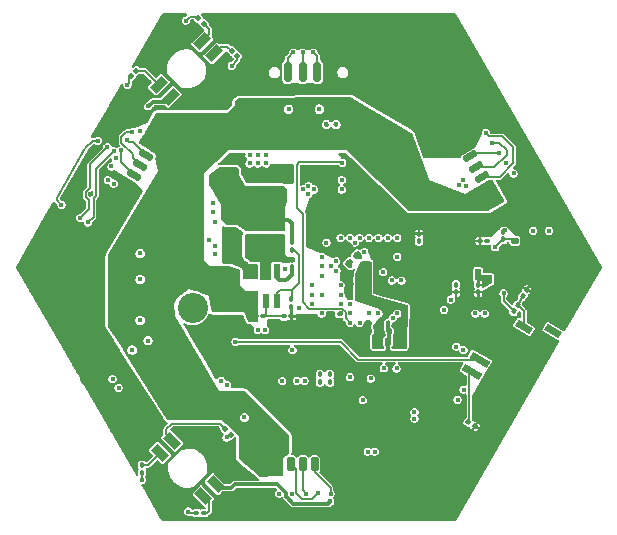
<source format=gbr>
%TF.GenerationSoftware,KiCad,Pcbnew,9.0.3*%
%TF.CreationDate,2025-09-25T19:14:03+02:00*%
%TF.ProjectId,PCB_PAPI,5043425f-5041-4504-992e-6b696361645f,rev?*%
%TF.SameCoordinates,Original*%
%TF.FileFunction,Copper,L6,Bot*%
%TF.FilePolarity,Positive*%
%FSLAX46Y46*%
G04 Gerber Fmt 4.6, Leading zero omitted, Abs format (unit mm)*
G04 Created by KiCad (PCBNEW 9.0.3) date 2025-09-25 19:14:03*
%MOMM*%
%LPD*%
G01*
G04 APERTURE LIST*
G04 Aperture macros list*
%AMRoundRect*
0 Rectangle with rounded corners*
0 $1 Rounding radius*
0 $2 $3 $4 $5 $6 $7 $8 $9 X,Y pos of 4 corners*
0 Add a 4 corners polygon primitive as box body*
4,1,4,$2,$3,$4,$5,$6,$7,$8,$9,$2,$3,0*
0 Add four circle primitives for the rounded corners*
1,1,$1+$1,$2,$3*
1,1,$1+$1,$4,$5*
1,1,$1+$1,$6,$7*
1,1,$1+$1,$8,$9*
0 Add four rect primitives between the rounded corners*
20,1,$1+$1,$2,$3,$4,$5,0*
20,1,$1+$1,$4,$5,$6,$7,0*
20,1,$1+$1,$6,$7,$8,$9,0*
20,1,$1+$1,$8,$9,$2,$3,0*%
%AMRotRect*
0 Rectangle, with rotation*
0 The origin of the aperture is its center*
0 $1 length*
0 $2 width*
0 $3 Rotation angle, in degrees counterclockwise*
0 Add horizontal line*
21,1,$1,$2,0,0,$3*%
G04 Aperture macros list end*
%TA.AperFunction,ComponentPad*%
%ADD10C,0.800000*%
%TD*%
%TA.AperFunction,ComponentPad*%
%ADD11C,5.000000*%
%TD*%
%TA.AperFunction,SMDPad,CuDef*%
%ADD12RoundRect,0.140000X0.219203X0.021213X0.021213X0.219203X-0.219203X-0.021213X-0.021213X-0.219203X0*%
%TD*%
%TA.AperFunction,SMDPad,CuDef*%
%ADD13RoundRect,0.250000X0.250000X0.475000X-0.250000X0.475000X-0.250000X-0.475000X0.250000X-0.475000X0*%
%TD*%
%TA.AperFunction,SMDPad,CuDef*%
%ADD14RoundRect,0.250000X0.286362X-0.454006X0.536362X-0.020994X-0.286362X0.454006X-0.536362X0.020994X0*%
%TD*%
%TA.AperFunction,SMDPad,CuDef*%
%ADD15RoundRect,0.100000X0.130000X0.100000X-0.130000X0.100000X-0.130000X-0.100000X0.130000X-0.100000X0*%
%TD*%
%TA.AperFunction,SMDPad,CuDef*%
%ADD16RoundRect,0.250000X0.159099X-0.512652X0.512652X-0.159099X-0.159099X0.512652X-0.512652X0.159099X0*%
%TD*%
%TA.AperFunction,SMDPad,CuDef*%
%ADD17RoundRect,0.140000X0.140000X0.170000X-0.140000X0.170000X-0.140000X-0.170000X0.140000X-0.170000X0*%
%TD*%
%TA.AperFunction,SMDPad,CuDef*%
%ADD18RoundRect,0.100000X0.100000X-0.130000X0.100000X0.130000X-0.100000X0.130000X-0.100000X-0.130000X0*%
%TD*%
%TA.AperFunction,SMDPad,CuDef*%
%ADD19RoundRect,0.150000X0.336362X-0.367404X0.486362X-0.107596X-0.336362X0.367404X-0.486362X0.107596X0*%
%TD*%
%TA.AperFunction,SMDPad,CuDef*%
%ADD20RoundRect,0.225000X0.428766X-0.507356X0.653766X-0.117644X-0.428766X0.507356X-0.653766X0.117644X0*%
%TD*%
%TA.AperFunction,SMDPad,CuDef*%
%ADD21RoundRect,0.100000X-0.100000X0.130000X-0.100000X-0.130000X0.100000X-0.130000X0.100000X0.130000X0*%
%TD*%
%TA.AperFunction,SMDPad,CuDef*%
%ADD22RoundRect,0.150000X-0.150000X-0.700000X0.150000X-0.700000X0.150000X0.700000X-0.150000X0.700000X0*%
%TD*%
%TA.AperFunction,SMDPad,CuDef*%
%ADD23RoundRect,0.250000X-0.250000X-1.100000X0.250000X-1.100000X0.250000X1.100000X-0.250000X1.100000X0*%
%TD*%
%TA.AperFunction,SMDPad,CuDef*%
%ADD24RoundRect,0.250000X-0.475000X0.250000X-0.475000X-0.250000X0.475000X-0.250000X0.475000X0.250000X0*%
%TD*%
%TA.AperFunction,SMDPad,CuDef*%
%ADD25R,0.600000X1.250000*%
%TD*%
%TA.AperFunction,SMDPad,CuDef*%
%ADD26RoundRect,0.140000X0.170000X-0.140000X0.170000X0.140000X-0.170000X0.140000X-0.170000X-0.140000X0*%
%TD*%
%TA.AperFunction,SMDPad,CuDef*%
%ADD27RoundRect,0.100000X-0.130000X-0.100000X0.130000X-0.100000X0.130000X0.100000X-0.130000X0.100000X0*%
%TD*%
%TA.AperFunction,SMDPad,CuDef*%
%ADD28RoundRect,0.100000X-0.162635X0.021213X0.021213X-0.162635X0.162635X-0.021213X-0.021213X0.162635X0*%
%TD*%
%TA.AperFunction,SMDPad,CuDef*%
%ADD29RoundRect,0.150000X-0.486362X-0.107596X-0.336362X-0.367404X0.486362X0.107596X0.336362X0.367404X0*%
%TD*%
%TA.AperFunction,SMDPad,CuDef*%
%ADD30RoundRect,0.225000X-0.653766X-0.117644X-0.428766X-0.507356X0.653766X0.117644X0.428766X0.507356X0*%
%TD*%
%TA.AperFunction,SMDPad,CuDef*%
%ADD31RotRect,0.600000X1.700000X240.000000*%
%TD*%
%TA.AperFunction,SMDPad,CuDef*%
%ADD32RotRect,1.000000X2.700000X240.000000*%
%TD*%
%TA.AperFunction,SMDPad,CuDef*%
%ADD33RotRect,0.600000X1.400000X240.000000*%
%TD*%
%TA.AperFunction,SMDPad,CuDef*%
%ADD34RoundRect,0.250000X0.475000X-0.250000X0.475000X0.250000X-0.475000X0.250000X-0.475000X-0.250000X0*%
%TD*%
%TA.AperFunction,SMDPad,CuDef*%
%ADD35RotRect,0.800000X1.400000X315.000000*%
%TD*%
%TA.AperFunction,SMDPad,CuDef*%
%ADD36RoundRect,0.100000X0.021213X0.162635X-0.162635X-0.021213X-0.021213X-0.162635X0.162635X0.021213X0*%
%TD*%
%TA.AperFunction,SMDPad,CuDef*%
%ADD37RotRect,0.800000X1.400000X45.000000*%
%TD*%
%TA.AperFunction,SMDPad,CuDef*%
%ADD38RoundRect,0.100000X0.162635X-0.021213X-0.021213X0.162635X-0.162635X0.021213X0.021213X-0.162635X0*%
%TD*%
%TA.AperFunction,ComponentPad*%
%ADD39C,2.550000*%
%TD*%
%TA.AperFunction,ComponentPad*%
%ADD40C,1.500000*%
%TD*%
%TA.AperFunction,SMDPad,CuDef*%
%ADD41RoundRect,0.140000X-0.140000X-0.170000X0.140000X-0.170000X0.140000X0.170000X-0.140000X0.170000X0*%
%TD*%
%TA.AperFunction,SMDPad,CuDef*%
%ADD42RoundRect,0.100000X-0.162583X-0.021603X0.062583X-0.151603X0.162583X0.021603X-0.062583X0.151603X0*%
%TD*%
%TA.AperFunction,SMDPad,CuDef*%
%ADD43RoundRect,0.100000X0.021603X-0.162583X0.151603X0.062583X-0.021603X0.162583X-0.151603X-0.062583X0*%
%TD*%
%TA.AperFunction,SMDPad,CuDef*%
%ADD44R,3.200000X1.750000*%
%TD*%
%TA.AperFunction,SMDPad,CuDef*%
%ADD45RoundRect,0.150000X0.150000X0.475000X-0.150000X0.475000X-0.150000X-0.475000X0.150000X-0.475000X0*%
%TD*%
%TA.AperFunction,SMDPad,CuDef*%
%ADD46RoundRect,0.225000X0.225000X0.625000X-0.225000X0.625000X-0.225000X-0.625000X0.225000X-0.625000X0*%
%TD*%
%TA.AperFunction,SMDPad,CuDef*%
%ADD47RoundRect,0.140000X-0.170000X0.140000X-0.170000X-0.140000X0.170000X-0.140000X0.170000X0.140000X0*%
%TD*%
%TA.AperFunction,ViaPad*%
%ADD48C,0.400000*%
%TD*%
%TA.AperFunction,Conductor*%
%ADD49C,0.160000*%
%TD*%
%TA.AperFunction,Conductor*%
%ADD50C,0.300000*%
%TD*%
G04 APERTURE END LIST*
D10*
%TO.P,H3,1,1*%
%TO.N,GND*%
X137625000Y-101186533D03*
X138174175Y-99860708D03*
X138174175Y-102512358D03*
X139500000Y-99311533D03*
D11*
X139500000Y-101186533D03*
D10*
X139500000Y-103061533D03*
X140825825Y-99860708D03*
X140825825Y-102512358D03*
X141375000Y-101186533D03*
%TD*%
%TO.P,H3,1,1*%
%TO.N,GND*%
X106125000Y-83000000D03*
X106674175Y-81674175D03*
X106674175Y-84325825D03*
X108000000Y-81125000D03*
D11*
X108000000Y-83000000D03*
D10*
X108000000Y-84875000D03*
X109325825Y-81674175D03*
X109325825Y-84325825D03*
X109875000Y-83000000D03*
%TD*%
%TO.P,H3,1,1*%
%TO.N,GND*%
X137625000Y-64813467D03*
X138174175Y-63487642D03*
X138174175Y-66139292D03*
X139500000Y-62938467D03*
D11*
X139500000Y-64813467D03*
D10*
X139500000Y-66688467D03*
X140825825Y-63487642D03*
X140825825Y-66139292D03*
X141375000Y-64813467D03*
%TD*%
D12*
%TO.P,C7,1*%
%TO.N,Net-(C7-Pad1)*%
X132423116Y-82627393D03*
%TO.P,C7,2*%
%TO.N,GND*%
X131744294Y-81948571D03*
%TD*%
D13*
%TO.P,C50,1*%
%TO.N,VBAT+*%
X113150000Y-85390000D03*
%TO.P,C50,2*%
%TO.N,GND*%
X111250000Y-85390000D03*
%TD*%
D14*
%TO.P,C54,1*%
%TO.N,VBAT+*%
X134975000Y-70772724D03*
%TO.P,C54,2*%
%TO.N,GND*%
X135925000Y-69127276D03*
%TD*%
D15*
%TO.P,R36,1*%
%TO.N,Net-(LED3-CATHODE_BLUE)*%
X120140000Y-103810000D03*
%TO.P,R36,2*%
%TO.N,/ACCESOIRES/BLEU1*%
X119500000Y-103810000D03*
%TD*%
D16*
%TO.P,C49,1*%
%TO.N,VBAT+*%
X126346498Y-97113502D03*
%TO.P,C49,2*%
%TO.N,GND*%
X127690000Y-95770000D03*
%TD*%
D17*
%TO.P,C13,1*%
%TO.N,+3.3V*%
X134843705Y-89297982D03*
%TO.P,C13,2*%
%TO.N,GND*%
X133883705Y-89297982D03*
%TD*%
D18*
%TO.P,C17,1*%
%TO.N,Net-(IC1-CB)*%
X127553705Y-82987982D03*
%TO.P,C17,2*%
%TO.N,Net-(IC1-SW)*%
X127553705Y-82347982D03*
%TD*%
D19*
%TO.P,ESC3,1,1*%
%TO.N,GND*%
X112703702Y-77793589D03*
%TO.P,ESC3,2,2*%
X113203702Y-76927564D03*
%TO.P,ESC3,3,3*%
X113703702Y-76061538D03*
%TO.P,ESC3,4,4*%
%TO.N,/GPIO_MOT3*%
X114203701Y-75195514D03*
%TO.P,ESC3,5,5*%
%TO.N,/TX_MOT3*%
X114703701Y-74329487D03*
%TO.P,ESC3,6,6*%
%TO.N,/RX_MOT3*%
X115203702Y-73463462D03*
%TO.P,ESC3,7,7*%
%TO.N,VBAT+*%
X115703702Y-72597437D03*
%TO.P,ESC3,8,8*%
X116203702Y-71731411D03*
D20*
%TO.P,ESC3,MP,MP*%
%TO.N,GND*%
X109272373Y-77486826D03*
X114222373Y-68913175D03*
%TD*%
D21*
%TO.P,R13,1*%
%TO.N,+5V*%
X127553705Y-80877982D03*
%TO.P,R13,2*%
%TO.N,Net-(IC1-FB)*%
X127553705Y-81517982D03*
%TD*%
D22*
%TO.P,SWD1,1,1*%
%TO.N,/SWDIO*%
X127228705Y-66447982D03*
%TO.P,SWD1,2,2*%
%TO.N,/SWCLK*%
X128478705Y-66447982D03*
%TO.P,SWD1,3,3*%
%TO.N,/NRST*%
X129728705Y-66447982D03*
%TO.P,SWD1,4,4*%
%TO.N,GND*%
X130978705Y-66447982D03*
D23*
%TO.P,SWD1,MP,MP*%
X125378705Y-63247982D03*
X132828705Y-63247982D03*
%TD*%
D21*
%TO.P,R21,1*%
%TO.N,+3.3V*%
X145493705Y-79982982D03*
%TO.P,R21,2*%
%TO.N,/ESP32/CHIP_PU*%
X145493705Y-80622982D03*
%TD*%
D24*
%TO.P,C20,1*%
%TO.N,+5V*%
X122453705Y-78550000D03*
%TO.P,C20,2*%
%TO.N,GND*%
X122453705Y-80450000D03*
%TD*%
D25*
%TO.P,IC1,1,FB*%
%TO.N,Net-(IC1-FB)*%
X126303705Y-85847982D03*
%TO.P,IC1,2,EN*%
%TO.N,Net-(IC1-EN)*%
X125353705Y-85847982D03*
%TO.P,IC1,3,VIN*%
%TO.N,VBAT+*%
X124403705Y-85847982D03*
%TO.P,IC1,4,GND*%
%TO.N,GND*%
X124403705Y-83347982D03*
%TO.P,IC1,5,SW*%
%TO.N,Net-(IC1-SW)*%
X125353705Y-83347982D03*
%TO.P,IC1,6,CB*%
%TO.N,Net-(IC1-CB)*%
X126303705Y-83347982D03*
%TD*%
D26*
%TO.P,C36,1*%
%TO.N,/ESP32/CHIP_PU*%
X146453705Y-80747982D03*
%TO.P,C36,2*%
%TO.N,GND*%
X146453705Y-79787982D03*
%TD*%
D27*
%TO.P,R11,1*%
%TO.N,VBAT+*%
X124513705Y-87147982D03*
%TO.P,R11,2*%
%TO.N,Net-(IC1-EN)*%
X125153705Y-87147982D03*
%TD*%
D17*
%TO.P,C14,1*%
%TO.N,+3.3V*%
X133383705Y-85337982D03*
%TO.P,C14,2*%
%TO.N,GND*%
X132423705Y-85337982D03*
%TD*%
D28*
%TO.P,R24,1*%
%TO.N,/ACCESOIRES/GREEN1*%
X119663726Y-61923726D03*
%TO.P,R24,2*%
%TO.N,Net-(LED2-CATHODE_GREEN)*%
X120116274Y-62376274D03*
%TD*%
D13*
%TO.P,C51,1*%
%TO.N,VBAT+*%
X113150000Y-83420000D03*
%TO.P,C51,2*%
%TO.N,GND*%
X111250000Y-83420000D03*
%TD*%
D29*
%TO.P,ESC1,1,1*%
%TO.N,GND*%
X141199407Y-71006411D03*
%TO.P,ESC1,2,2*%
X141699407Y-71872436D03*
%TO.P,ESC1,3,3*%
X142199407Y-72738462D03*
%TO.P,ESC1,4,4*%
%TO.N,/GPIO_MOT1*%
X142699407Y-73604487D03*
%TO.P,ESC1,5,5*%
%TO.N,/TX_MOT1*%
X143199407Y-74470513D03*
%TO.P,ESC1,6,6*%
%TO.N,/RX_MOT1*%
X143699407Y-75336538D03*
%TO.P,ESC1,7,7*%
%TO.N,VBAT+*%
X144199407Y-76202564D03*
%TO.P,ESC1,8,8*%
X144699407Y-77068589D03*
D30*
%TO.P,ESC1,MP,MP*%
%TO.N,GND*%
X143180737Y-68188174D03*
X148130737Y-76761826D03*
%TD*%
D15*
%TO.P,C4,1*%
%TO.N,+3.3V*%
X133203705Y-84437982D03*
%TO.P,C4,2*%
%TO.N,GND*%
X132563705Y-84437982D03*
%TD*%
D31*
%TO.P,J4,1,1*%
%TO.N,/BTN_A*%
X143472424Y-90804216D03*
%TO.P,J4,2,2*%
%TO.N,/BTN_B*%
X142847424Y-91886748D03*
D32*
%TO.P,J4,3,3*%
%TO.N,GND*%
X144693705Y-95088895D03*
%TO.P,J4,4,4*%
X147168705Y-90802069D03*
%TD*%
D33*
%TO.P,Q1,1,G*%
%TO.N,Net-(Q1-G)*%
X147225052Y-88053430D03*
%TO.P,Q1,2,S*%
%TO.N,GND*%
X148175052Y-86407982D03*
%TO.P,Q1,3,D*%
%TO.N,/GND_CONTROLLED*%
X149691910Y-88380706D03*
%TD*%
D34*
%TO.P,C18,1*%
%TO.N,+5V*%
X124300000Y-77050000D03*
%TO.P,C18,2*%
%TO.N,GND*%
X124300000Y-75150000D03*
%TD*%
D16*
%TO.P,C48,1*%
%TO.N,VBAT+*%
X124958249Y-95721751D03*
%TO.P,C48,2*%
%TO.N,GND*%
X126301751Y-94378249D03*
%TD*%
D35*
%TO.P,LED2,1,CATHODE_RED*%
%TO.N,Net-(LED2-CATHODE_RED)*%
X121004969Y-64874175D03*
%TO.P,LED2,2,COMMON_ANODE*%
%TO.N,+3.3V*%
X117328014Y-68551130D03*
%TO.P,LED2,3,CATHODE_BLUE*%
%TO.N,Net-(LED2-CATHODE_BLUE)*%
X116302709Y-67525825D03*
%TO.P,LED2,4,CATHODE_GREEN*%
%TO.N,Net-(LED2-CATHODE_GREEN)*%
X119979664Y-63848870D03*
%TD*%
D16*
%TO.P,C46,1*%
%TO.N,VBAT+*%
X123568249Y-94331751D03*
%TO.P,C46,2*%
%TO.N,GND*%
X124911751Y-92988249D03*
%TD*%
D17*
%TO.P,C2,1*%
%TO.N,+3.3V*%
X136663705Y-89297982D03*
%TO.P,C2,2*%
%TO.N,GND*%
X135703705Y-89297982D03*
%TD*%
D18*
%TO.P,R37,1*%
%TO.N,/ACCESOIRES/GREEN1*%
X114890000Y-100380000D03*
%TO.P,R37,2*%
%TO.N,Net-(LED3-CATHODE_GREEN)*%
X114890000Y-99740000D03*
%TD*%
D15*
%TO.P,C6,1*%
%TO.N,+3.3V*%
X136478705Y-88387982D03*
%TO.P,C6,2*%
%TO.N,GND*%
X135838705Y-88387982D03*
%TD*%
D34*
%TO.P,C15,1*%
%TO.N,VBAT+*%
X122453705Y-83847982D03*
%TO.P,C15,2*%
%TO.N,GND*%
X122453705Y-81947982D03*
%TD*%
D13*
%TO.P,C52,1*%
%TO.N,VBAT+*%
X113150000Y-81430000D03*
%TO.P,C52,2*%
%TO.N,GND*%
X111250000Y-81430000D03*
%TD*%
D36*
%TO.P,R35,1*%
%TO.N,Net-(LED2-CATHODE_BLUE)*%
X114406274Y-66343726D03*
%TO.P,R35,2*%
%TO.N,/ACCESOIRES/BLEU1*%
X113953726Y-66796274D03*
%TD*%
D37*
%TO.P,LED3,1,CATHODE_RED*%
%TO.N,Net-(LED3-CATHODE_RED)*%
X117440000Y-97670000D03*
%TO.P,LED3,2,COMMON_ANODE*%
%TO.N,+3.3V*%
X121116955Y-101346955D03*
%TO.P,LED3,3,CATHODE_BLUE*%
%TO.N,Net-(LED3-CATHODE_BLUE)*%
X120091650Y-102372260D03*
%TO.P,LED3,4,CATHODE_GREEN*%
%TO.N,Net-(LED3-CATHODE_GREEN)*%
X116414695Y-98695305D03*
%TD*%
D18*
%TO.P,R27,1*%
%TO.N,Net-(IC5-INT1)*%
X130773705Y-92707982D03*
%TO.P,R27,2*%
%TO.N,/ACCEL_INT1*%
X130773705Y-92067982D03*
%TD*%
D14*
%TO.P,C55,1*%
%TO.N,VBAT+*%
X133275000Y-69772724D03*
%TO.P,C55,2*%
%TO.N,GND*%
X134225000Y-68127276D03*
%TD*%
D15*
%TO.P,C11,1*%
%TO.N,+3.3V*%
X133213705Y-83677982D03*
%TO.P,C11,2*%
%TO.N,GND*%
X132573705Y-83677982D03*
%TD*%
D38*
%TO.P,R38,1*%
%TO.N,/ACCESOIRES/RED1*%
X122396274Y-97156274D03*
%TO.P,R38,2*%
%TO.N,Net-(LED3-CATHODE_RED)*%
X121943726Y-96703726D03*
%TD*%
D39*
%TO.P,J3,1,1*%
%TO.N,/BAT+*%
X119173647Y-86476918D03*
%TO.P,J3,2,2*%
%TO.N,GND*%
X121673647Y-90807046D03*
D40*
%TO.P,J3,3,3*%
X114513393Y-98405122D03*
%TO.P,J3,4,4*%
X109013393Y-88878842D03*
%TD*%
D18*
%TO.P,C37,1*%
%TO.N,+3.3V*%
X138343705Y-80777982D03*
%TO.P,C37,2*%
%TO.N,GND*%
X138343705Y-80137982D03*
%TD*%
D41*
%TO.P,C33,1*%
%TO.N,+3.3V*%
X144223705Y-83997982D03*
%TO.P,C33,2*%
%TO.N,GND*%
X145183705Y-83997982D03*
%TD*%
D12*
%TO.P,C10,1*%
%TO.N,Net-(C10-Pad1)*%
X133083705Y-81977982D03*
%TO.P,C10,2*%
%TO.N,GND*%
X132404883Y-81299160D03*
%TD*%
D34*
%TO.P,C19,1*%
%TO.N,+5V*%
X126300000Y-77050000D03*
%TO.P,C19,2*%
%TO.N,GND*%
X126300000Y-75150000D03*
%TD*%
D14*
%TO.P,C53,1*%
%TO.N,VBAT+*%
X136675000Y-71745448D03*
%TO.P,C53,2*%
%TO.N,GND*%
X137625000Y-70100000D03*
%TD*%
D41*
%TO.P,C8,1*%
%TO.N,+3.3V*%
X133843705Y-82827982D03*
%TO.P,C8,2*%
%TO.N,GND*%
X134803705Y-82827982D03*
%TD*%
D15*
%TO.P,C12,1*%
%TO.N,+3.3V*%
X134788705Y-88377982D03*
%TO.P,C12,2*%
%TO.N,GND*%
X134148705Y-88377982D03*
%TD*%
D21*
%TO.P,C34,1*%
%TO.N,+3.3V*%
X141463705Y-84467982D03*
%TO.P,C34,2*%
%TO.N,GND*%
X141463705Y-85107982D03*
%TD*%
D42*
%TO.P,R34,1*%
%TO.N,/BTN_B*%
X142501577Y-96126642D03*
%TO.P,R34,2*%
%TO.N,GND*%
X143055833Y-96446642D03*
%TD*%
D18*
%TO.P,R26,1*%
%TO.N,Net-(IC5-INT2)*%
X129943705Y-92707982D03*
%TO.P,R26,2*%
%TO.N,/ACCEL_INT2*%
X129943705Y-92067982D03*
%TD*%
D38*
%TO.P,R23,1*%
%TO.N,/ACCESOIRES/RED1*%
X122936274Y-65116274D03*
%TO.P,R23,2*%
%TO.N,Net-(LED2-CATHODE_RED)*%
X122483726Y-64663726D03*
%TD*%
D43*
%TO.P,R16,1*%
%TO.N,Net-(Q1-G)*%
X147129865Y-85458889D03*
%TO.P,R16,2*%
%TO.N,GND*%
X147449865Y-84904633D03*
%TD*%
D15*
%TO.P,C3,1*%
%TO.N,+3.3V*%
X131613705Y-86917982D03*
%TO.P,C3,2*%
%TO.N,GND*%
X130973705Y-86917982D03*
%TD*%
D21*
%TO.P,C35,1*%
%TO.N,+3.3V*%
X143363705Y-84467982D03*
%TO.P,C35,2*%
%TO.N,GND*%
X143363705Y-85107982D03*
%TD*%
D27*
%TO.P,R12,1*%
%TO.N,Net-(IC1-EN)*%
X126903705Y-87157982D03*
%TO.P,R12,2*%
%TO.N,GND*%
X127543705Y-87157982D03*
%TD*%
D15*
%TO.P,C31,1*%
%TO.N,+3.3V*%
X144133705Y-80757982D03*
%TO.P,C31,2*%
%TO.N,GND*%
X143493705Y-80757982D03*
%TD*%
D44*
%TO.P,L1,1,1*%
%TO.N,Net-(IC1-SW)*%
X125353705Y-81147982D03*
%TO.P,L1,2,2*%
%TO.N,+5V*%
X125353705Y-78947982D03*
%TD*%
D45*
%TO.P,ESC2,1,1*%
%TO.N,GND*%
X132500000Y-99675000D03*
%TO.P,ESC2,2,2*%
X131500000Y-99675000D03*
%TO.P,ESC2,3,3*%
X130500000Y-99675000D03*
%TO.P,ESC2,4,4*%
%TO.N,/GPIO_MOT2*%
X129500000Y-99675000D03*
%TO.P,ESC2,5,5*%
%TO.N,/TX_MOT2*%
X128500000Y-99675000D03*
%TO.P,ESC2,6,6*%
%TO.N,/RX_MOT2*%
X127500000Y-99675000D03*
%TO.P,ESC2,7,7*%
%TO.N,VBAT+*%
X126500000Y-99675000D03*
%TO.P,ESC2,8,8*%
X125500000Y-99675000D03*
D46*
%TO.P,ESC2,MP,MP*%
%TO.N,GND*%
X133950000Y-102800000D03*
X124050000Y-102800000D03*
%TD*%
D47*
%TO.P,C16,1*%
%TO.N,VBAT+*%
X123100000Y-86320000D03*
%TO.P,C16,2*%
%TO.N,GND*%
X123100000Y-87280000D03*
%TD*%
D21*
%TO.P,R14,1*%
%TO.N,Net-(IC1-FB)*%
X127543705Y-85697982D03*
%TO.P,R14,2*%
%TO.N,GND*%
X127543705Y-86337982D03*
%TD*%
D43*
%TO.P,R15,1*%
%TO.N,/GND_CONTROl_GPIO*%
X146373705Y-86725110D03*
%TO.P,R15,2*%
%TO.N,Net-(Q1-G)*%
X146693705Y-86170854D03*
%TD*%
D48*
%TO.N,GND*%
X116359000Y-103644729D03*
X115998000Y-103019459D03*
X115637000Y-102394189D03*
X115276000Y-101768918D03*
X113110000Y-98017296D03*
X112749000Y-97392026D03*
X112388000Y-96766756D03*
X111666000Y-95516215D03*
X111305000Y-94890945D03*
X110944000Y-94265674D03*
X110222000Y-93015134D03*
X109861000Y-92389863D03*
X109500000Y-91764593D03*
X109139000Y-91139323D03*
X108778000Y-90514052D03*
X108417000Y-89888782D03*
X108056000Y-89263512D03*
X107695000Y-88638241D03*
X107334000Y-88012971D03*
X106973000Y-87387701D03*
X106612000Y-86762430D03*
X106251000Y-86137160D03*
X105890000Y-85511890D03*
X105529000Y-84886619D03*
X105168000Y-84261349D03*
X104807000Y-83636079D03*
X104446000Y-83010808D03*
X113120000Y-68002704D03*
X112759000Y-68627974D03*
X112037000Y-69878515D03*
X111676000Y-70503785D03*
X107344000Y-78007029D03*
X106983000Y-78632299D03*
X106622000Y-79257570D03*
X106261000Y-79882840D03*
X105900000Y-80508110D03*
X105539000Y-81133381D03*
X105178000Y-81758651D03*
X104817000Y-82383921D03*
X116720000Y-104270000D03*
X117450000Y-61750808D03*
X118172000Y-61750808D03*
X120338000Y-61750808D03*
X121060000Y-61750808D03*
X121782000Y-61750808D03*
X122504000Y-61750808D03*
X123226000Y-61750808D03*
X123948000Y-61750808D03*
X124670000Y-61750808D03*
X125392000Y-61750808D03*
X126114000Y-61750808D03*
X126836000Y-61750808D03*
X127558000Y-61750808D03*
X128280000Y-61750808D03*
X129002000Y-61750808D03*
X129724000Y-61750808D03*
X130446000Y-61750808D03*
X131168000Y-61750808D03*
X131890000Y-61750808D03*
X132612000Y-61750808D03*
X133334000Y-61750808D03*
X134056000Y-61750808D03*
X134778000Y-61750808D03*
X135500000Y-61750808D03*
X136222000Y-61750808D03*
X136944000Y-61750808D03*
X137666000Y-61750808D03*
X138388000Y-61750808D03*
X139110000Y-61750808D03*
X139832000Y-61750808D03*
X140554000Y-61750808D03*
X141276000Y-61750808D03*
X141637000Y-62376079D03*
X141998000Y-63001349D03*
X142359000Y-63626619D03*
X142720000Y-64251890D03*
X143081000Y-64877160D03*
X143442000Y-65502430D03*
X143803000Y-66127701D03*
X144164000Y-66752971D03*
X144525000Y-67378241D03*
X144886000Y-68003512D03*
X145247000Y-68628782D03*
X145608000Y-69254052D03*
X145969000Y-69879323D03*
X146330000Y-70504593D03*
X146691000Y-71129863D03*
X147052000Y-71755134D03*
X147413000Y-72380404D03*
X147774000Y-73005674D03*
X148135000Y-73630945D03*
X148496000Y-74256215D03*
X148857000Y-74881485D03*
X149218000Y-75506756D03*
X149579000Y-76132026D03*
X149940000Y-76757296D03*
X150301000Y-77382567D03*
X150662000Y-78007837D03*
X151023000Y-78633107D03*
X151384000Y-79258378D03*
X151745000Y-79883648D03*
X152106000Y-80508918D03*
X152828000Y-81759459D03*
X153189000Y-82384729D03*
X153550000Y-83010000D03*
X153183000Y-83636079D03*
X152822000Y-84261349D03*
X152100000Y-85511890D03*
X151739000Y-86137160D03*
X151378000Y-86762430D03*
X151017000Y-87387701D03*
X150656000Y-88012971D03*
X149960000Y-89280000D03*
X149573000Y-89888782D03*
X149212000Y-90514052D03*
X148851000Y-91139323D03*
X148490000Y-91764593D03*
X148129000Y-92389863D03*
X147768000Y-93015134D03*
X147407000Y-93640404D03*
X147046000Y-94265674D03*
X146685000Y-94890945D03*
X146324000Y-95516215D03*
X145963000Y-96141485D03*
X145602000Y-96766756D03*
X145241000Y-97392026D03*
X144880000Y-98017296D03*
X144519000Y-98642567D03*
X144158000Y-99267837D03*
X143797000Y-99893107D03*
X143436000Y-100518378D03*
X143075000Y-101143648D03*
X142714000Y-101768918D03*
X142353000Y-102394189D03*
X141992000Y-103019459D03*
X141631000Y-103644729D03*
X141270000Y-104270000D03*
X116730000Y-61750000D03*
X140546000Y-104270000D03*
X139824000Y-104270000D03*
X139102000Y-104270000D03*
X138380000Y-104270000D03*
X137658000Y-104270000D03*
X136936000Y-104270000D03*
X136214000Y-104270000D03*
X135492000Y-104270000D03*
X134770000Y-104270000D03*
X134048000Y-104270000D03*
X133326000Y-104270000D03*
X132604000Y-104270000D03*
X131882000Y-104270000D03*
X131160000Y-104270000D03*
X130438000Y-104270000D03*
X129716000Y-104270000D03*
X128994000Y-104270000D03*
X128272000Y-104270000D03*
X127550000Y-104270000D03*
X126828000Y-104270000D03*
X126106000Y-104270000D03*
X125384000Y-104270000D03*
X124662000Y-104270000D03*
X123940000Y-104270000D03*
X123218000Y-104270000D03*
X122496000Y-104270000D03*
X121774000Y-104270000D03*
X121052000Y-104270000D03*
X118886000Y-104270000D03*
X118164000Y-104270000D03*
X117442000Y-104270000D03*
X112680000Y-72380000D03*
X126170000Y-91747982D03*
X127920000Y-87980000D03*
X114740000Y-71470000D03*
X148410000Y-88510000D03*
X146360000Y-88500000D03*
X140210000Y-71300000D03*
X139410000Y-71300000D03*
X141010000Y-70500000D03*
X140210000Y-70500000D03*
X139410000Y-70500000D03*
X141010000Y-69700000D03*
X140210000Y-69700000D03*
X139410000Y-69700000D03*
X141010000Y-71300000D03*
X143940000Y-78690000D03*
X112230000Y-91610000D03*
X113330000Y-91320000D03*
X135925000Y-69127276D03*
X137625000Y-70100000D03*
X130591205Y-78467982D03*
X121080000Y-81870000D03*
X121100000Y-81200000D03*
X127010000Y-83140000D03*
X121070000Y-79120000D03*
X120860000Y-78330000D03*
X120890000Y-77570000D03*
X130490000Y-81650000D03*
X111490000Y-81420000D03*
%TO.N,/BLUE*%
X114730000Y-87480000D03*
%TO.N,/GREEN*%
X114730000Y-84015000D03*
%TO.N,/RED*%
X114730000Y-81825000D03*
%TO.N,GND*%
X108130000Y-79860000D03*
X110030000Y-85400000D03*
X110630000Y-86120000D03*
X111230000Y-84820000D03*
X111250000Y-84100000D03*
X111490000Y-82260000D03*
%TO.N,/STM32/ADC_VBAT*%
X120600000Y-80700000D03*
X130103705Y-82097982D03*
%TO.N,GND*%
X111720000Y-79110000D03*
X133050000Y-91860000D03*
X117690000Y-103205000D03*
X133410000Y-67005000D03*
X133593705Y-77407982D03*
X123630000Y-92770000D03*
X128690000Y-91740000D03*
X133410000Y-63775000D03*
X123190000Y-63075000D03*
X145400000Y-75875000D03*
X151400000Y-81200000D03*
X133600000Y-91290000D03*
X140003705Y-82597982D03*
X124190000Y-100810000D03*
X150113813Y-87228304D03*
X147300000Y-83700000D03*
X140003705Y-79397982D03*
X140725000Y-89000000D03*
X125200000Y-102000000D03*
X124590000Y-67005000D03*
X132828705Y-63247982D03*
X116965000Y-103205000D03*
X152100000Y-81900000D03*
X120590000Y-96680000D03*
X120540000Y-69470000D03*
X130920000Y-77000000D03*
X124400000Y-102800000D03*
X134103705Y-87697982D03*
X118415000Y-96680000D03*
X137900000Y-92375000D03*
X130903705Y-86897982D03*
X123190000Y-67705000D03*
X117640000Y-62945000D03*
X145775000Y-79050000D03*
X140003705Y-81797982D03*
X123950000Y-75100000D03*
X133700000Y-80900000D03*
X141603705Y-80197982D03*
X140803705Y-80997982D03*
X121265000Y-62945000D03*
X134110000Y-63775000D03*
X130500000Y-70900000D03*
X117640000Y-69470000D03*
X129300000Y-97150000D03*
X148130737Y-76761826D03*
X116915000Y-62945000D03*
X127530000Y-90690000D03*
X128653705Y-75347982D03*
X149800000Y-82000000D03*
X124590000Y-63775000D03*
X143913705Y-86002982D03*
X128250000Y-97150000D03*
X145900000Y-83700000D03*
X143203705Y-80197982D03*
X121990000Y-66570000D03*
X114300000Y-70400000D03*
X133400000Y-102900000D03*
X152100000Y-84000000D03*
X140803705Y-79397982D03*
X138225000Y-82200000D03*
X136053705Y-94247982D03*
X121990000Y-68020000D03*
X148553705Y-78967982D03*
X119090000Y-69470000D03*
X123630000Y-91530000D03*
X133588705Y-78527982D03*
X140003705Y-80197982D03*
X121990000Y-63670000D03*
X115465000Y-67300000D03*
X123890000Y-63775000D03*
X134500000Y-81700000D03*
X131950000Y-73530000D03*
X133410000Y-67705000D03*
X142403705Y-79397982D03*
X126050000Y-75100000D03*
X138900000Y-90300000D03*
X150700000Y-84700000D03*
X134810000Y-63075000D03*
X143203705Y-79397982D03*
X142700000Y-84650000D03*
X133800000Y-79400000D03*
X136853705Y-93447982D03*
X131325000Y-81700000D03*
X129280000Y-92740000D03*
X135703705Y-89400000D03*
X136550000Y-97810000D03*
X119815000Y-69470000D03*
X152100000Y-82600000D03*
X123100000Y-73500000D03*
X136600000Y-90300000D03*
X144763705Y-85920000D03*
X134810000Y-67705000D03*
X137490000Y-80580000D03*
X150700000Y-81200000D03*
X133410000Y-63075000D03*
X128653705Y-74547982D03*
X123053705Y-80450000D03*
X110228769Y-90072037D03*
X113953769Y-96523927D03*
X146600000Y-83700000D03*
X115515000Y-97405000D03*
X115515000Y-98855000D03*
X121040000Y-103210000D03*
X122040000Y-98855000D03*
X109730083Y-76342228D03*
X136853705Y-94247982D03*
X143100000Y-89050000D03*
X152100000Y-84700000D03*
X133883705Y-89297982D03*
X117690000Y-96680000D03*
X115465000Y-64395000D03*
X150000000Y-81200000D03*
X118415000Y-103205000D03*
X124660000Y-91910000D03*
X124400000Y-102000000D03*
X128800000Y-88100000D03*
X145400000Y-95500000D03*
X148600000Y-83700000D03*
X112250000Y-76950000D03*
X123890000Y-67705000D03*
X136053705Y-93447982D03*
X123700000Y-83350000D03*
X144000000Y-94700000D03*
X144000000Y-83300000D03*
X112703702Y-77793589D03*
X119815000Y-62945000D03*
X123890000Y-67005000D03*
X138300000Y-79325000D03*
X147900000Y-91200000D03*
X121990000Y-65120000D03*
X123190000Y-66305000D03*
X110500000Y-76800000D03*
X127300000Y-69600000D03*
X134110000Y-63075000D03*
X124590000Y-66305000D03*
X145600000Y-82300000D03*
X143180737Y-68188174D03*
X124750000Y-90620000D03*
X123950000Y-75700000D03*
X127570000Y-91620000D03*
X122040000Y-98130000D03*
X135510000Y-98080000D03*
X124590000Y-67705000D03*
X115515000Y-96680000D03*
X143203705Y-81797982D03*
X116440000Y-69480000D03*
X132600000Y-102900000D03*
X144107965Y-89880739D03*
X144253641Y-69272037D03*
X133400000Y-102100000D03*
X144693705Y-95088895D03*
X134100000Y-76600000D03*
X130253705Y-75347982D03*
X114222373Y-68913175D03*
X124590000Y-63075000D03*
X134810000Y-67005000D03*
X144900000Y-82300000D03*
X122040000Y-101030000D03*
X123560000Y-95710000D03*
X122050000Y-102230000D03*
X143650000Y-93200000D03*
X126050000Y-75700000D03*
X150000000Y-84700000D03*
X127103705Y-75547982D03*
X134400000Y-90300000D03*
X123053705Y-81850000D03*
X147978641Y-75723927D03*
X113700000Y-77775000D03*
X134250000Y-94100000D03*
X136630000Y-96400000D03*
X149247216Y-83923608D03*
X131300000Y-70900000D03*
X122453705Y-82550000D03*
X146500000Y-90400000D03*
X123600000Y-102800000D03*
X137350000Y-82200000D03*
X148400000Y-81400000D03*
X140803705Y-82597982D03*
X132600000Y-102100000D03*
X149100000Y-82000000D03*
X132503705Y-85297982D03*
X138900000Y-83400000D03*
X132503705Y-84497982D03*
X141923705Y-86682982D03*
X123600000Y-102000000D03*
X115465000Y-65845000D03*
X147700000Y-82300000D03*
X134200000Y-102100000D03*
X143313813Y-99006250D03*
X134110000Y-67005000D03*
X123053705Y-82550000D03*
X119160000Y-103210000D03*
X139175000Y-89000000D03*
X123190000Y-67005000D03*
X121225000Y-89200000D03*
X139616205Y-73272982D03*
X141600000Y-91325000D03*
X109272373Y-77486826D03*
X118365000Y-69470000D03*
X146250000Y-85525000D03*
X134110000Y-66305000D03*
X143400000Y-69700000D03*
X123700000Y-82700000D03*
X148200000Y-86400000D03*
X151400000Y-84700000D03*
X119090000Y-62945000D03*
X108900000Y-75900000D03*
X129900000Y-69600000D03*
X144850000Y-79725000D03*
X141603705Y-80997982D03*
X125200000Y-102800000D03*
X122453705Y-80450000D03*
X132503705Y-83697982D03*
X152100000Y-83300000D03*
X134200000Y-95840000D03*
X134900000Y-92075000D03*
X142403705Y-80997982D03*
X133410000Y-66305000D03*
X146300000Y-82300000D03*
X114420000Y-67180000D03*
X134110000Y-67705000D03*
X134200000Y-102900000D03*
X116240000Y-96680000D03*
X115460000Y-68470000D03*
X121990000Y-68745000D03*
X138900000Y-93500000D03*
X147503705Y-78967982D03*
X143203705Y-82597982D03*
X149800000Y-83900000D03*
X122400000Y-73500000D03*
X139600000Y-85700000D03*
X148025000Y-78400000D03*
X147900000Y-83700000D03*
X147168705Y-90802069D03*
X152100000Y-81200000D03*
X125378705Y-63247982D03*
X138900000Y-84200000D03*
X115465000Y-65120000D03*
X121990000Y-67295000D03*
X138880000Y-95480000D03*
X121990000Y-65845000D03*
X119140000Y-96680000D03*
X135120000Y-95190000D03*
X123890000Y-66305000D03*
X111440000Y-77750000D03*
X122040000Y-100305000D03*
X134810000Y-66305000D03*
X122453705Y-81850000D03*
X113100000Y-78810000D03*
X119375000Y-88475000D03*
X121990000Y-69470000D03*
X121990000Y-62945000D03*
X140750000Y-90275000D03*
X121370000Y-87500000D03*
X127543705Y-87147982D03*
X130253705Y-74547982D03*
X146600000Y-78700000D03*
X147000000Y-82300000D03*
X121265000Y-69470000D03*
X147300000Y-76100000D03*
X119865000Y-96680000D03*
X123190000Y-63775000D03*
X122040000Y-99580000D03*
X137775000Y-82725000D03*
X131740000Y-90800000D03*
X123890000Y-63075000D03*
X135703705Y-87697982D03*
X118365000Y-62945000D03*
X134810000Y-63775000D03*
X142403705Y-82597982D03*
X141603705Y-81797982D03*
X140310000Y-93850000D03*
X113455083Y-69890338D03*
X115515000Y-101030000D03*
X115515000Y-100305000D03*
%TO.N,+3.3V*%
X130103705Y-86897982D03*
X140453705Y-86597982D03*
X133303705Y-83697982D03*
X124700000Y-88300000D03*
X130828905Y-102808905D03*
X141025000Y-85725000D03*
X134903705Y-87697982D03*
X125300000Y-88300000D03*
X128503705Y-76397982D03*
X142100000Y-75600000D03*
X134600000Y-98600000D03*
X145603705Y-79877982D03*
X129453705Y-76397982D03*
X115410000Y-69360000D03*
X134843705Y-89297982D03*
X148000000Y-79900000D03*
X112500000Y-75900000D03*
X144103705Y-80747982D03*
X143353705Y-83497982D03*
X136503705Y-87697982D03*
X136663705Y-89297982D03*
X144223705Y-83997982D03*
X128200000Y-86400000D03*
X143900000Y-86900000D03*
X112000000Y-75600000D03*
X143100000Y-86900000D03*
X133303705Y-84497982D03*
X134000000Y-98600000D03*
X128980000Y-76097984D03*
X138353705Y-80767982D03*
X128980000Y-76760000D03*
X131703705Y-86897982D03*
X141750000Y-76050000D03*
X141453705Y-84477982D03*
X142350000Y-76100000D03*
X133730000Y-84850000D03*
X133303705Y-85297982D03*
X149350000Y-79900000D03*
%TO.N,Net-(C7-Pad1)*%
X132503705Y-82897982D03*
%TO.N,Net-(C10-Pad1)*%
X133303705Y-82097982D03*
%TO.N,VBAT+*%
X116093705Y-82205982D03*
X118193705Y-81505982D03*
X117493705Y-82205982D03*
X116093705Y-81505982D03*
X116793705Y-81505982D03*
X118193705Y-80805982D03*
X117493705Y-81505982D03*
X117493705Y-80805982D03*
X118193705Y-82205982D03*
X116793705Y-80805982D03*
X116093705Y-80805982D03*
X116793705Y-82205982D03*
%TO.N,+5V*%
X121800000Y-76100000D03*
X114054955Y-89999184D03*
X121100000Y-76100000D03*
X121800000Y-75400000D03*
X115400000Y-89200000D03*
X121100000Y-75400000D03*
X122500000Y-76100000D03*
X122500000Y-75400000D03*
%TO.N,4.5V*%
X137950000Y-95800000D03*
X125400000Y-74200000D03*
X124700000Y-73500000D03*
X124000000Y-74200000D03*
X137950000Y-95250000D03*
X141500000Y-89700000D03*
X142100000Y-90000000D03*
X125400000Y-73500000D03*
X124000000Y-73500000D03*
X122075000Y-92940000D03*
X121590000Y-92580000D03*
X124700000Y-74200000D03*
X132500000Y-92300000D03*
%TO.N,/ESP32/CHIP_PU*%
X144800000Y-81300000D03*
%TO.N,Net-(S1-COM_1)*%
X131703705Y-84497982D03*
X127620000Y-90000787D03*
%TO.N,/NRST*%
X132503705Y-87697982D03*
X129400000Y-64800000D03*
X131850000Y-74150000D03*
%TO.N,/GPIO_MOT1*%
X145100000Y-73350000D03*
X136503705Y-82097982D03*
%TO.N,/TX_MOT1*%
X134903705Y-80497982D03*
X144500000Y-72450000D03*
%TO.N,/RX_MOT1*%
X134103705Y-80497982D03*
X144000000Y-71600000D03*
%TO.N,/RX_MOT2*%
X134903705Y-86897982D03*
X129800000Y-102100000D03*
%TO.N,/TX_MOT2*%
X134103705Y-86897982D03*
X128800000Y-102150000D03*
%TO.N,/GPIO_MOT2*%
X136503705Y-86897982D03*
X130850000Y-102150000D03*
%TO.N,/GPIO_MOT3*%
X113100000Y-73100000D03*
X131703705Y-80497982D03*
%TO.N,/TX_MOT3*%
X114050000Y-71550000D03*
X133303705Y-80497982D03*
%TO.N,/RX_MOT3*%
X113650000Y-72250000D03*
X132503705Y-80497982D03*
%TO.N,/ACCEL_MOSI*%
X128650000Y-92600000D03*
X132503705Y-86097982D03*
%TO.N,Net-(IC5-INT2)*%
X129943705Y-92707982D03*
%TO.N,/ACCEL_MISO*%
X131703705Y-86097982D03*
X128000000Y-92600000D03*
%TO.N,Net-(IC5-INT1)*%
X130773705Y-92707982D03*
%TO.N,/SAI_FS*%
X131350000Y-83300000D03*
X136445361Y-91554639D03*
%TO.N,/SAI_SD*%
X134250000Y-92400000D03*
X133700000Y-81700000D03*
%TO.N,/SAI_CLK*%
X131322705Y-82477295D03*
X135350000Y-91550000D03*
%TO.N,/GND_CONTROLLED*%
X149691910Y-88380706D03*
%TO.N,/BTN_A*%
X122800000Y-89300000D03*
%TO.N,/GND_CONTROl_GPIO*%
X145500000Y-85200000D03*
X135303707Y-83397980D03*
%TO.N,/ACCEL_CLK*%
X126750000Y-92626338D03*
X129303705Y-86097982D03*
%TO.N,/ACCEL_INT2*%
X129943705Y-92067982D03*
X132503705Y-86897982D03*
%TO.N,/ACCEL_INT1*%
X130773705Y-92067982D03*
X133303705Y-87697982D03*
%TO.N,/AMPLI_SD_MODE*%
X133573705Y-94237982D03*
X136100000Y-87300000D03*
%TO.N,/SWDIO*%
X127700000Y-64800000D03*
X131800000Y-75600000D03*
%TO.N,/SWCLK*%
X128500000Y-64800000D03*
X131800000Y-76400000D03*
%TO.N,/RX_LIDAR*%
X112900000Y-93200000D03*
X131703705Y-85297982D03*
%TO.N,/SDA_TOF1*%
X145700000Y-74150000D03*
X135703705Y-80497982D03*
%TO.N,/SDA_TOF3*%
X112650000Y-73750000D03*
X132900000Y-80901687D03*
%TO.N,/SCL_TOF1*%
X146350000Y-75050000D03*
X136503705Y-80497982D03*
%TO.N,/SDA_TOF2*%
X126500000Y-102150000D03*
X129303705Y-85297982D03*
%TO.N,/LIDAR_PWM*%
X112400000Y-92450000D03*
X129303705Y-84497982D03*
%TO.N,/SCL_TOF2*%
X127550000Y-102150000D03*
X130103705Y-85297982D03*
%TO.N,/SCL_TOF3*%
X112300000Y-74450000D03*
X130500000Y-80900000D03*
%TO.N,/TX_SUP*%
X142107965Y-93344841D03*
X136850000Y-84100000D03*
%TO.N,/RX_SUP*%
X136050000Y-84100000D03*
X141607965Y-94210866D03*
%TO.N,/ACCESOIRES/RED1*%
X122050000Y-97400000D03*
X110303701Y-79196299D03*
%TO.N,/RED*%
X130903705Y-82897982D03*
%TO.N,/ACCESOIRES/RED1*%
X122490000Y-65930000D03*
X112478784Y-73138784D03*
%TO.N,/ACCESOIRES/GREEN1*%
X114890000Y-100987837D03*
X109660000Y-78810000D03*
X111953840Y-72813840D03*
X118600000Y-62110000D03*
%TO.N,/GREEN*%
X130103705Y-82897982D03*
%TO.N,/ACCESOIRES/BLEU1*%
X108070000Y-77700000D03*
%TO.N,/BLUE*%
X130103705Y-83697982D03*
%TO.N,/ACCESOIRES/BLEU1*%
X111138835Y-72288835D03*
X118790000Y-103670000D03*
X113650000Y-67530000D03*
%TD*%
D49*
%TO.N,/ACCESOIRES/BLEU1*%
X119020000Y-103810000D02*
X119500000Y-103810000D01*
X118880000Y-103670000D02*
X119020000Y-103810000D01*
X118790000Y-103670000D02*
X118880000Y-103670000D01*
%TO.N,Net-(LED3-CATHODE_BLUE)*%
X120586625Y-103603375D02*
X120380000Y-103810000D01*
X120586625Y-102867235D02*
X120586625Y-103603375D01*
X120091650Y-102372260D02*
X120586625Y-102867235D01*
X120380000Y-103810000D02*
X120140000Y-103810000D01*
%TO.N,/ACCESOIRES/GREEN1*%
X119500000Y-61760000D02*
X119663726Y-61923726D01*
X118600000Y-62110000D02*
X118950000Y-61760000D01*
X118950000Y-61760000D02*
X119500000Y-61760000D01*
%TO.N,Net-(LED2-CATHODE_GREEN)*%
X120116274Y-62386274D02*
X120116274Y-62376274D01*
X120580000Y-62850000D02*
X120116274Y-62386274D01*
X119979664Y-63848870D02*
X120580000Y-63248534D01*
X120580000Y-63248534D02*
X120580000Y-62850000D01*
%TO.N,/ACCESOIRES/BLEU1*%
X110095614Y-72904386D02*
X110711165Y-72288835D01*
X107660000Y-77290000D02*
X107660000Y-77122869D01*
X110711165Y-72288835D02*
X111138835Y-72288835D01*
X108070000Y-77700000D02*
X107660000Y-77290000D01*
X107660000Y-77122869D02*
X110095614Y-72904386D01*
%TO.N,/ACCESOIRES/GREEN1*%
X110119000Y-76631000D02*
X110500000Y-76250000D01*
X110119000Y-77049000D02*
X110119000Y-76631000D01*
X110380000Y-77310000D02*
X110119000Y-77049000D01*
X110500000Y-76250000D02*
X110500000Y-74267680D01*
X110380000Y-78090000D02*
X110380000Y-77310000D01*
X110500000Y-74267680D02*
X111953840Y-72813840D01*
X109660000Y-78810000D02*
X110380000Y-78090000D01*
D50*
%TO.N,GND*%
X135700000Y-90300000D02*
X135703705Y-90296295D01*
X135703705Y-89297982D02*
X135703705Y-89400000D01*
X135838705Y-89162982D02*
X135703705Y-89297982D01*
X135703705Y-89400000D02*
X135703705Y-90296295D01*
X135838705Y-88387982D02*
X135838705Y-89162982D01*
X135703705Y-87697982D02*
X135703705Y-88252982D01*
X135703705Y-88252982D02*
X135838705Y-88387982D01*
%TO.N,+3.3V*%
X121116955Y-101346955D02*
X121410000Y-101640000D01*
X126357811Y-101370000D02*
X127099000Y-102111189D01*
X116889144Y-68990000D02*
X117328014Y-68551130D01*
X129310000Y-103010000D02*
X130627811Y-103010000D01*
X115625000Y-69155000D02*
X115790000Y-68990000D01*
X121410000Y-101640000D02*
X122460000Y-101640000D01*
X130627811Y-103010000D02*
X130828905Y-102808905D01*
X115615000Y-69155000D02*
X115625000Y-69155000D01*
X127099000Y-102111189D02*
X127099000Y-102419000D01*
X122460000Y-101640000D02*
X122730000Y-101370000D01*
X127690000Y-103010000D02*
X129310000Y-103010000D01*
X122730000Y-101370000D02*
X126357811Y-101370000D01*
X115410000Y-69360000D02*
X115615000Y-69155000D01*
X115790000Y-68990000D02*
X116889144Y-68990000D01*
X127130000Y-102450000D02*
X127690000Y-103010000D01*
X127099000Y-102419000D02*
X127130000Y-102450000D01*
%TO.N,Net-(C7-Pad1)*%
X132503705Y-82897982D02*
X132503705Y-82707982D01*
X132503705Y-82707982D02*
X132423116Y-82627393D01*
%TO.N,Net-(C10-Pad1)*%
X133303705Y-82097982D02*
X133203705Y-82097982D01*
X133203705Y-82097982D02*
X133083705Y-81977982D01*
%TO.N,Net-(IC1-CB)*%
X126303705Y-83903705D02*
X126303705Y-83347982D01*
X126500000Y-84100000D02*
X126303705Y-83903705D01*
X127553705Y-82987982D02*
X127553705Y-83646295D01*
X127100000Y-84100000D02*
X126500000Y-84100000D01*
X127553705Y-83646295D02*
X127100000Y-84100000D01*
%TO.N,+5V*%
X127253705Y-78947982D02*
X125353705Y-78947982D01*
X127553705Y-80877982D02*
X127553705Y-79247982D01*
X127553705Y-79247982D02*
X127253705Y-78947982D01*
D49*
%TO.N,/ESP32/CHIP_PU*%
X145503705Y-80622982D02*
X145477018Y-80622982D01*
X145477018Y-80622982D02*
X144800000Y-81300000D01*
X146328705Y-80622982D02*
X146453705Y-80747982D01*
X145503705Y-80622982D02*
X146328705Y-80622982D01*
%TO.N,Net-(IC1-EN)*%
X126903705Y-87147982D02*
X125153705Y-87147982D01*
X125353705Y-85847982D02*
X125353705Y-86947982D01*
X125353705Y-86947982D02*
X125153705Y-87147982D01*
%TO.N,Net-(IC1-FB)*%
X127553705Y-84900000D02*
X127300000Y-84900000D01*
X127553705Y-81517982D02*
X127735844Y-81517982D01*
X127300000Y-84900000D02*
X126600000Y-84900000D01*
X127553705Y-85697982D02*
X127553705Y-84900000D01*
X128200000Y-84300000D02*
X127600000Y-84900000D01*
X128200000Y-81982138D02*
X128200000Y-84300000D01*
X127735844Y-81517982D02*
X128200000Y-81982138D01*
X126600000Y-84900000D02*
X126303705Y-85196295D01*
X127600000Y-84900000D02*
X127300000Y-84900000D01*
X126303705Y-85196295D02*
X126303705Y-85847982D01*
%TO.N,/NRST*%
X129050000Y-86500000D02*
X131844539Y-86500000D01*
X132122705Y-87316982D02*
X132503705Y-87697982D01*
X128500000Y-78450000D02*
X128500000Y-85950000D01*
X131800000Y-74100000D02*
X128200000Y-74100000D01*
X128000000Y-74300000D02*
X128000000Y-77950000D01*
X129728705Y-66447982D02*
X129728705Y-65128705D01*
X128200000Y-74100000D02*
X128000000Y-74300000D01*
X128000000Y-77950000D02*
X128500000Y-78450000D01*
X131844539Y-86500000D02*
X132122705Y-86778166D01*
X132122705Y-86778166D02*
X132122705Y-87316982D01*
X129728705Y-65128705D02*
X129400000Y-64800000D01*
X131850000Y-74150000D02*
X131800000Y-74100000D01*
X128500000Y-85950000D02*
X129050000Y-86500000D01*
%TO.N,/GPIO_MOT1*%
X143000000Y-73350000D02*
X142745513Y-73604487D01*
X142745513Y-73604487D02*
X142699407Y-73604487D01*
X145100000Y-73350000D02*
X143000000Y-73350000D01*
%TO.N,/TX_MOT1*%
X144729487Y-74470513D02*
X143199407Y-74470513D01*
X145750000Y-73050000D02*
X145750000Y-73450000D01*
X145750000Y-73450000D02*
X144729487Y-74470513D01*
X145150000Y-72450000D02*
X145750000Y-73050000D01*
X144500000Y-72450000D02*
X145150000Y-72450000D01*
%TO.N,/RX_MOT1*%
X146300000Y-74200000D02*
X145163462Y-75336538D01*
X146300000Y-72800000D02*
X146300000Y-74200000D01*
X145400000Y-71900000D02*
X146300000Y-72800000D01*
X145163462Y-75336538D02*
X143699407Y-75336538D01*
X144300000Y-71900000D02*
X145400000Y-71900000D01*
X144000000Y-71600000D02*
X144300000Y-71900000D01*
%TO.N,/RX_MOT2*%
X127931000Y-100106000D02*
X127931000Y-102131000D01*
X128450000Y-102650000D02*
X129250000Y-102650000D01*
X127500000Y-99675000D02*
X127931000Y-100106000D01*
X127931000Y-102131000D02*
X128450000Y-102650000D01*
X129250000Y-102650000D02*
X129800000Y-102100000D01*
%TO.N,/TX_MOT2*%
X128500000Y-101850000D02*
X128500000Y-99675000D01*
X128800000Y-102150000D02*
X128500000Y-101850000D01*
%TO.N,/GPIO_MOT2*%
X130850000Y-101700000D02*
X130850000Y-102150000D01*
X129500000Y-99675000D02*
X129500000Y-100350000D01*
X129500000Y-100350000D02*
X130850000Y-101700000D01*
%TO.N,/GPIO_MOT3*%
X113100000Y-73100000D02*
X113100000Y-74091813D01*
X113100000Y-74091813D02*
X114203701Y-75195514D01*
%TO.N,/TX_MOT3*%
X113550000Y-71550000D02*
X113150000Y-71950000D01*
X114100000Y-73725786D02*
X114703701Y-74329487D01*
X114050000Y-71550000D02*
X113550000Y-71550000D01*
X114100000Y-73400000D02*
X114100000Y-73725786D01*
X113150000Y-71950000D02*
X113150000Y-72450000D01*
X113150000Y-72450000D02*
X114100000Y-73400000D01*
%TO.N,/RX_MOT3*%
X114100000Y-72359760D02*
X115203702Y-73463462D01*
X113650000Y-72250000D02*
X113759760Y-72359760D01*
X113650000Y-72250000D02*
X113650000Y-72200000D01*
X113759760Y-72359760D02*
X114100000Y-72359760D01*
%TO.N,Net-(Q1-G)*%
X147121205Y-85453889D02*
X146693705Y-86170854D01*
X147225052Y-86702201D02*
X146693705Y-86170854D01*
X147225052Y-88053430D02*
X147225052Y-86702201D01*
%TO.N,/BTN_A*%
X133204216Y-90804216D02*
X131700000Y-89300000D01*
X143472424Y-90804216D02*
X133204216Y-90804216D01*
X131700000Y-89300000D02*
X122800000Y-89300000D01*
%TO.N,/GND_CONTROl_GPIO*%
X146373705Y-86725110D02*
X145500000Y-85851405D01*
X145500000Y-85851405D02*
X145500000Y-85200000D01*
%TO.N,/BTN_B*%
X142600000Y-92134172D02*
X142600000Y-96024559D01*
X142600000Y-96024559D02*
X142506577Y-96117982D01*
X142847424Y-91886748D02*
X142600000Y-92134172D01*
%TO.N,/SWDIO*%
X127228705Y-66447982D02*
X127228705Y-65271295D01*
X127228705Y-65271295D02*
X127700000Y-64800000D01*
%TO.N,/SWCLK*%
X128478705Y-64821295D02*
X128500000Y-64800000D01*
X128478705Y-66447982D02*
X128478705Y-64821295D01*
%TO.N,Net-(LED2-CATHODE_RED)*%
X120663726Y-65376274D02*
X120643726Y-65376274D01*
X121579144Y-64300000D02*
X121004969Y-64874175D01*
X122483726Y-64663726D02*
X122120000Y-64300000D01*
X122120000Y-64300000D02*
X121579144Y-64300000D01*
%TO.N,Net-(LED2-CATHODE_BLUE)*%
X116295825Y-67525825D02*
X115140000Y-66370000D01*
X116302709Y-67525825D02*
X116295825Y-67525825D01*
X115140000Y-66370000D02*
X114432548Y-66370000D01*
X114432548Y-66370000D02*
X114406274Y-66343726D01*
%TO.N,/ACCESOIRES/RED1*%
X122152548Y-97400000D02*
X122396274Y-97156274D01*
X122050000Y-97400000D02*
X122152548Y-97400000D01*
X122936274Y-65483726D02*
X122490000Y-65930000D01*
X110980000Y-74637568D02*
X112478784Y-73138784D01*
X110980000Y-76930000D02*
X110980000Y-74637568D01*
X110790000Y-77120000D02*
X110980000Y-76930000D01*
X110790000Y-78710000D02*
X110790000Y-77120000D01*
X122936274Y-65116274D02*
X122936274Y-65483726D01*
X110303701Y-79196299D02*
X110790000Y-78710000D01*
%TO.N,/ACCESOIRES/GREEN1*%
X114890000Y-100987837D02*
X114890000Y-100380000D01*
%TO.N,/ACCESOIRES/BLEU1*%
X113773726Y-67406274D02*
X113650000Y-67530000D01*
X113953726Y-66796274D02*
X113773726Y-66976274D01*
X113773726Y-66976274D02*
X113773726Y-67406274D01*
%TO.N,Net-(LED3-CATHODE_GREEN)*%
X116414695Y-98695305D02*
X115370000Y-99740000D01*
X115370000Y-99740000D02*
X114890000Y-99740000D01*
%TO.N,Net-(LED3-CATHODE_RED)*%
X121943726Y-96703726D02*
X121460000Y-96220000D01*
X121460000Y-96220000D02*
X117400000Y-96220000D01*
X116920000Y-97150000D02*
X117440000Y-97670000D01*
X116920000Y-96700000D02*
X116920000Y-97150000D01*
X117400000Y-96220000D02*
X116920000Y-96700000D01*
%TD*%
%TA.AperFunction,Conductor*%
%TO.N,VBAT+*%
G36*
X132524789Y-68610501D02*
G01*
X137676961Y-71586691D01*
X137709289Y-71624931D01*
X139153143Y-75500000D01*
X139188178Y-75594028D01*
X140710897Y-76208042D01*
X142233616Y-76822057D01*
X142233616Y-76822056D01*
X142233617Y-76822057D01*
X144282083Y-75627117D01*
X144319369Y-75617038D01*
X144525093Y-75617038D01*
X144577419Y-75638712D01*
X144589135Y-75653961D01*
X145563498Y-77336951D01*
X145570957Y-77393095D01*
X145537529Y-77437482D01*
X144598744Y-78000753D01*
X144301770Y-78178938D01*
X144284243Y-78189454D01*
X144246170Y-78200000D01*
X137476814Y-78200000D01*
X137425107Y-78178938D01*
X134778649Y-75594026D01*
X132225242Y-73100000D01*
X132225241Y-73100000D01*
X125454593Y-73100000D01*
X125452727Y-73099500D01*
X125347273Y-73099500D01*
X125345407Y-73100000D01*
X124761376Y-73100000D01*
X124753749Y-73099500D01*
X124752727Y-73099500D01*
X124647273Y-73099500D01*
X124646251Y-73099500D01*
X124638624Y-73100000D01*
X124054593Y-73100000D01*
X124052727Y-73099500D01*
X123947273Y-73099500D01*
X123945407Y-73100000D01*
X123161376Y-73100000D01*
X123153749Y-73099500D01*
X123152727Y-73099500D01*
X123047273Y-73099500D01*
X123046251Y-73099500D01*
X123038624Y-73100000D01*
X122454593Y-73100000D01*
X122452727Y-73099500D01*
X122347273Y-73099500D01*
X122345407Y-73100000D01*
X122211111Y-73100000D01*
X120100000Y-74999999D01*
X120100000Y-75000000D01*
X120100000Y-82399103D01*
X120600000Y-82897982D01*
X122238868Y-82899819D01*
X122275778Y-82909732D01*
X122299118Y-82923207D01*
X122400975Y-82950499D01*
X122400976Y-82950500D01*
X122400978Y-82950500D01*
X122506424Y-82950500D01*
X122506432Y-82950500D01*
X122506439Y-82950497D01*
X122508989Y-82950162D01*
X122544639Y-82954239D01*
X123151984Y-83181994D01*
X123193367Y-83220660D01*
X123200000Y-83251281D01*
X123200000Y-84600000D01*
X123200001Y-84600001D01*
X123699997Y-84999998D01*
X123699998Y-84999998D01*
X123700000Y-85000000D01*
X124676000Y-85000000D01*
X124728326Y-85021674D01*
X124750000Y-85074000D01*
X124750000Y-86908296D01*
X124743695Y-86938185D01*
X124726119Y-86977992D01*
X124723205Y-87003117D01*
X124723205Y-87292845D01*
X124726119Y-87317968D01*
X124726120Y-87317974D01*
X124743695Y-87357776D01*
X124750000Y-87387666D01*
X124750000Y-87526000D01*
X124728326Y-87578326D01*
X124676000Y-87600000D01*
X123945735Y-87600000D01*
X123893409Y-87578326D01*
X123879547Y-87559094D01*
X123863000Y-87526000D01*
X123500000Y-86800000D01*
X123499999Y-86800000D01*
X123318548Y-86800000D01*
X123312321Y-86799591D01*
X123312317Y-86799658D01*
X123309907Y-86799500D01*
X122890095Y-86799500D01*
X122887686Y-86799659D01*
X122887681Y-86799592D01*
X122881461Y-86800000D01*
X120861957Y-86800000D01*
X120809631Y-86778326D01*
X120789109Y-86739009D01*
X120678571Y-86119997D01*
X120550000Y-85400000D01*
X120361410Y-85338985D01*
X119898513Y-85189224D01*
X119887699Y-85184753D01*
X119740043Y-85109518D01*
X119740042Y-85109517D01*
X119740037Y-85109515D01*
X119519171Y-85037751D01*
X119519162Y-85037749D01*
X119519161Y-85037749D01*
X119496216Y-85034115D01*
X119350815Y-85011085D01*
X119339613Y-85008403D01*
X118849999Y-84849999D01*
X117842555Y-85563606D01*
X117842555Y-85563607D01*
X117620000Y-86119997D01*
X117619999Y-86120000D01*
X117720110Y-87130957D01*
X117720110Y-87130958D01*
X117720111Y-87130959D01*
X121447238Y-93438405D01*
X123559901Y-93459696D01*
X123611339Y-93481225D01*
X126990003Y-96841870D01*
X127318186Y-97168302D01*
X127340000Y-97220570D01*
X127340000Y-98725643D01*
X127318326Y-98777969D01*
X127307827Y-98786688D01*
X126800000Y-99134644D01*
X126800000Y-100626000D01*
X126778326Y-100678326D01*
X126726000Y-100700000D01*
X126246723Y-100700000D01*
X126228531Y-100702930D01*
X124877080Y-100709861D01*
X124829226Y-100692625D01*
X123107145Y-99252320D01*
X123080913Y-99202126D01*
X123080623Y-99195036D01*
X123094439Y-97237718D01*
X123016162Y-97168302D01*
X122651490Y-96844910D01*
X122648262Y-96841870D01*
X122555825Y-96749434D01*
X122555822Y-96749431D01*
X122535994Y-96733724D01*
X122532688Y-96732443D01*
X122530850Y-96731731D01*
X122508487Y-96718095D01*
X122396209Y-96618527D01*
X122376304Y-96589892D01*
X122366276Y-96564006D01*
X122366275Y-96564005D01*
X122350573Y-96544182D01*
X122350570Y-96544178D01*
X122103274Y-96296883D01*
X122083446Y-96281176D01*
X122083445Y-96281175D01*
X121975724Y-96239444D01*
X121953358Y-96225807D01*
X121792556Y-96083208D01*
X121611865Y-95922971D01*
X121611864Y-95922971D01*
X117087627Y-95930805D01*
X117035264Y-95909221D01*
X117025068Y-95896534D01*
X116895007Y-95692152D01*
X116872809Y-95657270D01*
X123159500Y-95657270D01*
X123159500Y-95762729D01*
X123186791Y-95864582D01*
X123186795Y-95864591D01*
X123212562Y-95909221D01*
X123239520Y-95955913D01*
X123314087Y-96030480D01*
X123405413Y-96083207D01*
X123507270Y-96110499D01*
X123507271Y-96110500D01*
X123507273Y-96110500D01*
X123612729Y-96110500D01*
X123612729Y-96110499D01*
X123714587Y-96083207D01*
X123805913Y-96030480D01*
X123880480Y-95955913D01*
X123933207Y-95864587D01*
X123960499Y-95762729D01*
X123960500Y-95762729D01*
X123960500Y-95657271D01*
X123960499Y-95657270D01*
X123958261Y-95648919D01*
X123933207Y-95555413D01*
X123880480Y-95464087D01*
X123805913Y-95389520D01*
X123728087Y-95344587D01*
X123714591Y-95336795D01*
X123714582Y-95336791D01*
X123612729Y-95309500D01*
X123612727Y-95309500D01*
X123507273Y-95309500D01*
X123507271Y-95309500D01*
X123405417Y-95336791D01*
X123405408Y-95336795D01*
X123314086Y-95389520D01*
X123239520Y-95464086D01*
X123186795Y-95555408D01*
X123186791Y-95555417D01*
X123159500Y-95657270D01*
X116872809Y-95657270D01*
X113260851Y-89981336D01*
X113238653Y-89946454D01*
X113654455Y-89946454D01*
X113654455Y-90051913D01*
X113681746Y-90153766D01*
X113681747Y-90153769D01*
X113681748Y-90153771D01*
X113734475Y-90245097D01*
X113809042Y-90319664D01*
X113900368Y-90372391D01*
X114002225Y-90399683D01*
X114002226Y-90399684D01*
X114002228Y-90399684D01*
X114107684Y-90399684D01*
X114107684Y-90399683D01*
X114209542Y-90372391D01*
X114300868Y-90319664D01*
X114375435Y-90245097D01*
X114428162Y-90153771D01*
X114455454Y-90051913D01*
X114455455Y-90051913D01*
X114455455Y-89946455D01*
X114455454Y-89946454D01*
X114448887Y-89921947D01*
X114428162Y-89844597D01*
X114375435Y-89753271D01*
X114300868Y-89678704D01*
X114224869Y-89634826D01*
X114209546Y-89625979D01*
X114209537Y-89625975D01*
X114107684Y-89598684D01*
X114107682Y-89598684D01*
X114002228Y-89598684D01*
X114002226Y-89598684D01*
X113900372Y-89625975D01*
X113900363Y-89625979D01*
X113809041Y-89678704D01*
X113734475Y-89753270D01*
X113681750Y-89844592D01*
X113681746Y-89844601D01*
X113654455Y-89946454D01*
X113238653Y-89946454D01*
X112752279Y-89182152D01*
X112730081Y-89147270D01*
X114999500Y-89147270D01*
X114999500Y-89252729D01*
X115026791Y-89354582D01*
X115026792Y-89354585D01*
X115026793Y-89354587D01*
X115079520Y-89445913D01*
X115154087Y-89520480D01*
X115245413Y-89573207D01*
X115347270Y-89600499D01*
X115347271Y-89600500D01*
X115347273Y-89600500D01*
X115452729Y-89600500D01*
X115452729Y-89600499D01*
X115554587Y-89573207D01*
X115645913Y-89520480D01*
X115720480Y-89445913D01*
X115773207Y-89354587D01*
X115800499Y-89252729D01*
X115800500Y-89252729D01*
X115800500Y-89147271D01*
X115800499Y-89147270D01*
X115800001Y-89145413D01*
X115773207Y-89045413D01*
X115720480Y-88954087D01*
X115645913Y-88879520D01*
X115638950Y-88875500D01*
X115554591Y-88826795D01*
X115554582Y-88826791D01*
X115452729Y-88799500D01*
X115452727Y-88799500D01*
X115347273Y-88799500D01*
X115347271Y-88799500D01*
X115245417Y-88826791D01*
X115245408Y-88826795D01*
X115154086Y-88879520D01*
X115079520Y-88954086D01*
X115026795Y-89045408D01*
X115026791Y-89045417D01*
X114999500Y-89147270D01*
X112730081Y-89147270D01*
X112011569Y-88018179D01*
X112000000Y-87978450D01*
X112000000Y-87427270D01*
X114329500Y-87427270D01*
X114329500Y-87532729D01*
X114356791Y-87634582D01*
X114356795Y-87634591D01*
X114409520Y-87725913D01*
X114484087Y-87800480D01*
X114575413Y-87853207D01*
X114677270Y-87880499D01*
X114677271Y-87880500D01*
X114677273Y-87880500D01*
X114782729Y-87880500D01*
X114782729Y-87880499D01*
X114884587Y-87853207D01*
X114975913Y-87800480D01*
X115050480Y-87725913D01*
X115103207Y-87634587D01*
X115130499Y-87532729D01*
X115130500Y-87532729D01*
X115130500Y-87427271D01*
X115130499Y-87427270D01*
X115111878Y-87357776D01*
X115103207Y-87325413D01*
X115050480Y-87234087D01*
X114975913Y-87159520D01*
X114926442Y-87130958D01*
X114884591Y-87106795D01*
X114884582Y-87106791D01*
X114782729Y-87079500D01*
X114782727Y-87079500D01*
X114677273Y-87079500D01*
X114677271Y-87079500D01*
X114575417Y-87106791D01*
X114575408Y-87106795D01*
X114484086Y-87159520D01*
X114409520Y-87234086D01*
X114356795Y-87325408D01*
X114356791Y-87325417D01*
X114329500Y-87427270D01*
X112000000Y-87427270D01*
X112000000Y-83962270D01*
X114329500Y-83962270D01*
X114329500Y-84067729D01*
X114356791Y-84169582D01*
X114356795Y-84169591D01*
X114378903Y-84207883D01*
X114409520Y-84260913D01*
X114484087Y-84335480D01*
X114575413Y-84388207D01*
X114677270Y-84415499D01*
X114677271Y-84415500D01*
X114677273Y-84415500D01*
X114782729Y-84415500D01*
X114782729Y-84415499D01*
X114884587Y-84388207D01*
X114975913Y-84335480D01*
X115050480Y-84260913D01*
X115103207Y-84169587D01*
X115130499Y-84067729D01*
X115130500Y-84067729D01*
X115130500Y-83962271D01*
X115130499Y-83962270D01*
X115128306Y-83954087D01*
X115103207Y-83860413D01*
X115050480Y-83769087D01*
X114975913Y-83694520D01*
X114972309Y-83692439D01*
X114884591Y-83641795D01*
X114884582Y-83641791D01*
X114782729Y-83614500D01*
X114782727Y-83614500D01*
X114677273Y-83614500D01*
X114677271Y-83614500D01*
X114575417Y-83641791D01*
X114575408Y-83641795D01*
X114484086Y-83694520D01*
X114409520Y-83769086D01*
X114356795Y-83860408D01*
X114356791Y-83860417D01*
X114329500Y-83962270D01*
X112000000Y-83962270D01*
X112000000Y-82020005D01*
X112010078Y-81982721D01*
X112132841Y-81772270D01*
X114329500Y-81772270D01*
X114329500Y-81877729D01*
X114356791Y-81979582D01*
X114356795Y-81979591D01*
X114402777Y-82059234D01*
X114409520Y-82070913D01*
X114484087Y-82145480D01*
X114575413Y-82198207D01*
X114677270Y-82225499D01*
X114677271Y-82225500D01*
X114677273Y-82225500D01*
X114782729Y-82225500D01*
X114782729Y-82225499D01*
X114884587Y-82198207D01*
X114975913Y-82145480D01*
X115050480Y-82070913D01*
X115103207Y-81979587D01*
X115130499Y-81877729D01*
X115130500Y-81877729D01*
X115130500Y-81772271D01*
X115130499Y-81772270D01*
X115123260Y-81745255D01*
X115103207Y-81670413D01*
X115050480Y-81579087D01*
X114975913Y-81504520D01*
X114942277Y-81485100D01*
X114884591Y-81451795D01*
X114884582Y-81451791D01*
X114782729Y-81424500D01*
X114782727Y-81424500D01*
X114677273Y-81424500D01*
X114677271Y-81424500D01*
X114575417Y-81451791D01*
X114575408Y-81451795D01*
X114484086Y-81504520D01*
X114409520Y-81579086D01*
X114356795Y-81670408D01*
X114356791Y-81670417D01*
X114329500Y-81772270D01*
X112132841Y-81772270D01*
X116200000Y-74800000D01*
X115995849Y-73779247D01*
X116004329Y-73727734D01*
X116010236Y-73717504D01*
X116035705Y-73653536D01*
X116043758Y-73536838D01*
X116013483Y-73423847D01*
X116006229Y-73413072D01*
X115979002Y-73372626D01*
X115948159Y-73326810D01*
X115894118Y-73284146D01*
X115747878Y-73199714D01*
X115573352Y-73098951D01*
X115571569Y-73097888D01*
X114703406Y-72563634D01*
X114689863Y-72552937D01*
X114653044Y-72516118D01*
X114631370Y-72463792D01*
X114640910Y-72427448D01*
X115013433Y-71766802D01*
X115025555Y-71750837D01*
X115060480Y-71715913D01*
X115113207Y-71624587D01*
X115128516Y-71567451D01*
X115135532Y-71550266D01*
X115531935Y-70847270D01*
X130099500Y-70847270D01*
X130099500Y-70952729D01*
X130126791Y-71054582D01*
X130126795Y-71054591D01*
X130164086Y-71119180D01*
X130179520Y-71145913D01*
X130254087Y-71220480D01*
X130345413Y-71273207D01*
X130447270Y-71300499D01*
X130447271Y-71300500D01*
X130447273Y-71300500D01*
X130552729Y-71300500D01*
X130552729Y-71300499D01*
X130654587Y-71273207D01*
X130745913Y-71220480D01*
X130820480Y-71145913D01*
X130835914Y-71119179D01*
X130880847Y-71084702D01*
X130937000Y-71092094D01*
X130964085Y-71119179D01*
X130979520Y-71145913D01*
X131054087Y-71220480D01*
X131145413Y-71273207D01*
X131247270Y-71300499D01*
X131247271Y-71300500D01*
X131247273Y-71300500D01*
X131352729Y-71300500D01*
X131352729Y-71300499D01*
X131454587Y-71273207D01*
X131545913Y-71220480D01*
X131620480Y-71145913D01*
X131673207Y-71054587D01*
X131700499Y-70952729D01*
X131700500Y-70952729D01*
X131700500Y-70847271D01*
X131700499Y-70847270D01*
X131694867Y-70826252D01*
X131673207Y-70745413D01*
X131620480Y-70654087D01*
X131545913Y-70579520D01*
X131499506Y-70552727D01*
X131454591Y-70526795D01*
X131454582Y-70526791D01*
X131352729Y-70499500D01*
X131352727Y-70499500D01*
X131247273Y-70499500D01*
X131247271Y-70499500D01*
X131145417Y-70526791D01*
X131145408Y-70526795D01*
X131054086Y-70579520D01*
X130979521Y-70654085D01*
X130964086Y-70680820D01*
X130919152Y-70715298D01*
X130862999Y-70707905D01*
X130835914Y-70680820D01*
X130820480Y-70654087D01*
X130745913Y-70579520D01*
X130699506Y-70552727D01*
X130654591Y-70526795D01*
X130654582Y-70526791D01*
X130552729Y-70499500D01*
X130552727Y-70499500D01*
X130447273Y-70499500D01*
X130447271Y-70499500D01*
X130345417Y-70526791D01*
X130345408Y-70526795D01*
X130254086Y-70579520D01*
X130179520Y-70654086D01*
X130126795Y-70745408D01*
X130126791Y-70745417D01*
X130099500Y-70847270D01*
X115531935Y-70847270D01*
X116036533Y-69952397D01*
X116081113Y-69917466D01*
X116100870Y-69914746D01*
X122123786Y-69904984D01*
X122285404Y-69740988D01*
X122310480Y-69715913D01*
X122310994Y-69715022D01*
X122476315Y-69547270D01*
X126899500Y-69547270D01*
X126899500Y-69652729D01*
X126926791Y-69754582D01*
X126926792Y-69754585D01*
X126926793Y-69754587D01*
X126979520Y-69845913D01*
X127054087Y-69920480D01*
X127145413Y-69973207D01*
X127247270Y-70000499D01*
X127247271Y-70000500D01*
X127247273Y-70000500D01*
X127352729Y-70000500D01*
X127352729Y-70000499D01*
X127454587Y-69973207D01*
X127545913Y-69920480D01*
X127620480Y-69845913D01*
X127673207Y-69754587D01*
X127700499Y-69652729D01*
X127700500Y-69652729D01*
X127700500Y-69547271D01*
X127700499Y-69547270D01*
X129499500Y-69547270D01*
X129499500Y-69652729D01*
X129526791Y-69754582D01*
X129526792Y-69754585D01*
X129526793Y-69754587D01*
X129579520Y-69845913D01*
X129654087Y-69920480D01*
X129745413Y-69973207D01*
X129847270Y-70000499D01*
X129847271Y-70000500D01*
X129847273Y-70000500D01*
X129952729Y-70000500D01*
X129952729Y-70000499D01*
X130054587Y-69973207D01*
X130145913Y-69920480D01*
X130220480Y-69845913D01*
X130273207Y-69754587D01*
X130300499Y-69652729D01*
X130300500Y-69652729D01*
X130300500Y-69547271D01*
X130300499Y-69547270D01*
X130300001Y-69545413D01*
X130273207Y-69445413D01*
X130220480Y-69354087D01*
X130145913Y-69279520D01*
X130057918Y-69228716D01*
X130054591Y-69226795D01*
X130054582Y-69226791D01*
X129952729Y-69199500D01*
X129952727Y-69199500D01*
X129847273Y-69199500D01*
X129847271Y-69199500D01*
X129745417Y-69226791D01*
X129745408Y-69226795D01*
X129654086Y-69279520D01*
X129579520Y-69354086D01*
X129526795Y-69445408D01*
X129526791Y-69445417D01*
X129499500Y-69547270D01*
X127700499Y-69547270D01*
X127700001Y-69545413D01*
X127673207Y-69445413D01*
X127620480Y-69354087D01*
X127545913Y-69279520D01*
X127457918Y-69228716D01*
X127454591Y-69226795D01*
X127454582Y-69226791D01*
X127352729Y-69199500D01*
X127352727Y-69199500D01*
X127247273Y-69199500D01*
X127247271Y-69199500D01*
X127145417Y-69226791D01*
X127145408Y-69226795D01*
X127054086Y-69279520D01*
X126979520Y-69354086D01*
X126926795Y-69445408D01*
X126926791Y-69445417D01*
X126899500Y-69547270D01*
X122476315Y-69547270D01*
X122725997Y-69293916D01*
X122720605Y-68975756D01*
X122741389Y-68923073D01*
X122747632Y-68917316D01*
X123019691Y-68693986D01*
X123066038Y-68677186D01*
X132487178Y-68600581D01*
X132524789Y-68610501D01*
G37*
%TD.AperFunction*%
%TD*%
%TA.AperFunction,Conductor*%
%TO.N,+3.3V*%
G36*
X143560648Y-83114352D02*
G01*
X143575000Y-83149000D01*
X143575000Y-83525000D01*
X143700000Y-83650000D01*
X143946844Y-83650000D01*
X143953236Y-83650419D01*
X143953852Y-83650500D01*
X143953856Y-83650500D01*
X144046148Y-83650500D01*
X144046764Y-83650419D01*
X144053156Y-83650000D01*
X144501000Y-83650000D01*
X144535648Y-83664352D01*
X144550000Y-83699000D01*
X144550000Y-84298778D01*
X144535648Y-84333426D01*
X144524723Y-84341652D01*
X143766528Y-84761171D01*
X143729263Y-84765389D01*
X143699931Y-84742020D01*
X143695713Y-84704755D01*
X143697536Y-84699542D01*
X143699201Y-84695521D01*
X143713704Y-84622611D01*
X143713705Y-84622606D01*
X143713705Y-84567982D01*
X143412705Y-84567982D01*
X143378057Y-84553630D01*
X143363705Y-84518982D01*
X143363705Y-84467982D01*
X143312705Y-84467982D01*
X143278057Y-84453630D01*
X143263705Y-84418982D01*
X143263705Y-84367982D01*
X143463705Y-84367982D01*
X143713705Y-84367982D01*
X143713705Y-84313358D01*
X143713704Y-84313352D01*
X143699201Y-84240439D01*
X143643945Y-84157741D01*
X143561247Y-84102485D01*
X143488334Y-84087982D01*
X143463705Y-84087982D01*
X143463705Y-84367982D01*
X143263705Y-84367982D01*
X143263705Y-84087982D01*
X143239075Y-84087982D01*
X143161426Y-84103428D01*
X143161107Y-84101828D01*
X143130241Y-84101824D01*
X143103727Y-84075301D01*
X143100000Y-84056557D01*
X143100000Y-83149000D01*
X143114352Y-83114352D01*
X143149000Y-83100000D01*
X143526000Y-83100000D01*
X143560648Y-83114352D01*
G37*
%TD.AperFunction*%
%TD*%
%TA.AperFunction,Conductor*%
%TO.N,Net-(IC1-SW)*%
G36*
X126978326Y-80221674D02*
G01*
X127000000Y-80274000D01*
X127000000Y-81900000D01*
X127200000Y-82100000D01*
X127726000Y-82100000D01*
X127778326Y-82121674D01*
X127800000Y-82174000D01*
X127800000Y-82486167D01*
X127778326Y-82538493D01*
X127726000Y-82560167D01*
X127717476Y-82559674D01*
X127698572Y-82557482D01*
X127408841Y-82557482D01*
X127383716Y-82560396D01*
X127308301Y-82593695D01*
X127278411Y-82600000D01*
X126800478Y-82600000D01*
X126755153Y-82581225D01*
X126754316Y-82582479D01*
X126748257Y-82578430D01*
X126716907Y-82557482D01*
X126681937Y-82534115D01*
X126681938Y-82534115D01*
X126652694Y-82528298D01*
X126623453Y-82522482D01*
X125983957Y-82522482D01*
X125954715Y-82528298D01*
X125925472Y-82534115D01*
X125859154Y-82578429D01*
X125859152Y-82578431D01*
X125814838Y-82644749D01*
X125803205Y-82703235D01*
X125803205Y-82728457D01*
X125800031Y-82749898D01*
X125800000Y-82750000D01*
X125800000Y-84026000D01*
X125778326Y-84078326D01*
X125726000Y-84100000D01*
X124974000Y-84100000D01*
X124921674Y-84078326D01*
X124900000Y-84026000D01*
X124900000Y-84021157D01*
X124901422Y-84006720D01*
X124904205Y-83992729D01*
X124904205Y-82703235D01*
X124900621Y-82685217D01*
X124892572Y-82644751D01*
X124848257Y-82578430D01*
X124816907Y-82557482D01*
X124781937Y-82534115D01*
X124781938Y-82534115D01*
X124752694Y-82528298D01*
X124723453Y-82522482D01*
X124102691Y-82522482D01*
X124050365Y-82500808D01*
X124038605Y-82485481D01*
X124020480Y-82454087D01*
X123945913Y-82379520D01*
X123854591Y-82326795D01*
X123854582Y-82326791D01*
X123752726Y-82299499D01*
X123752277Y-82299440D01*
X123752079Y-82299325D01*
X123748042Y-82298244D01*
X123748331Y-82297161D01*
X123703230Y-82271118D01*
X123698492Y-82264153D01*
X123610545Y-82117575D01*
X123600000Y-82079503D01*
X123600000Y-80274000D01*
X123621674Y-80221674D01*
X123674000Y-80200000D01*
X126926000Y-80200000D01*
X126978326Y-80221674D01*
G37*
%TD.AperFunction*%
%TD*%
%TA.AperFunction,Conductor*%
%TO.N,+5V*%
G36*
X122809237Y-74513652D02*
G01*
X123068827Y-74697877D01*
X123098956Y-74745836D01*
X123100000Y-74758225D01*
X123100000Y-75200000D01*
X123600000Y-76100000D01*
X123895407Y-76100000D01*
X123897273Y-76100500D01*
X124002727Y-76100500D01*
X124004593Y-76100000D01*
X125988624Y-76100000D01*
X125996251Y-76100500D01*
X125997273Y-76100500D01*
X126103749Y-76100500D01*
X126111376Y-76100000D01*
X126821940Y-76100000D01*
X126871004Y-76118603D01*
X127175065Y-76387915D01*
X127199864Y-76438833D01*
X127200000Y-76443310D01*
X127200000Y-77387990D01*
X127196203Y-77411391D01*
X127000000Y-77999999D01*
X127000000Y-79826000D01*
X126978326Y-79878326D01*
X126926000Y-79900000D01*
X123721223Y-79900000D01*
X123682003Y-79888752D01*
X123665321Y-79878326D01*
X122900000Y-79400000D01*
X122035566Y-79400000D01*
X121983240Y-79378326D01*
X121977782Y-79372227D01*
X121616216Y-78920270D01*
X121600000Y-78874043D01*
X121600000Y-77682000D01*
X120611248Y-76099996D01*
X120600000Y-76060776D01*
X120600000Y-75139604D01*
X120621674Y-75087278D01*
X120632952Y-75078032D01*
X121481358Y-74512428D01*
X121522406Y-74500000D01*
X122766410Y-74500000D01*
X122809237Y-74513652D01*
G37*
%TD.AperFunction*%
%TD*%
%TA.AperFunction,Conductor*%
%TO.N,+3.3V*%
G36*
X134282896Y-82508907D02*
G01*
X134318860Y-82558407D01*
X134323705Y-82589000D01*
X134323705Y-82827982D01*
X134326529Y-83972935D01*
X134330000Y-85380000D01*
X137324470Y-86179826D01*
X137375811Y-86213109D01*
X137397783Y-86270213D01*
X137397887Y-86278148D01*
X137302603Y-89803675D01*
X137282130Y-89861333D01*
X137231677Y-89895947D01*
X137203639Y-89900000D01*
X136103205Y-89900000D01*
X136088293Y-89895155D01*
X136072612Y-89895155D01*
X136059926Y-89885938D01*
X136045014Y-89881093D01*
X136035797Y-89868407D01*
X136023112Y-89859191D01*
X136018266Y-89844278D01*
X136009050Y-89831593D01*
X136004205Y-89801000D01*
X136004205Y-89759318D01*
X136023112Y-89701127D01*
X136033195Y-89689320D01*
X136087518Y-89634998D01*
X136131387Y-89535644D01*
X136134205Y-89511355D01*
X136134204Y-89234240D01*
X136137578Y-89208614D01*
X136139205Y-89202544D01*
X136139205Y-88713731D01*
X136155889Y-88658730D01*
X136155987Y-88658584D01*
X136204671Y-88585722D01*
X136219205Y-88512656D01*
X136219205Y-88263308D01*
X136204671Y-88190242D01*
X136149306Y-88107381D01*
X136149304Y-88107379D01*
X136066442Y-88052014D01*
X136065317Y-88051548D01*
X136063779Y-88050234D01*
X136058338Y-88046599D01*
X136058768Y-88045954D01*
X136044873Y-88034086D01*
X136023112Y-88018276D01*
X136021863Y-88014433D01*
X136018792Y-88011810D01*
X136004205Y-87960085D01*
X136004205Y-87905026D01*
X136017470Y-87855524D01*
X136030319Y-87833270D01*
X136054205Y-87744126D01*
X136054205Y-87744123D01*
X136055052Y-87737692D01*
X136057895Y-87738066D01*
X136073112Y-87691233D01*
X136122612Y-87655269D01*
X136140287Y-87651270D01*
X136146131Y-87650500D01*
X136146144Y-87650500D01*
X136235288Y-87626614D01*
X136315212Y-87580469D01*
X136380469Y-87515212D01*
X136426614Y-87435288D01*
X136450500Y-87346144D01*
X136450500Y-87346141D01*
X136451347Y-87339710D01*
X136452956Y-87339921D01*
X136469407Y-87289291D01*
X136518907Y-87253327D01*
X136543430Y-87249443D01*
X136543415Y-87249329D01*
X136547784Y-87248753D01*
X136549500Y-87248482D01*
X136549847Y-87248482D01*
X136549849Y-87248482D01*
X136638993Y-87224596D01*
X136718917Y-87178451D01*
X136784174Y-87113194D01*
X136830319Y-87033270D01*
X136854205Y-86944126D01*
X136854205Y-86851838D01*
X136830319Y-86762694D01*
X136784174Y-86682770D01*
X136718917Y-86617513D01*
X136688584Y-86600000D01*
X136638995Y-86571369D01*
X136638994Y-86571368D01*
X136638993Y-86571368D01*
X136549849Y-86547482D01*
X136457561Y-86547482D01*
X136368417Y-86571368D01*
X136368416Y-86571368D01*
X136368414Y-86571369D01*
X136288495Y-86617511D01*
X136223234Y-86682772D01*
X136177092Y-86762691D01*
X136153204Y-86851840D01*
X136152358Y-86858272D01*
X136150748Y-86858060D01*
X136134298Y-86908691D01*
X136084798Y-86944655D01*
X136060274Y-86948538D01*
X136060290Y-86948653D01*
X136055920Y-86949228D01*
X136054205Y-86949500D01*
X136053856Y-86949500D01*
X135964712Y-86973386D01*
X135964711Y-86973386D01*
X135964709Y-86973387D01*
X135884790Y-87019529D01*
X135819529Y-87084790D01*
X135773387Y-87164709D01*
X135749499Y-87253858D01*
X135748653Y-87260290D01*
X135745809Y-87259915D01*
X135730593Y-87306748D01*
X135681093Y-87342712D01*
X135663426Y-87346710D01*
X135657562Y-87347482D01*
X135657561Y-87347482D01*
X135568417Y-87371368D01*
X135568416Y-87371368D01*
X135568414Y-87371369D01*
X135488495Y-87417511D01*
X135423234Y-87482772D01*
X135377092Y-87562691D01*
X135377091Y-87562693D01*
X135377091Y-87562694D01*
X135353205Y-87651838D01*
X135353205Y-87744126D01*
X135377091Y-87833270D01*
X135377092Y-87833272D01*
X135377093Y-87833274D01*
X135389940Y-87855524D01*
X135403205Y-87905026D01*
X135403205Y-88292546D01*
X135423683Y-88368970D01*
X135423684Y-88368971D01*
X135444941Y-88405790D01*
X135458205Y-88455289D01*
X135458205Y-88512654D01*
X135458206Y-88512666D01*
X135470749Y-88575718D01*
X135472739Y-88585722D01*
X135521422Y-88658583D01*
X135521521Y-88658730D01*
X135538205Y-88713731D01*
X135538205Y-88757175D01*
X135519298Y-88815366D01*
X135479194Y-88847739D01*
X135396690Y-88884168D01*
X135319892Y-88960966D01*
X135276022Y-89060322D01*
X135273205Y-89084604D01*
X135273205Y-89511351D01*
X135273206Y-89511354D01*
X135276022Y-89535643D01*
X135300521Y-89591128D01*
X135319892Y-89634998D01*
X135374210Y-89689316D01*
X135377835Y-89696431D01*
X135384298Y-89701127D01*
X135391461Y-89723175D01*
X135401986Y-89743831D01*
X135403205Y-89759318D01*
X135403205Y-89801000D01*
X135384298Y-89859191D01*
X135334798Y-89895155D01*
X135304205Y-89900000D01*
X134464614Y-89900000D01*
X134406423Y-89881093D01*
X134370459Y-89831593D01*
X134365632Y-89799109D01*
X134366688Y-89743831D01*
X134385502Y-88758929D01*
X134405516Y-88701115D01*
X134429480Y-88678511D01*
X134459306Y-88658583D01*
X134514671Y-88575722D01*
X134529205Y-88502656D01*
X134529205Y-88253308D01*
X134514671Y-88180242D01*
X134459306Y-88097381D01*
X134458908Y-88097115D01*
X134458420Y-88096496D01*
X134452411Y-88090487D01*
X134453122Y-88089775D01*
X134421028Y-88049066D01*
X134418625Y-87987928D01*
X134435760Y-87954022D01*
X134973231Y-87262988D01*
X135023879Y-87228665D01*
X135025718Y-87228152D01*
X135038993Y-87224596D01*
X135118917Y-87178451D01*
X135184174Y-87113194D01*
X135230319Y-87033270D01*
X135254205Y-86944126D01*
X135254205Y-86851838D01*
X135230319Y-86762694D01*
X135184174Y-86682770D01*
X135118917Y-86617513D01*
X135100000Y-86606591D01*
X135100000Y-86600000D01*
X135069070Y-86588733D01*
X135061473Y-86584347D01*
X135061367Y-86584285D01*
X135038994Y-86571368D01*
X135038989Y-86571366D01*
X134976609Y-86554651D01*
X134968350Y-86552046D01*
X132968496Y-85823600D01*
X132920291Y-85785919D01*
X132903380Y-85731046D01*
X132898581Y-84712745D01*
X132915263Y-84657285D01*
X132929671Y-84635722D01*
X132944205Y-84562656D01*
X132944205Y-84313308D01*
X132929671Y-84240242D01*
X132912659Y-84214781D01*
X132895977Y-84160252D01*
X132895094Y-83972931D01*
X132911776Y-83917469D01*
X132939671Y-83875722D01*
X132954205Y-83802656D01*
X132954205Y-83559231D01*
X132962397Y-83519800D01*
X133366609Y-82589000D01*
X133383734Y-82549566D01*
X133424255Y-82503722D01*
X133474541Y-82490000D01*
X134224705Y-82490000D01*
X134282896Y-82508907D01*
G37*
%TD.AperFunction*%
%TD*%
%TA.AperFunction,Conductor*%
%TO.N,GND*%
G36*
X121813352Y-79520516D02*
G01*
X121829593Y-79520516D01*
X121856259Y-79533909D01*
X121904599Y-79568183D01*
X121904600Y-79568183D01*
X121904601Y-79568184D01*
X121930762Y-79579020D01*
X121956925Y-79589857D01*
X122035566Y-79605500D01*
X122812670Y-79605500D01*
X122865139Y-79620547D01*
X122948073Y-79672381D01*
X123425538Y-79970797D01*
X123464863Y-80017672D01*
X123469125Y-80078708D01*
X123453809Y-80112036D01*
X123431817Y-80143030D01*
X123431817Y-80143031D01*
X123410143Y-80195360D01*
X123394500Y-80273999D01*
X123394500Y-82079502D01*
X123401956Y-82134358D01*
X123406478Y-82150682D01*
X123412501Y-82172428D01*
X123412502Y-82172432D01*
X123412504Y-82172436D01*
X123434330Y-82223305D01*
X123522281Y-82369890D01*
X123527756Y-82378451D01*
X123528579Y-82379738D01*
X123533317Y-82386703D01*
X123533430Y-82386869D01*
X123600468Y-82449080D01*
X123645569Y-82475123D01*
X123649098Y-82477161D01*
X123649099Y-82477161D01*
X123653184Y-82479519D01*
X123653185Y-82479520D01*
X123653198Y-82479527D01*
X123672754Y-82490819D01*
X123689521Y-82495312D01*
X123689522Y-82495312D01*
X123693628Y-82496412D01*
X123693629Y-82496413D01*
X123693633Y-82496414D01*
X123699539Y-82497996D01*
X123699539Y-82497997D01*
X123730858Y-82506388D01*
X123762677Y-82514915D01*
X123786552Y-82524804D01*
X123808444Y-82537443D01*
X123828949Y-82553176D01*
X123847048Y-82571275D01*
X123859542Y-82587015D01*
X123859737Y-82586885D01*
X123875556Y-82610562D01*
X123875559Y-82610565D01*
X123875564Y-82610571D01*
X123875567Y-82610576D01*
X123887327Y-82625903D01*
X123887339Y-82625917D01*
X123887344Y-82625924D01*
X123897129Y-82637736D01*
X123897133Y-82637739D01*
X123897136Y-82637743D01*
X123971724Y-82690665D01*
X124024050Y-82712339D01*
X124102691Y-82727982D01*
X124599705Y-82727982D01*
X124657896Y-82746889D01*
X124693860Y-82796389D01*
X124698705Y-82826982D01*
X124698705Y-83876000D01*
X124679798Y-83934191D01*
X124630298Y-83970155D01*
X124599705Y-83975000D01*
X123504500Y-83975000D01*
X123446309Y-83956093D01*
X123410345Y-83906593D01*
X123405500Y-83876000D01*
X123405500Y-83251280D01*
X123405499Y-83251268D01*
X123400842Y-83207775D01*
X123397780Y-83193639D01*
X123394209Y-83177154D01*
X123384921Y-83146247D01*
X123333666Y-83070506D01*
X123333667Y-83070506D01*
X123333665Y-83070504D01*
X123292282Y-83031838D01*
X123224140Y-82989578D01*
X122616795Y-82761823D01*
X122616793Y-82761822D01*
X122616789Y-82761821D01*
X122592391Y-82755946D01*
X122567988Y-82750070D01*
X122545656Y-82747516D01*
X122543068Y-82747220D01*
X122543066Y-82747219D01*
X122532338Y-82745993D01*
X122506432Y-82746210D01*
X122506432Y-82745000D01*
X122440004Y-82745000D01*
X122438936Y-82744977D01*
X122437749Y-82744563D01*
X122415443Y-82741626D01*
X122384611Y-82733364D01*
X122372325Y-82729192D01*
X122358129Y-82723307D01*
X122329081Y-82711265D01*
X122292171Y-82701352D01*
X122239099Y-82694319D01*
X122239102Y-82694319D01*
X122165393Y-82694236D01*
X121798888Y-82693824D01*
X121740719Y-82674852D01*
X121704811Y-82625312D01*
X121700000Y-82594825D01*
X121700000Y-79614671D01*
X121704672Y-79600288D01*
X121704498Y-79585170D01*
X121713888Y-79571924D01*
X121718907Y-79556480D01*
X121731140Y-79547591D01*
X121739886Y-79535257D01*
X121755269Y-79530061D01*
X121768407Y-79520516D01*
X121783530Y-79520516D01*
X121797854Y-79515678D01*
X121813352Y-79520516D01*
G37*
%TD.AperFunction*%
%TA.AperFunction,Conductor*%
G36*
X110695445Y-76477272D02*
G01*
X110738710Y-76520537D01*
X110749500Y-76565482D01*
X110749500Y-76793515D01*
X110730593Y-76851706D01*
X110720504Y-76863519D01*
X110659433Y-76924590D01*
X110659432Y-76924591D01*
X110659431Y-76924590D01*
X110594591Y-76989431D01*
X110594590Y-76989432D01*
X110590020Y-77000465D01*
X110587399Y-77003533D01*
X110586768Y-77007519D01*
X110567744Y-77026542D01*
X110550280Y-77046988D01*
X110546357Y-77047929D01*
X110543503Y-77050784D01*
X110516931Y-77054992D01*
X110490785Y-77061268D01*
X110487057Y-77059723D01*
X110483071Y-77060355D01*
X110459100Y-77048141D01*
X110434258Y-77037850D01*
X110428554Y-77032578D01*
X110378496Y-76982520D01*
X110350719Y-76928003D01*
X110349500Y-76912516D01*
X110349500Y-76767482D01*
X110368407Y-76709291D01*
X110378484Y-76697490D01*
X110580498Y-76495476D01*
X110635013Y-76467701D01*
X110695445Y-76477272D01*
G37*
%TD.AperFunction*%
%TA.AperFunction,Conductor*%
G36*
X122451348Y-73305461D02*
G01*
X122451360Y-73305288D01*
X122454592Y-73305499D01*
X122454593Y-73305500D01*
X122454594Y-73305500D01*
X123038625Y-73305500D01*
X123052283Y-73305053D01*
X123055521Y-73305000D01*
X123144479Y-73305000D01*
X123147717Y-73305053D01*
X123161375Y-73305500D01*
X123161376Y-73305500D01*
X123560233Y-73305500D01*
X123618424Y-73324407D01*
X123654388Y-73373907D01*
X123655859Y-73430124D01*
X123649500Y-73453853D01*
X123649500Y-73453856D01*
X123649500Y-73546144D01*
X123672095Y-73630469D01*
X123673387Y-73635290D01*
X123719252Y-73714730D01*
X123719531Y-73715212D01*
X123784317Y-73779998D01*
X123812093Y-73834513D01*
X123802522Y-73894945D01*
X123784318Y-73920000D01*
X123748990Y-73955329D01*
X123719529Y-73984790D01*
X123673387Y-74064709D01*
X123673386Y-74064711D01*
X123673386Y-74064712D01*
X123649500Y-74153856D01*
X123649500Y-74246144D01*
X123672430Y-74331719D01*
X123673387Y-74335290D01*
X123708097Y-74395409D01*
X123719531Y-74415212D01*
X123784788Y-74480469D01*
X123864712Y-74526614D01*
X123953856Y-74550500D01*
X123953858Y-74550500D01*
X124046142Y-74550500D01*
X124046144Y-74550500D01*
X124135288Y-74526614D01*
X124215212Y-74480469D01*
X124279998Y-74415682D01*
X124334513Y-74387907D01*
X124394945Y-74397478D01*
X124420000Y-74415681D01*
X124484788Y-74480469D01*
X124564712Y-74526614D01*
X124653856Y-74550500D01*
X124653858Y-74550500D01*
X124746142Y-74550500D01*
X124746144Y-74550500D01*
X124835288Y-74526614D01*
X124915212Y-74480469D01*
X124979998Y-74415682D01*
X125034513Y-74387907D01*
X125094945Y-74397478D01*
X125120000Y-74415681D01*
X125184788Y-74480469D01*
X125264712Y-74526614D01*
X125353856Y-74550500D01*
X125353858Y-74550500D01*
X125446142Y-74550500D01*
X125446144Y-74550500D01*
X125535288Y-74526614D01*
X125615212Y-74480469D01*
X125680469Y-74415212D01*
X125726614Y-74335288D01*
X125729201Y-74325630D01*
X125762521Y-74274317D01*
X125819642Y-74252387D01*
X125825926Y-74252257D01*
X127671612Y-74272995D01*
X127729587Y-74292555D01*
X127764992Y-74342456D01*
X127769500Y-74371989D01*
X127769500Y-75801000D01*
X127750593Y-75859191D01*
X127701093Y-75895155D01*
X127670500Y-75900000D01*
X127150000Y-75900000D01*
X127123939Y-75933377D01*
X127073224Y-75967607D01*
X127012075Y-75965490D01*
X126994699Y-75957177D01*
X126943864Y-75926453D01*
X126943859Y-75926450D01*
X126894800Y-75907849D01*
X126894802Y-75907849D01*
X126821940Y-75894500D01*
X126111376Y-75894500D01*
X126111375Y-75894500D01*
X126097717Y-75894947D01*
X126094479Y-75895000D01*
X126005521Y-75895000D01*
X126002283Y-75894947D01*
X125988625Y-75894500D01*
X125988624Y-75894500D01*
X124004593Y-75894500D01*
X124004592Y-75894500D01*
X124001360Y-75894712D01*
X124001348Y-75894538D01*
X123994307Y-75895000D01*
X123905693Y-75895000D01*
X123898651Y-75894538D01*
X123898640Y-75894712D01*
X123895407Y-75894500D01*
X123895406Y-75894500D01*
X123779170Y-75894500D01*
X123720979Y-75875593D01*
X123692628Y-75843579D01*
X123317958Y-75169173D01*
X123305500Y-75121094D01*
X123305500Y-74758213D01*
X123304774Y-74740976D01*
X123304774Y-74740969D01*
X123303730Y-74728580D01*
X123303166Y-74722845D01*
X123272967Y-74636518D01*
X123242838Y-74588559D01*
X123187759Y-74530290D01*
X123182579Y-74526614D01*
X122928170Y-74346065D01*
X122928166Y-74346063D01*
X122871655Y-74317861D01*
X122871652Y-74317860D01*
X122871650Y-74317859D01*
X122828823Y-74304207D01*
X122828817Y-74304205D01*
X122774349Y-74295734D01*
X122766410Y-74294500D01*
X121522406Y-74294500D01*
X121462857Y-74303316D01*
X121459305Y-74304113D01*
X121459068Y-74303057D01*
X121402247Y-74301904D01*
X121353487Y-74264942D01*
X121335765Y-74206380D01*
X121355850Y-74148585D01*
X121368513Y-74134809D01*
X122261731Y-73330913D01*
X122317632Y-73306040D01*
X122327958Y-73305500D01*
X122345406Y-73305500D01*
X122345407Y-73305500D01*
X122345407Y-73305499D01*
X122348640Y-73305288D01*
X122348651Y-73305461D01*
X122355693Y-73305000D01*
X122444307Y-73305000D01*
X122451348Y-73305461D01*
G37*
%TD.AperFunction*%
%TA.AperFunction,Conductor*%
G36*
X130538257Y-70708371D02*
G01*
X130562679Y-70714914D01*
X130586554Y-70724804D01*
X130608445Y-70737443D01*
X130628948Y-70753175D01*
X130648756Y-70772983D01*
X130657294Y-70782720D01*
X130690598Y-70826123D01*
X130690600Y-70826125D01*
X130690604Y-70826130D01*
X130696554Y-70832080D01*
X130702147Y-70843057D01*
X130711439Y-70851145D01*
X130715702Y-70869661D01*
X130724330Y-70886595D01*
X130722402Y-70898763D01*
X130725167Y-70910770D01*
X130717754Y-70928112D01*
X130714759Y-70947027D01*
X130701226Y-70967077D01*
X130700971Y-70967369D01*
X130657943Y-71016433D01*
X130657299Y-71017546D01*
X130653349Y-71022086D01*
X130652489Y-71022601D01*
X130648676Y-71027095D01*
X130628948Y-71046823D01*
X130608445Y-71062555D01*
X130586556Y-71075193D01*
X130562679Y-71085083D01*
X130538261Y-71091626D01*
X130512637Y-71095000D01*
X130487361Y-71095000D01*
X130461737Y-71091626D01*
X130437319Y-71085083D01*
X130413445Y-71075194D01*
X130391555Y-71062556D01*
X130371050Y-71046823D01*
X130353176Y-71028949D01*
X130337443Y-71008444D01*
X130324804Y-70986552D01*
X130314914Y-70962674D01*
X130308373Y-70938261D01*
X130305000Y-70912640D01*
X130305000Y-70887357D01*
X130308373Y-70861736D01*
X130314914Y-70837323D01*
X130324804Y-70813445D01*
X130337443Y-70791553D01*
X130353172Y-70771052D01*
X130371053Y-70753171D01*
X130391547Y-70737446D01*
X130413447Y-70724801D01*
X130437317Y-70714915D01*
X130461741Y-70708371D01*
X130487356Y-70705000D01*
X130512642Y-70705000D01*
X130538257Y-70708371D01*
G37*
%TD.AperFunction*%
%TA.AperFunction,Conductor*%
G36*
X131338257Y-70708371D02*
G01*
X131362679Y-70714914D01*
X131386554Y-70724804D01*
X131408445Y-70737443D01*
X131428948Y-70753175D01*
X131446823Y-70771050D01*
X131462555Y-70791553D01*
X131475193Y-70813442D01*
X131485083Y-70837319D01*
X131491626Y-70861737D01*
X131494999Y-70887357D01*
X131495000Y-70887361D01*
X131495000Y-70912637D01*
X131491626Y-70938261D01*
X131485083Y-70962679D01*
X131475193Y-70986556D01*
X131462555Y-71008445D01*
X131446823Y-71028948D01*
X131428948Y-71046823D01*
X131408445Y-71062555D01*
X131386556Y-71075193D01*
X131362679Y-71085083D01*
X131338261Y-71091626D01*
X131312637Y-71095000D01*
X131287361Y-71095000D01*
X131261737Y-71091626D01*
X131237319Y-71085083D01*
X131213445Y-71075194D01*
X131191555Y-71062556D01*
X131191554Y-71062555D01*
X131171050Y-71046823D01*
X131151247Y-71027020D01*
X131142710Y-71017284D01*
X131109400Y-70973875D01*
X131109398Y-70973873D01*
X131109395Y-70973869D01*
X131103444Y-70967918D01*
X131097852Y-70956943D01*
X131088560Y-70948856D01*
X131084295Y-70930335D01*
X131075669Y-70913404D01*
X131077596Y-70901236D01*
X131074832Y-70889231D01*
X131082243Y-70871889D01*
X131085240Y-70852972D01*
X131098772Y-70832923D01*
X131142056Y-70783568D01*
X131142704Y-70782444D01*
X131146657Y-70777903D01*
X131147522Y-70777383D01*
X131151325Y-70772899D01*
X131171053Y-70753171D01*
X131191547Y-70737446D01*
X131213447Y-70724801D01*
X131237317Y-70714915D01*
X131261741Y-70708371D01*
X131287356Y-70705000D01*
X131312642Y-70705000D01*
X131338257Y-70708371D01*
G37*
%TD.AperFunction*%
%TA.AperFunction,Conductor*%
G36*
X118702707Y-61519407D02*
G01*
X118738671Y-61568907D01*
X118738671Y-61630093D01*
X118714520Y-61669503D01*
X118653521Y-61730503D01*
X118599005Y-61758281D01*
X118583517Y-61759500D01*
X118553856Y-61759500D01*
X118464712Y-61783386D01*
X118464711Y-61783386D01*
X118464709Y-61783387D01*
X118384790Y-61829529D01*
X118319529Y-61894790D01*
X118273387Y-61974709D01*
X118273386Y-61974711D01*
X118273386Y-61974712D01*
X118249500Y-62063856D01*
X118249500Y-62156144D01*
X118273386Y-62245288D01*
X118273387Y-62245290D01*
X118317864Y-62322326D01*
X118319531Y-62325212D01*
X118384788Y-62390469D01*
X118464712Y-62436614D01*
X118553856Y-62460500D01*
X118553858Y-62460500D01*
X118646142Y-62460500D01*
X118646144Y-62460500D01*
X118735288Y-62436614D01*
X118815212Y-62390469D01*
X118880469Y-62325212D01*
X118926614Y-62245288D01*
X118950500Y-62156144D01*
X118950500Y-62126484D01*
X118952968Y-62118886D01*
X118951719Y-62110997D01*
X118962243Y-62090341D01*
X118969407Y-62068293D01*
X118979496Y-62056480D01*
X119016480Y-62019496D01*
X119070997Y-61991719D01*
X119086484Y-61990500D01*
X119205692Y-61990500D01*
X119263883Y-62009407D01*
X119288008Y-62034500D01*
X119306509Y-62062190D01*
X119306511Y-62062192D01*
X119306514Y-62062196D01*
X119525256Y-62280938D01*
X119525259Y-62280940D01*
X119587197Y-62322325D01*
X119587199Y-62322326D01*
X119608751Y-62326613D01*
X119631148Y-62331069D01*
X119684532Y-62360966D01*
X119708930Y-62408849D01*
X119717673Y-62452799D01*
X119717674Y-62452802D01*
X119759059Y-62514740D01*
X119759062Y-62514744D01*
X119977804Y-62733486D01*
X119977807Y-62733488D01*
X120039745Y-62774873D01*
X120039746Y-62774873D01*
X120039747Y-62774874D01*
X120046417Y-62776200D01*
X120055450Y-62777998D01*
X120108833Y-62807895D01*
X120134448Y-62863461D01*
X120122510Y-62923470D01*
X120098946Y-62951617D01*
X120095864Y-62954146D01*
X119084945Y-63965065D01*
X119060079Y-64002279D01*
X119060078Y-64002282D01*
X119048399Y-64061002D01*
X119054177Y-64090054D01*
X119060079Y-64119724D01*
X119084948Y-64156942D01*
X119671592Y-64743586D01*
X119708810Y-64768455D01*
X119767532Y-64780135D01*
X119826254Y-64768455D01*
X119863472Y-64743586D01*
X120874380Y-63732678D01*
X120899249Y-63695460D01*
X120910929Y-63636738D01*
X120899249Y-63578016D01*
X120874380Y-63540798D01*
X120803809Y-63470227D01*
X120776034Y-63415713D01*
X120782350Y-63362343D01*
X120810500Y-63294383D01*
X120810500Y-62907381D01*
X120810501Y-62907372D01*
X120810501Y-62804151D01*
X120775410Y-62719433D01*
X120558320Y-62502344D01*
X120530542Y-62447827D01*
X120531226Y-62413022D01*
X120532057Y-62408849D01*
X120534317Y-62397487D01*
X120534317Y-62397485D01*
X120534317Y-62397484D01*
X120519939Y-62325209D01*
X120514874Y-62299747D01*
X120473486Y-62237804D01*
X120254744Y-62019062D01*
X120254740Y-62019059D01*
X120192802Y-61977674D01*
X120192799Y-61977673D01*
X120148849Y-61968930D01*
X120095466Y-61939032D01*
X120071069Y-61891148D01*
X120062326Y-61847201D01*
X120062325Y-61847197D01*
X120020940Y-61785259D01*
X120020938Y-61785256D01*
X119905183Y-61669501D01*
X119877408Y-61614987D01*
X119886979Y-61554555D01*
X119930244Y-61511290D01*
X119975189Y-61500500D01*
X141355953Y-61500500D01*
X141414144Y-61519407D01*
X141441689Y-61549999D01*
X153797634Y-82950499D01*
X153810356Y-83010347D01*
X153797634Y-83049501D01*
X150730436Y-88361888D01*
X150684966Y-88402829D01*
X150624116Y-88409223D01*
X150578232Y-88382731D01*
X150577196Y-88383914D01*
X150571253Y-88378702D01*
X150571128Y-88378630D01*
X150571012Y-88378491D01*
X150536215Y-88347974D01*
X150536212Y-88347972D01*
X149298108Y-87633152D01*
X149298106Y-87633151D01*
X149298102Y-87633149D01*
X149255724Y-87618764D01*
X149255716Y-87618763D01*
X149195979Y-87622678D01*
X149142278Y-87649160D01*
X149112767Y-87682810D01*
X148797942Y-88228102D01*
X148797942Y-88228103D01*
X148783557Y-88270481D01*
X148783557Y-88270488D01*
X148786078Y-88308948D01*
X148787473Y-88330229D01*
X148813954Y-88383926D01*
X148813955Y-88383927D01*
X148813955Y-88383928D01*
X148847604Y-88413437D01*
X148847605Y-88413437D01*
X148847608Y-88413440D01*
X150085712Y-89128260D01*
X150085715Y-89128261D01*
X150085717Y-89128262D01*
X150137331Y-89145782D01*
X150136349Y-89148672D01*
X150177274Y-89168193D01*
X150206468Y-89221965D01*
X150198480Y-89282626D01*
X150194861Y-89289505D01*
X141441689Y-104450001D01*
X141396219Y-104490942D01*
X141355953Y-104499500D01*
X116644047Y-104499500D01*
X116585856Y-104480593D01*
X116558311Y-104450001D01*
X116368397Y-104121071D01*
X116081321Y-103623856D01*
X118439500Y-103623856D01*
X118439500Y-103716144D01*
X118463386Y-103805288D01*
X118509531Y-103885212D01*
X118574788Y-103950469D01*
X118654712Y-103996614D01*
X118743856Y-104020500D01*
X118743858Y-104020500D01*
X118836143Y-104020500D01*
X118836144Y-104020500D01*
X118858161Y-104014600D01*
X118859513Y-104014670D01*
X118860670Y-104013962D01*
X118889942Y-104016264D01*
X118919260Y-104017800D01*
X118921619Y-104018740D01*
X118925863Y-104020499D01*
X118925865Y-104020500D01*
X118931155Y-104022691D01*
X118974151Y-104040501D01*
X118974152Y-104040501D01*
X119077373Y-104040501D01*
X119077381Y-104040500D01*
X119103006Y-104040500D01*
X119161197Y-104059407D01*
X119185321Y-104084498D01*
X119189399Y-104090601D01*
X119272260Y-104145966D01*
X119327808Y-104157015D01*
X119345315Y-104160498D01*
X119345320Y-104160498D01*
X119345326Y-104160500D01*
X119345327Y-104160500D01*
X119654673Y-104160500D01*
X119654674Y-104160500D01*
X119727740Y-104145966D01*
X119764999Y-104121071D01*
X119823888Y-104104463D01*
X119875001Y-104121071D01*
X119912260Y-104145966D01*
X119967808Y-104157015D01*
X119985315Y-104160498D01*
X119985320Y-104160498D01*
X119985326Y-104160500D01*
X119985327Y-104160500D01*
X120294673Y-104160500D01*
X120294674Y-104160500D01*
X120367740Y-104145966D01*
X120450601Y-104090601D01*
X120495981Y-104022682D01*
X120508288Y-104007688D01*
X120510566Y-104005409D01*
X120510568Y-104005409D01*
X120575409Y-103940568D01*
X120575409Y-103940566D01*
X120717191Y-103798784D01*
X120717193Y-103798784D01*
X120782034Y-103733943D01*
X120799579Y-103691583D01*
X120817126Y-103649224D01*
X120817126Y-103557525D01*
X120817125Y-103557522D01*
X120817125Y-102890580D01*
X120836032Y-102832389D01*
X120846115Y-102820582D01*
X120986366Y-102680332D01*
X121011235Y-102643114D01*
X121022915Y-102584392D01*
X121011235Y-102525670D01*
X120986366Y-102488452D01*
X119975458Y-101477544D01*
X119938240Y-101452675D01*
X119938237Y-101452674D01*
X119879518Y-101440995D01*
X119820798Y-101452674D01*
X119820795Y-101452675D01*
X119783581Y-101477541D01*
X119196931Y-102064191D01*
X119172065Y-102101405D01*
X119172064Y-102101408D01*
X119160385Y-102160128D01*
X119167548Y-102196144D01*
X119172065Y-102218850D01*
X119196934Y-102256068D01*
X120207842Y-103266976D01*
X120207845Y-103266978D01*
X120224617Y-103278185D01*
X120262496Y-103326235D01*
X120264898Y-103387373D01*
X120230905Y-103438247D01*
X120173501Y-103459424D01*
X120169615Y-103459500D01*
X119985326Y-103459500D01*
X119985325Y-103459500D01*
X119985315Y-103459501D01*
X119912263Y-103474033D01*
X119912257Y-103474035D01*
X119875001Y-103498929D01*
X119816112Y-103515537D01*
X119764999Y-103498929D01*
X119727742Y-103474035D01*
X119727740Y-103474034D01*
X119727737Y-103474033D01*
X119727736Y-103474033D01*
X119654684Y-103459501D01*
X119654674Y-103459500D01*
X119345326Y-103459500D01*
X119345325Y-103459500D01*
X119345315Y-103459501D01*
X119272263Y-103474033D01*
X119272257Y-103474035D01*
X119222549Y-103507249D01*
X119163660Y-103523857D01*
X119106257Y-103502679D01*
X119081812Y-103474434D01*
X119073190Y-103459501D01*
X119070469Y-103454788D01*
X119005212Y-103389531D01*
X119001474Y-103387373D01*
X118925290Y-103343387D01*
X118925289Y-103343386D01*
X118925288Y-103343386D01*
X118836144Y-103319500D01*
X118743856Y-103319500D01*
X118654712Y-103343386D01*
X118654711Y-103343386D01*
X118654709Y-103343387D01*
X118574790Y-103389529D01*
X118509529Y-103454790D01*
X118463387Y-103534709D01*
X118463386Y-103534711D01*
X118463386Y-103534712D01*
X118439500Y-103623856D01*
X116081321Y-103623856D01*
X114847476Y-101486836D01*
X114834755Y-101426990D01*
X114859641Y-101371094D01*
X114912629Y-101340501D01*
X114933213Y-101338337D01*
X114936142Y-101338337D01*
X114936144Y-101338337D01*
X115025288Y-101314451D01*
X115105212Y-101268306D01*
X115170469Y-101203049D01*
X115216614Y-101123125D01*
X115240500Y-101033981D01*
X115240500Y-100941693D01*
X115216614Y-100852549D01*
X115175905Y-100782041D01*
X115163184Y-100722195D01*
X115179325Y-100677543D01*
X115225966Y-100607740D01*
X115240500Y-100534674D01*
X115240500Y-100225326D01*
X115225966Y-100152260D01*
X115225964Y-100152257D01*
X115225963Y-100152254D01*
X115207419Y-100124500D01*
X115203679Y-100111241D01*
X115195580Y-100100093D01*
X115195580Y-100082521D01*
X115190811Y-100065612D01*
X115195580Y-100052686D01*
X115195580Y-100038907D01*
X115205908Y-100024690D01*
X115211990Y-100008208D01*
X115223445Y-100000554D01*
X115231544Y-99989407D01*
X115248254Y-99983977D01*
X115254207Y-99980000D01*
X117080000Y-99980000D01*
X117102231Y-100124500D01*
X117140000Y-100370002D01*
X117241751Y-100646181D01*
X117280000Y-100750000D01*
X117487519Y-101076101D01*
X117490001Y-101080001D01*
X117669997Y-101239998D01*
X117919996Y-101439997D01*
X117920000Y-101440000D01*
X118150000Y-101560000D01*
X118520000Y-101650000D01*
X118870000Y-101670000D01*
X119231965Y-101626126D01*
X120366522Y-100472174D01*
X120410000Y-100070000D01*
X120405472Y-99983977D01*
X120390000Y-99690001D01*
X120389998Y-99689993D01*
X120301284Y-99429397D01*
X120230000Y-99220000D01*
X120040000Y-98900000D01*
X119990411Y-98856610D01*
X119840735Y-98725643D01*
X119800000Y-98690000D01*
X119799995Y-98689996D01*
X119799980Y-98689983D01*
X119520002Y-98470001D01*
X119520000Y-98470000D01*
X119299049Y-98418616D01*
X119089998Y-98369999D01*
X118852282Y-98347714D01*
X118770000Y-98340000D01*
X118769998Y-98340000D01*
X118769997Y-98340000D01*
X118239999Y-98430000D01*
X118239998Y-98430000D01*
X117129999Y-99600000D01*
X117080761Y-99974216D01*
X117080000Y-99980000D01*
X115254207Y-99980000D01*
X115262864Y-99974216D01*
X115289735Y-99970500D01*
X115312619Y-99970500D01*
X115312627Y-99970501D01*
X115324150Y-99970501D01*
X115415847Y-99970501D01*
X115415850Y-99970501D01*
X115465476Y-99949944D01*
X115500568Y-99935409D01*
X115565409Y-99870568D01*
X115565409Y-99870566D01*
X116118418Y-99317557D01*
X116172934Y-99289781D01*
X116233366Y-99299352D01*
X116258421Y-99317555D01*
X116530887Y-99590021D01*
X116568105Y-99614890D01*
X116626827Y-99626570D01*
X116685549Y-99614890D01*
X116722767Y-99590021D01*
X117309411Y-99003377D01*
X117334280Y-98966159D01*
X117345960Y-98907437D01*
X117334280Y-98848715D01*
X117309411Y-98811497D01*
X116298503Y-97800589D01*
X116276961Y-97786195D01*
X116261285Y-97775720D01*
X116261282Y-97775719D01*
X116202563Y-97764040D01*
X116143843Y-97775719D01*
X116143840Y-97775720D01*
X116106626Y-97800586D01*
X115519976Y-98387236D01*
X115495110Y-98424450D01*
X115495109Y-98424453D01*
X115487102Y-98464712D01*
X115483430Y-98483173D01*
X115495110Y-98541895D01*
X115519979Y-98579113D01*
X115792442Y-98851576D01*
X115820218Y-98906091D01*
X115810647Y-98966523D01*
X115792441Y-98991582D01*
X115329610Y-99454413D01*
X115275093Y-99482190D01*
X115214661Y-99472619D01*
X115177289Y-99439408D01*
X115170602Y-99429400D01*
X115170599Y-99429397D01*
X115087742Y-99374035D01*
X115087740Y-99374034D01*
X115087737Y-99374033D01*
X115087736Y-99374033D01*
X115014684Y-99359501D01*
X115014674Y-99359500D01*
X114765326Y-99359500D01*
X114765325Y-99359500D01*
X114765315Y-99359501D01*
X114692263Y-99374033D01*
X114692257Y-99374035D01*
X114609400Y-99429397D01*
X114609397Y-99429400D01*
X114554035Y-99512257D01*
X114554033Y-99512263D01*
X114539501Y-99585315D01*
X114539500Y-99585327D01*
X114539500Y-99894672D01*
X114539501Y-99894684D01*
X114554033Y-99967736D01*
X114554035Y-99967742D01*
X114578929Y-100004999D01*
X114595537Y-100063888D01*
X114578929Y-100115001D01*
X114554035Y-100152257D01*
X114554033Y-100152263D01*
X114539501Y-100225315D01*
X114539500Y-100225327D01*
X114539500Y-100534676D01*
X114549594Y-100585420D01*
X114542402Y-100646181D01*
X114500870Y-100691111D01*
X114440860Y-100703048D01*
X114385295Y-100677432D01*
X114366760Y-100654235D01*
X114339915Y-100607740D01*
X110036288Y-93153856D01*
X112549500Y-93153856D01*
X112549500Y-93246144D01*
X112573386Y-93335288D01*
X112619531Y-93415212D01*
X112684788Y-93480469D01*
X112764712Y-93526614D01*
X112853856Y-93550500D01*
X112853858Y-93550500D01*
X112946142Y-93550500D01*
X112946144Y-93550500D01*
X113035288Y-93526614D01*
X113115212Y-93480469D01*
X113180469Y-93415212D01*
X113226614Y-93335288D01*
X113250500Y-93246144D01*
X113250500Y-93153856D01*
X113226614Y-93064712D01*
X113180469Y-92984788D01*
X113115212Y-92919531D01*
X113070744Y-92893857D01*
X113035290Y-92873387D01*
X113035289Y-92873386D01*
X113035288Y-92873386D01*
X112946144Y-92849500D01*
X112853856Y-92849500D01*
X112764712Y-92873386D01*
X112764711Y-92873386D01*
X112764709Y-92873387D01*
X112684790Y-92919529D01*
X112619529Y-92984790D01*
X112573387Y-93064709D01*
X112573386Y-93064711D01*
X112573386Y-93064712D01*
X112549500Y-93153856D01*
X110036288Y-93153856D01*
X109758357Y-92672480D01*
X109628096Y-92446868D01*
X109603262Y-92403856D01*
X112049500Y-92403856D01*
X112049500Y-92496144D01*
X112072095Y-92580469D01*
X112073387Y-92585290D01*
X112108520Y-92646142D01*
X112119531Y-92665212D01*
X112184788Y-92730469D01*
X112264712Y-92776614D01*
X112353856Y-92800500D01*
X112353858Y-92800500D01*
X112446142Y-92800500D01*
X112446144Y-92800500D01*
X112535288Y-92776614D01*
X112615212Y-92730469D01*
X112680469Y-92665212D01*
X112726614Y-92585288D01*
X112750500Y-92496144D01*
X112750500Y-92403856D01*
X112726614Y-92314712D01*
X112680469Y-92234788D01*
X112615212Y-92169531D01*
X112611760Y-92167538D01*
X112535290Y-92123387D01*
X112535289Y-92123386D01*
X112535288Y-92123386D01*
X112446144Y-92099500D01*
X112353856Y-92099500D01*
X112264712Y-92123386D01*
X112264711Y-92123386D01*
X112264709Y-92123387D01*
X112184790Y-92169529D01*
X112119529Y-92234790D01*
X112073387Y-92314709D01*
X112073386Y-92314711D01*
X112073386Y-92314712D01*
X112049500Y-92403856D01*
X109603262Y-92403856D01*
X104202364Y-83049500D01*
X104189642Y-82989652D01*
X104202364Y-82950499D01*
X106619594Y-78763856D01*
X109309500Y-78763856D01*
X109309500Y-78856144D01*
X109333386Y-78945288D01*
X109379531Y-79025212D01*
X109444788Y-79090469D01*
X109524712Y-79136614D01*
X109613856Y-79160500D01*
X109613858Y-79160500D01*
X109706142Y-79160500D01*
X109706144Y-79160500D01*
X109795288Y-79136614D01*
X109804700Y-79131180D01*
X109864548Y-79118458D01*
X109920444Y-79143344D01*
X109951037Y-79196331D01*
X109953201Y-79216916D01*
X109953201Y-79242443D01*
X109977087Y-79331587D01*
X110023232Y-79411511D01*
X110088489Y-79476768D01*
X110168413Y-79522913D01*
X110257557Y-79546799D01*
X110257559Y-79546799D01*
X110349843Y-79546799D01*
X110349845Y-79546799D01*
X110438989Y-79522913D01*
X110518913Y-79476768D01*
X110584170Y-79411511D01*
X110630315Y-79331587D01*
X110654201Y-79242443D01*
X110654201Y-79212782D01*
X110673108Y-79154591D01*
X110683198Y-79142778D01*
X110800767Y-79025209D01*
X110985409Y-78840568D01*
X111020501Y-78755849D01*
X111020501Y-78664150D01*
X111020501Y-78656176D01*
X111020500Y-78656162D01*
X111020500Y-77256483D01*
X111039407Y-77198292D01*
X111049497Y-77186479D01*
X111091501Y-77144475D01*
X111175409Y-77060568D01*
X111210501Y-76975849D01*
X111210501Y-76884150D01*
X111210501Y-76876176D01*
X111210500Y-76876162D01*
X111210500Y-75553856D01*
X111649500Y-75553856D01*
X111649500Y-75646144D01*
X111668122Y-75715641D01*
X111673387Y-75735290D01*
X111711325Y-75801000D01*
X111719531Y-75815212D01*
X111784788Y-75880469D01*
X111864712Y-75926614D01*
X111953856Y-75950500D01*
X111953858Y-75950500D01*
X112046139Y-75950500D01*
X112046144Y-75950500D01*
X112048031Y-75949994D01*
X112049429Y-75950067D01*
X112052576Y-75949653D01*
X112052652Y-75950235D01*
X112109129Y-75953189D01*
X112156683Y-75991689D01*
X112169287Y-76019992D01*
X112173386Y-76035289D01*
X112210748Y-76100000D01*
X112219531Y-76115212D01*
X112284788Y-76180469D01*
X112364712Y-76226614D01*
X112453856Y-76250500D01*
X112453858Y-76250500D01*
X112546142Y-76250500D01*
X112546144Y-76250500D01*
X112635288Y-76226614D01*
X112715212Y-76180469D01*
X112780469Y-76115212D01*
X112826614Y-76035288D01*
X112850500Y-75946144D01*
X112850500Y-75853856D01*
X112826614Y-75764712D01*
X112780469Y-75684788D01*
X112715212Y-75619531D01*
X112713852Y-75618746D01*
X112635290Y-75573387D01*
X112635289Y-75573386D01*
X112635288Y-75573386D01*
X112546144Y-75549500D01*
X112453856Y-75549500D01*
X112453851Y-75549500D01*
X112451958Y-75550008D01*
X112450556Y-75549934D01*
X112447424Y-75550347D01*
X112447347Y-75549766D01*
X112390857Y-75546804D01*
X112343308Y-75508298D01*
X112330711Y-75480004D01*
X112326614Y-75464712D01*
X112280469Y-75384788D01*
X112215212Y-75319531D01*
X112202341Y-75312100D01*
X112135290Y-75273387D01*
X112135289Y-75273386D01*
X112135288Y-75273386D01*
X112046144Y-75249500D01*
X111953856Y-75249500D01*
X111864712Y-75273386D01*
X111864711Y-75273386D01*
X111864709Y-75273387D01*
X111784790Y-75319529D01*
X111719529Y-75384790D01*
X111673387Y-75464709D01*
X111673386Y-75464711D01*
X111673386Y-75464712D01*
X111649500Y-75553856D01*
X111210500Y-75553856D01*
X111210500Y-74774051D01*
X111229407Y-74715860D01*
X111239490Y-74704053D01*
X112146109Y-73797433D01*
X112200624Y-73769658D01*
X112261056Y-73779229D01*
X112304321Y-73822494D01*
X112311737Y-73841813D01*
X112319163Y-73869529D01*
X112323387Y-73885290D01*
X112361325Y-73950999D01*
X112374047Y-74010847D01*
X112349161Y-74066743D01*
X112296173Y-74097336D01*
X112275589Y-74099500D01*
X112253856Y-74099500D01*
X112164712Y-74123386D01*
X112164711Y-74123386D01*
X112164709Y-74123387D01*
X112084790Y-74169529D01*
X112019529Y-74234790D01*
X111973387Y-74314709D01*
X111973386Y-74314711D01*
X111973386Y-74314712D01*
X111949500Y-74403856D01*
X111949500Y-74496144D01*
X111973386Y-74585288D01*
X111973387Y-74585290D01*
X112017580Y-74661834D01*
X112019531Y-74665212D01*
X112084788Y-74730469D01*
X112164712Y-74776614D01*
X112253856Y-74800500D01*
X112253858Y-74800500D01*
X112346142Y-74800500D01*
X112346144Y-74800500D01*
X112435288Y-74776614D01*
X112447036Y-74769830D01*
X112506884Y-74757108D01*
X112546010Y-74769813D01*
X114361220Y-75817050D01*
X114385593Y-75836864D01*
X114537221Y-76006688D01*
X114925370Y-76441415D01*
X114950022Y-76497415D01*
X114937051Y-76557209D01*
X114937036Y-76557234D01*
X111948710Y-81680079D01*
X111948709Y-81680081D01*
X111879151Y-81799324D01*
X111832572Y-81879173D01*
X111832567Y-81879183D01*
X111811699Y-81929092D01*
X111811694Y-81929106D01*
X111801618Y-81966382D01*
X111794500Y-82020004D01*
X111794500Y-82020005D01*
X111794500Y-83989324D01*
X111794500Y-87454324D01*
X111794500Y-87978450D01*
X111795224Y-87983523D01*
X111802693Y-88035900D01*
X111802694Y-88035902D01*
X111802695Y-88035905D01*
X111814264Y-88075634D01*
X111838197Y-88128507D01*
X112503716Y-89174324D01*
X112556709Y-89257598D01*
X113012288Y-89973508D01*
X113065281Y-90056782D01*
X116646444Y-95684324D01*
X116699437Y-95767598D01*
X116851696Y-96006862D01*
X116851704Y-96006874D01*
X116864884Y-96025263D01*
X116875079Y-96037950D01*
X116882271Y-96046420D01*
X116882272Y-96046421D01*
X116910279Y-96066220D01*
X116956949Y-96099213D01*
X116988143Y-96112071D01*
X117034737Y-96151729D01*
X117049122Y-96211199D01*
X117025804Y-96267767D01*
X117020418Y-96273603D01*
X116793552Y-96500469D01*
X116793544Y-96500478D01*
X116789433Y-96504590D01*
X116789432Y-96504591D01*
X116724591Y-96569432D01*
X116713711Y-96595700D01*
X116708467Y-96608357D01*
X116708465Y-96608361D01*
X116689500Y-96654144D01*
X116689499Y-96654152D01*
X116689499Y-96757372D01*
X116689500Y-96757381D01*
X116689500Y-97104147D01*
X116689499Y-97104150D01*
X116689499Y-97141421D01*
X116689499Y-97176706D01*
X116688545Y-97179642D01*
X116670592Y-97234896D01*
X116660507Y-97246703D01*
X116610564Y-97296646D01*
X116545283Y-97361928D01*
X116520415Y-97399145D01*
X116520414Y-97399148D01*
X116508735Y-97457868D01*
X116519797Y-97513486D01*
X116520415Y-97516590D01*
X116545284Y-97553808D01*
X117556192Y-98564716D01*
X117593410Y-98589585D01*
X117652132Y-98601265D01*
X117710854Y-98589585D01*
X117748072Y-98564716D01*
X118334716Y-97978072D01*
X118359585Y-97940854D01*
X118371265Y-97882132D01*
X118359585Y-97823410D01*
X118334716Y-97786192D01*
X117323808Y-96775284D01*
X117323804Y-96775281D01*
X117320369Y-96771846D01*
X117321219Y-96770995D01*
X117291154Y-96724015D01*
X117294765Y-96662936D01*
X117316945Y-96629030D01*
X117466481Y-96479496D01*
X117520998Y-96451719D01*
X117536484Y-96450500D01*
X121323516Y-96450500D01*
X121331113Y-96452968D01*
X121339003Y-96451719D01*
X121359658Y-96462243D01*
X121381707Y-96469407D01*
X121393520Y-96479496D01*
X121500020Y-96585996D01*
X121527797Y-96640513D01*
X121527115Y-96675306D01*
X121525683Y-96682508D01*
X121525683Y-96682516D01*
X121545125Y-96780250D01*
X121545126Y-96780254D01*
X121576404Y-96827065D01*
X121586514Y-96842196D01*
X121779316Y-97034998D01*
X121807092Y-97089513D01*
X121797521Y-97149945D01*
X121779317Y-97175001D01*
X121769532Y-97184785D01*
X121769529Y-97184789D01*
X121723387Y-97264709D01*
X121723386Y-97264711D01*
X121723386Y-97264712D01*
X121699500Y-97353856D01*
X121699500Y-97446144D01*
X121718376Y-97516590D01*
X121723387Y-97535290D01*
X121769528Y-97615208D01*
X121769531Y-97615212D01*
X121834788Y-97680469D01*
X121914712Y-97726614D01*
X122003856Y-97750500D01*
X122003858Y-97750500D01*
X122096142Y-97750500D01*
X122096144Y-97750500D01*
X122185288Y-97726614D01*
X122265212Y-97680469D01*
X122330469Y-97615212D01*
X122330472Y-97615206D01*
X122332127Y-97613051D01*
X122333732Y-97611947D01*
X122335057Y-97610623D01*
X122335302Y-97610868D01*
X122382551Y-97578394D01*
X122410670Y-97574317D01*
X122417484Y-97574317D01*
X122417485Y-97574316D01*
X122417487Y-97574317D01*
X122515228Y-97554874D01*
X122577170Y-97513486D01*
X122718485Y-97372170D01*
X122773000Y-97344394D01*
X122833432Y-97353965D01*
X122876696Y-97397230D01*
X122887485Y-97442874D01*
X122875128Y-99193597D01*
X122875295Y-99203446D01*
X122875584Y-99210516D01*
X122875585Y-99210524D01*
X122898784Y-99297306D01*
X122925016Y-99347501D01*
X122975303Y-99409952D01*
X122975306Y-99409955D01*
X123526030Y-99870566D01*
X124697385Y-100850258D01*
X124757281Y-100884641D01*
X124798334Y-100930009D01*
X124804880Y-100990843D01*
X124774419Y-101043907D01*
X124718585Y-101068932D01*
X124707993Y-101069500D01*
X122769562Y-101069500D01*
X122690438Y-101069500D01*
X122643661Y-101082033D01*
X122614007Y-101089979D01*
X122545493Y-101129536D01*
X122545488Y-101129540D01*
X122364524Y-101310504D01*
X122310008Y-101338281D01*
X122294521Y-101339500D01*
X121929032Y-101339500D01*
X121870841Y-101320593D01*
X121859028Y-101310504D01*
X121433165Y-100884641D01*
X121000763Y-100452239D01*
X120963545Y-100427370D01*
X120963542Y-100427369D01*
X120904823Y-100415690D01*
X120846103Y-100427369D01*
X120846100Y-100427370D01*
X120808886Y-100452236D01*
X120222236Y-101038886D01*
X120197370Y-101076100D01*
X120197369Y-101076103D01*
X120185690Y-101134823D01*
X120197369Y-101193542D01*
X120197370Y-101193545D01*
X120203720Y-101203049D01*
X120222239Y-101230763D01*
X121233147Y-102241671D01*
X121270365Y-102266540D01*
X121329087Y-102278220D01*
X121387809Y-102266540D01*
X121425027Y-102241671D01*
X121602510Y-102064188D01*
X121697203Y-101969496D01*
X121751719Y-101941719D01*
X121767206Y-101940500D01*
X122499563Y-101940500D01*
X122499563Y-101940499D01*
X122575989Y-101920021D01*
X122644511Y-101880460D01*
X122700460Y-101824511D01*
X122825475Y-101699496D01*
X122879992Y-101671719D01*
X122895479Y-101670500D01*
X126192332Y-101670500D01*
X126199929Y-101672968D01*
X126207819Y-101671719D01*
X126228474Y-101682243D01*
X126250523Y-101689407D01*
X126262336Y-101699496D01*
X126288576Y-101725736D01*
X126316353Y-101780253D01*
X126306782Y-101840685D01*
X126288576Y-101865744D01*
X126284790Y-101869529D01*
X126284788Y-101869531D01*
X126240506Y-101913813D01*
X126219529Y-101934790D01*
X126173387Y-102014709D01*
X126173386Y-102014711D01*
X126173386Y-102014712D01*
X126149500Y-102103856D01*
X126149500Y-102196144D01*
X126173386Y-102285288D01*
X126173387Y-102285290D01*
X126217135Y-102361063D01*
X126219531Y-102365212D01*
X126284788Y-102430469D01*
X126364712Y-102476614D01*
X126453856Y-102500500D01*
X126453858Y-102500500D01*
X126546142Y-102500500D01*
X126546144Y-102500500D01*
X126635288Y-102476614D01*
X126669088Y-102457098D01*
X126728936Y-102444377D01*
X126784832Y-102469263D01*
X126814215Y-102517211D01*
X126818977Y-102534985D01*
X126818981Y-102534993D01*
X126838292Y-102568443D01*
X126838293Y-102568443D01*
X126858538Y-102603508D01*
X126858540Y-102603511D01*
X126889540Y-102634511D01*
X127505489Y-103250460D01*
X127505491Y-103250461D01*
X127505492Y-103250462D01*
X127505493Y-103250463D01*
X127574008Y-103290020D01*
X127574006Y-103290020D01*
X127574010Y-103290021D01*
X127574012Y-103290022D01*
X127650438Y-103310500D01*
X127650440Y-103310500D01*
X130667375Y-103310500D01*
X130667375Y-103310499D01*
X130743800Y-103290021D01*
X130812323Y-103250460D01*
X130894989Y-103167792D01*
X130939367Y-103142170D01*
X130964193Y-103135519D01*
X131044117Y-103089374D01*
X131109374Y-103024117D01*
X131155519Y-102944193D01*
X131179405Y-102855049D01*
X131179405Y-102762761D01*
X131155519Y-102673617D01*
X131109374Y-102593693D01*
X131075682Y-102560001D01*
X131047907Y-102505487D01*
X131057478Y-102445055D01*
X131075681Y-102419999D01*
X131130469Y-102365212D01*
X131176614Y-102285288D01*
X131200500Y-102196144D01*
X131200500Y-102103856D01*
X131176614Y-102014712D01*
X131133767Y-101940500D01*
X131130470Y-101934789D01*
X131130467Y-101934786D01*
X131109495Y-101913813D01*
X131081719Y-101859296D01*
X131080500Y-101843811D01*
X131080500Y-101654152D01*
X131080499Y-101654148D01*
X131078789Y-101650020D01*
X131078786Y-101650013D01*
X131062404Y-101610461D01*
X131045410Y-101569434D01*
X131045409Y-101569433D01*
X131045409Y-101569432D01*
X130980568Y-101504591D01*
X130980566Y-101504590D01*
X129918273Y-100442297D01*
X129890496Y-100387780D01*
X129899400Y-100331554D01*
X129898500Y-100331157D01*
X129900002Y-100327753D01*
X129900067Y-100327348D01*
X129900513Y-100326597D01*
X129902204Y-100322766D01*
X129902206Y-100322765D01*
X129947585Y-100219991D01*
X129950500Y-100194865D01*
X129950499Y-99155136D01*
X129947585Y-99130009D01*
X129902206Y-99027235D01*
X129822765Y-98947794D01*
X129719991Y-98902415D01*
X129719990Y-98902414D01*
X129719988Y-98902414D01*
X129694868Y-98899500D01*
X129305139Y-98899500D01*
X129305136Y-98899501D01*
X129280009Y-98902414D01*
X129177235Y-98947794D01*
X129097793Y-99027236D01*
X129090564Y-99043609D01*
X129049763Y-99089204D01*
X128989954Y-99102109D01*
X128933983Y-99077395D01*
X128909436Y-99043609D01*
X128902206Y-99027236D01*
X128902206Y-99027235D01*
X128822765Y-98947794D01*
X128719991Y-98902415D01*
X128719990Y-98902414D01*
X128719988Y-98902414D01*
X128694868Y-98899500D01*
X128305139Y-98899500D01*
X128305136Y-98899501D01*
X128280009Y-98902414D01*
X128177235Y-98947794D01*
X128097793Y-99027236D01*
X128090564Y-99043609D01*
X128049763Y-99089204D01*
X127989954Y-99102109D01*
X127933983Y-99077395D01*
X127909436Y-99043609D01*
X127902206Y-99027236D01*
X127902206Y-99027235D01*
X127822765Y-98947794D01*
X127719991Y-98902415D01*
X127719990Y-98902414D01*
X127719988Y-98902414D01*
X127694869Y-98899500D01*
X127694865Y-98899500D01*
X127631550Y-98899500D01*
X127573359Y-98880593D01*
X127537395Y-98831093D01*
X127534452Y-98781186D01*
X127543581Y-98735288D01*
X127545500Y-98725643D01*
X127545500Y-98553856D01*
X133649500Y-98553856D01*
X133649500Y-98646144D01*
X133673386Y-98735288D01*
X133673387Y-98735290D01*
X133713221Y-98804284D01*
X133719531Y-98815212D01*
X133784788Y-98880469D01*
X133864712Y-98926614D01*
X133953856Y-98950500D01*
X133953858Y-98950500D01*
X134046142Y-98950500D01*
X134046144Y-98950500D01*
X134135288Y-98926614D01*
X134215212Y-98880469D01*
X134229998Y-98865682D01*
X134284513Y-98837907D01*
X134344945Y-98847478D01*
X134370000Y-98865681D01*
X134384788Y-98880469D01*
X134464712Y-98926614D01*
X134553856Y-98950500D01*
X134553858Y-98950500D01*
X134646142Y-98950500D01*
X134646144Y-98950500D01*
X134735288Y-98926614D01*
X134815212Y-98880469D01*
X134880469Y-98815212D01*
X134926614Y-98735288D01*
X134950500Y-98646144D01*
X134950500Y-98553856D01*
X134926614Y-98464712D01*
X134880469Y-98384788D01*
X134815212Y-98319531D01*
X134735288Y-98273386D01*
X134646144Y-98249500D01*
X134553856Y-98249500D01*
X134464712Y-98273386D01*
X134464711Y-98273386D01*
X134464709Y-98273387D01*
X134384790Y-98319529D01*
X134384788Y-98319530D01*
X134384788Y-98319531D01*
X134370001Y-98334317D01*
X134315487Y-98362093D01*
X134255055Y-98352522D01*
X134229999Y-98334318D01*
X134215212Y-98319531D01*
X134135288Y-98273386D01*
X134046144Y-98249500D01*
X133953856Y-98249500D01*
X133864712Y-98273386D01*
X133864711Y-98273386D01*
X133864709Y-98273387D01*
X133784790Y-98319529D01*
X133719529Y-98384790D01*
X133673387Y-98464709D01*
X133673386Y-98464711D01*
X133673386Y-98464712D01*
X133649500Y-98553856D01*
X127545500Y-98553856D01*
X127545500Y-97220570D01*
X127529646Y-97141421D01*
X127507832Y-97089153D01*
X127463107Y-97022604D01*
X127239057Y-96799749D01*
X142967435Y-96799749D01*
X142967435Y-96799750D01*
X143014746Y-96827065D01*
X143085143Y-96850961D01*
X143085147Y-96850961D01*
X143184390Y-96844456D01*
X143273585Y-96800469D01*
X143273586Y-96800469D01*
X143322611Y-96744568D01*
X143334921Y-96723245D01*
X143334921Y-96723244D01*
X143092436Y-96583245D01*
X143092434Y-96583245D01*
X142967435Y-96799749D01*
X127239057Y-96799749D01*
X127214461Y-96775284D01*
X125698650Y-95267557D01*
X125634607Y-95203856D01*
X137599500Y-95203856D01*
X137599500Y-95296144D01*
X137623386Y-95385288D01*
X137623387Y-95385290D01*
X137672775Y-95470831D01*
X137671568Y-95471527D01*
X137689587Y-95522407D01*
X137672774Y-95579168D01*
X137672775Y-95579169D01*
X137672772Y-95579172D01*
X137672210Y-95581073D01*
X137669605Y-95584657D01*
X137623387Y-95664709D01*
X137623386Y-95664711D01*
X137623386Y-95664712D01*
X137599500Y-95753856D01*
X137599500Y-95846144D01*
X137618682Y-95917732D01*
X137623387Y-95935290D01*
X137660195Y-95999043D01*
X137669531Y-96015212D01*
X137734788Y-96080469D01*
X137814712Y-96126614D01*
X137903856Y-96150500D01*
X137903858Y-96150500D01*
X137996142Y-96150500D01*
X137996144Y-96150500D01*
X138085288Y-96126614D01*
X138165212Y-96080469D01*
X138230469Y-96015212D01*
X138276614Y-95935288D01*
X138300500Y-95846144D01*
X138300500Y-95753856D01*
X138276614Y-95664712D01*
X138230469Y-95584788D01*
X138227225Y-95579169D01*
X138228433Y-95578471D01*
X138210412Y-95527606D01*
X138227781Y-95468938D01*
X138230395Y-95465339D01*
X138230467Y-95465213D01*
X138230469Y-95465212D01*
X138276614Y-95385288D01*
X138300500Y-95296144D01*
X138300500Y-95203856D01*
X138276614Y-95114712D01*
X138230469Y-95034788D01*
X138165212Y-94969531D01*
X138085288Y-94923386D01*
X137996144Y-94899500D01*
X137903856Y-94899500D01*
X137814712Y-94923386D01*
X137814711Y-94923386D01*
X137814709Y-94923387D01*
X137734790Y-94969529D01*
X137669529Y-95034790D01*
X137623387Y-95114709D01*
X137623386Y-95114711D01*
X137623386Y-95114712D01*
X137599500Y-95203856D01*
X125634607Y-95203856D01*
X124681206Y-94255539D01*
X124617163Y-94191838D01*
X133223205Y-94191838D01*
X133223205Y-94284126D01*
X133239826Y-94346156D01*
X133247092Y-94373272D01*
X133277578Y-94426075D01*
X133293236Y-94453194D01*
X133358493Y-94518451D01*
X133438417Y-94564596D01*
X133527561Y-94588482D01*
X133527563Y-94588482D01*
X133619847Y-94588482D01*
X133619849Y-94588482D01*
X133708993Y-94564596D01*
X133788917Y-94518451D01*
X133854174Y-94453194D01*
X133900319Y-94373270D01*
X133924205Y-94284126D01*
X133924205Y-94191838D01*
X133916939Y-94164722D01*
X141257465Y-94164722D01*
X141257465Y-94257010D01*
X141281351Y-94346154D01*
X141327496Y-94426078D01*
X141392753Y-94491335D01*
X141472677Y-94537480D01*
X141561821Y-94561366D01*
X141561823Y-94561366D01*
X141654107Y-94561366D01*
X141654109Y-94561366D01*
X141743253Y-94537480D01*
X141823177Y-94491335D01*
X141888434Y-94426078D01*
X141934579Y-94346154D01*
X141958465Y-94257010D01*
X141958465Y-94164722D01*
X141934579Y-94075578D01*
X141888434Y-93995654D01*
X141823177Y-93930397D01*
X141790220Y-93911369D01*
X141743255Y-93884253D01*
X141743254Y-93884252D01*
X141743253Y-93884252D01*
X141654109Y-93860366D01*
X141561821Y-93860366D01*
X141472677Y-93884252D01*
X141472676Y-93884252D01*
X141472674Y-93884253D01*
X141392755Y-93930395D01*
X141327494Y-93995656D01*
X141281352Y-94075575D01*
X141281351Y-94075577D01*
X141281351Y-94075578D01*
X141257465Y-94164722D01*
X133916939Y-94164722D01*
X133900319Y-94102694D01*
X133854174Y-94022770D01*
X133788917Y-93957513D01*
X133780461Y-93952631D01*
X133708995Y-93911369D01*
X133708994Y-93911368D01*
X133708993Y-93911368D01*
X133619849Y-93887482D01*
X133527561Y-93887482D01*
X133438417Y-93911368D01*
X133438416Y-93911368D01*
X133438414Y-93911369D01*
X133358495Y-93957511D01*
X133293234Y-94022772D01*
X133247092Y-94102691D01*
X133247091Y-94102693D01*
X133247091Y-94102694D01*
X133223205Y-94191838D01*
X124617163Y-94191838D01*
X123756263Y-93335529D01*
X123756260Y-93335527D01*
X123690683Y-93291660D01*
X123690681Y-93291659D01*
X123639245Y-93270131D01*
X123639243Y-93270130D01*
X123639242Y-93270130D01*
X123561972Y-93254206D01*
X123561968Y-93254205D01*
X123561970Y-93254205D01*
X122475112Y-93243251D01*
X122417115Y-93223758D01*
X122381652Y-93173898D01*
X122382269Y-93112716D01*
X122390372Y-93094758D01*
X122401614Y-93075288D01*
X122425500Y-92986144D01*
X122425500Y-92893856D01*
X122401614Y-92804712D01*
X122355469Y-92724788D01*
X122290212Y-92659531D01*
X122290058Y-92659442D01*
X122290057Y-92659441D01*
X122290056Y-92659441D01*
X122210290Y-92613387D01*
X122210289Y-92613386D01*
X122210288Y-92613386D01*
X122121144Y-92589500D01*
X122031375Y-92589500D01*
X122002733Y-92580194D01*
X126399500Y-92580194D01*
X126399500Y-92672482D01*
X126417078Y-92738083D01*
X126423387Y-92761628D01*
X126458519Y-92822478D01*
X126469531Y-92841550D01*
X126534788Y-92906807D01*
X126614712Y-92952952D01*
X126703856Y-92976838D01*
X126703858Y-92976838D01*
X126796142Y-92976838D01*
X126796144Y-92976838D01*
X126885288Y-92952952D01*
X126965212Y-92906807D01*
X127030469Y-92841550D01*
X127076614Y-92761626D01*
X127100500Y-92672482D01*
X127100500Y-92580194D01*
X127093443Y-92553856D01*
X127649500Y-92553856D01*
X127649500Y-92646144D01*
X127671062Y-92726614D01*
X127673387Y-92735290D01*
X127713468Y-92804712D01*
X127719531Y-92815212D01*
X127784788Y-92880469D01*
X127864712Y-92926614D01*
X127953856Y-92950500D01*
X127953858Y-92950500D01*
X128046142Y-92950500D01*
X128046144Y-92950500D01*
X128135288Y-92926614D01*
X128215212Y-92880469D01*
X128254998Y-92840682D01*
X128309513Y-92812907D01*
X128369945Y-92822478D01*
X128395000Y-92840681D01*
X128434788Y-92880469D01*
X128514712Y-92926614D01*
X128603856Y-92950500D01*
X128603858Y-92950500D01*
X128696142Y-92950500D01*
X128696144Y-92950500D01*
X128785288Y-92926614D01*
X128865212Y-92880469D01*
X128930469Y-92815212D01*
X128976614Y-92735288D01*
X129000500Y-92646144D01*
X129000500Y-92553856D01*
X128976614Y-92464712D01*
X128930469Y-92384788D01*
X128865212Y-92319531D01*
X128856865Y-92314712D01*
X128785290Y-92273387D01*
X128785289Y-92273386D01*
X128785288Y-92273386D01*
X128696144Y-92249500D01*
X128603856Y-92249500D01*
X128514712Y-92273386D01*
X128514711Y-92273386D01*
X128514709Y-92273387D01*
X128434790Y-92319529D01*
X128434788Y-92319530D01*
X128434788Y-92319531D01*
X128395001Y-92359317D01*
X128340487Y-92387093D01*
X128280055Y-92377522D01*
X128254999Y-92359318D01*
X128215212Y-92319531D01*
X128206865Y-92314712D01*
X128135290Y-92273387D01*
X128135289Y-92273386D01*
X128135288Y-92273386D01*
X128046144Y-92249500D01*
X127953856Y-92249500D01*
X127864712Y-92273386D01*
X127864711Y-92273386D01*
X127864709Y-92273387D01*
X127784790Y-92319529D01*
X127719529Y-92384790D01*
X127673387Y-92464709D01*
X127673386Y-92464711D01*
X127673386Y-92464712D01*
X127649500Y-92553856D01*
X127093443Y-92553856D01*
X127076614Y-92491050D01*
X127030469Y-92411126D01*
X126965212Y-92345869D01*
X126911247Y-92314712D01*
X126885290Y-92299725D01*
X126885289Y-92299724D01*
X126885288Y-92299724D01*
X126796144Y-92275838D01*
X126703856Y-92275838D01*
X126614712Y-92299724D01*
X126614711Y-92299724D01*
X126614709Y-92299725D01*
X126534790Y-92345867D01*
X126469529Y-92411128D01*
X126423387Y-92491047D01*
X126423386Y-92491049D01*
X126423386Y-92491050D01*
X126399500Y-92580194D01*
X122002733Y-92580194D01*
X121973184Y-92570593D01*
X121937220Y-92521093D01*
X121935748Y-92516123D01*
X121935504Y-92515212D01*
X121916614Y-92444712D01*
X121870469Y-92364788D01*
X121805212Y-92299531D01*
X121798618Y-92295724D01*
X121725290Y-92253387D01*
X121725289Y-92253386D01*
X121725288Y-92253386D01*
X121636144Y-92229500D01*
X121543856Y-92229500D01*
X121454712Y-92253386D01*
X121454711Y-92253386D01*
X121454709Y-92253387D01*
X121374790Y-92299529D01*
X121309529Y-92364790D01*
X121266768Y-92438853D01*
X121221298Y-92479794D01*
X121160447Y-92486188D01*
X121107460Y-92455595D01*
X121095800Y-92439716D01*
X120811627Y-91958808D01*
X120784741Y-91913309D01*
X129593205Y-91913309D01*
X129593205Y-92222654D01*
X129593206Y-92222666D01*
X129607738Y-92295718D01*
X129607740Y-92295724D01*
X129632634Y-92332981D01*
X129649242Y-92391870D01*
X129632634Y-92442983D01*
X129607740Y-92480239D01*
X129607738Y-92480245D01*
X129593206Y-92553297D01*
X129593205Y-92553309D01*
X129593205Y-92862654D01*
X129593206Y-92862666D01*
X129607738Y-92935718D01*
X129607740Y-92935724D01*
X129663102Y-93018581D01*
X129663104Y-93018583D01*
X129745965Y-93073948D01*
X129801513Y-93084997D01*
X129819020Y-93088480D01*
X129819025Y-93088480D01*
X129819031Y-93088482D01*
X129819032Y-93088482D01*
X130068378Y-93088482D01*
X130068379Y-93088482D01*
X130141445Y-93073948D01*
X130224306Y-93018583D01*
X130224309Y-93018579D01*
X130276389Y-92940635D01*
X130324438Y-92902754D01*
X130385576Y-92900352D01*
X130436451Y-92934344D01*
X130441021Y-92940635D01*
X130493100Y-93018579D01*
X130493104Y-93018583D01*
X130575965Y-93073948D01*
X130631513Y-93084997D01*
X130649020Y-93088480D01*
X130649025Y-93088480D01*
X130649031Y-93088482D01*
X130649032Y-93088482D01*
X130898378Y-93088482D01*
X130898379Y-93088482D01*
X130971445Y-93073948D01*
X131054306Y-93018583D01*
X131109671Y-92935722D01*
X131124205Y-92862656D01*
X131124205Y-92553308D01*
X131109671Y-92480242D01*
X131086888Y-92446144D01*
X131084776Y-92442983D01*
X131068168Y-92384094D01*
X131074484Y-92352986D01*
X131078487Y-92342392D01*
X131109671Y-92295722D01*
X131117999Y-92253856D01*
X132149500Y-92253856D01*
X132149500Y-92346144D01*
X132173386Y-92435288D01*
X132173387Y-92435290D01*
X132208520Y-92496142D01*
X132219531Y-92515212D01*
X132284788Y-92580469D01*
X132364712Y-92626614D01*
X132453856Y-92650500D01*
X132453858Y-92650500D01*
X132546142Y-92650500D01*
X132546144Y-92650500D01*
X132635288Y-92626614D01*
X132715212Y-92580469D01*
X132780469Y-92515212D01*
X132826614Y-92435288D01*
X132848434Y-92353856D01*
X133899500Y-92353856D01*
X133899500Y-92446144D01*
X133923386Y-92535288D01*
X133923387Y-92535290D01*
X133968476Y-92613386D01*
X133969531Y-92615212D01*
X134034788Y-92680469D01*
X134114712Y-92726614D01*
X134203856Y-92750500D01*
X134203858Y-92750500D01*
X134296142Y-92750500D01*
X134296144Y-92750500D01*
X134385288Y-92726614D01*
X134465212Y-92680469D01*
X134530469Y-92615212D01*
X134576614Y-92535288D01*
X134600500Y-92446144D01*
X134600500Y-92353856D01*
X134576614Y-92264712D01*
X134530469Y-92184788D01*
X134465212Y-92119531D01*
X134462219Y-92117803D01*
X134385290Y-92073387D01*
X134385289Y-92073386D01*
X134385288Y-92073386D01*
X134296144Y-92049500D01*
X134203856Y-92049500D01*
X134114712Y-92073386D01*
X134114711Y-92073386D01*
X134114709Y-92073387D01*
X134034790Y-92119529D01*
X133969529Y-92184790D01*
X133923387Y-92264709D01*
X133923386Y-92264711D01*
X133923386Y-92264712D01*
X133899500Y-92353856D01*
X132848434Y-92353856D01*
X132850500Y-92346144D01*
X132850500Y-92253856D01*
X132826614Y-92164712D01*
X132780469Y-92084788D01*
X132715212Y-92019531D01*
X132635288Y-91973386D01*
X132546144Y-91949500D01*
X132453856Y-91949500D01*
X132364712Y-91973386D01*
X132364711Y-91973386D01*
X132364709Y-91973387D01*
X132284790Y-92019529D01*
X132219529Y-92084790D01*
X132173387Y-92164709D01*
X132173386Y-92164711D01*
X132173386Y-92164712D01*
X132149500Y-92253856D01*
X131117999Y-92253856D01*
X131124205Y-92222656D01*
X131124205Y-91913308D01*
X131109671Y-91840242D01*
X131092785Y-91814970D01*
X131054307Y-91757382D01*
X131054304Y-91757379D01*
X130971447Y-91702017D01*
X130971445Y-91702016D01*
X130971442Y-91702015D01*
X130971441Y-91702015D01*
X130898389Y-91687483D01*
X130898379Y-91687482D01*
X130649031Y-91687482D01*
X130649030Y-91687482D01*
X130649020Y-91687483D01*
X130575968Y-91702015D01*
X130575962Y-91702017D01*
X130493105Y-91757379D01*
X130493102Y-91757382D01*
X130441021Y-91835329D01*
X130392971Y-91873209D01*
X130331833Y-91875611D01*
X130280959Y-91841619D01*
X130276389Y-91835329D01*
X130224307Y-91757382D01*
X130224304Y-91757379D01*
X130141447Y-91702017D01*
X130141445Y-91702016D01*
X130141442Y-91702015D01*
X130141441Y-91702015D01*
X130068389Y-91687483D01*
X130068379Y-91687482D01*
X129819031Y-91687482D01*
X129819030Y-91687482D01*
X129819020Y-91687483D01*
X129745968Y-91702015D01*
X129745962Y-91702017D01*
X129663105Y-91757379D01*
X129663102Y-91757382D01*
X129607740Y-91840239D01*
X129607738Y-91840245D01*
X129593206Y-91913297D01*
X129593205Y-91913309D01*
X120784741Y-91913309D01*
X120276802Y-91053721D01*
X119213245Y-89253856D01*
X122449500Y-89253856D01*
X122449500Y-89346144D01*
X122469164Y-89419531D01*
X122473387Y-89435290D01*
X122501966Y-89484790D01*
X122519531Y-89515212D01*
X122584788Y-89580469D01*
X122664712Y-89626614D01*
X122753856Y-89650500D01*
X122753858Y-89650500D01*
X122846142Y-89650500D01*
X122846144Y-89650500D01*
X122935288Y-89626614D01*
X123015212Y-89580469D01*
X123036186Y-89559494D01*
X123090701Y-89531719D01*
X123106188Y-89530500D01*
X127364089Y-89530500D01*
X127422280Y-89549407D01*
X127458244Y-89598907D01*
X127458244Y-89660093D01*
X127422280Y-89709593D01*
X127413589Y-89715236D01*
X127404792Y-89720314D01*
X127339529Y-89785577D01*
X127293387Y-89865496D01*
X127293386Y-89865498D01*
X127293386Y-89865499D01*
X127269500Y-89954643D01*
X127269500Y-90046931D01*
X127293176Y-90135290D01*
X127293387Y-90136077D01*
X127339076Y-90215212D01*
X127339531Y-90215999D01*
X127404788Y-90281256D01*
X127484712Y-90327401D01*
X127573856Y-90351287D01*
X127573858Y-90351287D01*
X127666142Y-90351287D01*
X127666144Y-90351287D01*
X127755288Y-90327401D01*
X127835212Y-90281256D01*
X127900469Y-90215999D01*
X127946614Y-90136075D01*
X127970500Y-90046931D01*
X127970500Y-89954643D01*
X127946614Y-89865499D01*
X127900469Y-89785575D01*
X127835212Y-89720318D01*
X127835209Y-89720316D01*
X127835207Y-89720314D01*
X127826411Y-89715236D01*
X127785470Y-89669767D01*
X127779074Y-89608917D01*
X127809667Y-89555929D01*
X127865563Y-89531042D01*
X127875911Y-89530500D01*
X131563516Y-89530500D01*
X131621707Y-89549407D01*
X131633520Y-89559496D01*
X133008806Y-90934782D01*
X133008807Y-90934784D01*
X133073648Y-90999625D01*
X133116007Y-91017170D01*
X133158367Y-91034717D01*
X133158370Y-91034717D01*
X133261589Y-91034717D01*
X133261597Y-91034716D01*
X135172495Y-91034716D01*
X135230686Y-91053623D01*
X135266650Y-91103123D01*
X135266650Y-91164309D01*
X135230686Y-91213809D01*
X135220098Y-91219737D01*
X135220332Y-91220141D01*
X135134790Y-91269529D01*
X135069529Y-91334790D01*
X135023387Y-91414709D01*
X135023386Y-91414711D01*
X135023386Y-91414712D01*
X134999500Y-91503856D01*
X134999500Y-91596144D01*
X135023386Y-91685288D01*
X135023387Y-91685290D01*
X135067255Y-91761271D01*
X135069531Y-91765212D01*
X135134788Y-91830469D01*
X135214712Y-91876614D01*
X135303856Y-91900500D01*
X135303858Y-91900500D01*
X135396142Y-91900500D01*
X135396144Y-91900500D01*
X135485288Y-91876614D01*
X135565212Y-91830469D01*
X135630469Y-91765212D01*
X135676614Y-91685288D01*
X135700500Y-91596144D01*
X135700500Y-91503856D01*
X135676614Y-91414712D01*
X135630469Y-91334788D01*
X135565212Y-91269531D01*
X135493321Y-91228024D01*
X135479668Y-91220141D01*
X135481007Y-91217821D01*
X135443100Y-91185454D01*
X135428809Y-91125961D01*
X135452217Y-91069430D01*
X135504381Y-91037454D01*
X135527505Y-91034716D01*
X136279533Y-91034716D01*
X136337724Y-91053623D01*
X136373688Y-91103123D01*
X136373688Y-91164309D01*
X136337724Y-91213809D01*
X136315579Y-91224371D01*
X136316065Y-91225543D01*
X136310073Y-91228024D01*
X136230151Y-91274168D01*
X136164890Y-91339429D01*
X136118748Y-91419348D01*
X136118747Y-91419350D01*
X136118747Y-91419351D01*
X136094861Y-91508495D01*
X136094861Y-91600783D01*
X136118747Y-91689927D01*
X136118748Y-91689929D01*
X136162213Y-91765212D01*
X136164892Y-91769851D01*
X136230149Y-91835108D01*
X136310073Y-91881253D01*
X136399217Y-91905139D01*
X136399219Y-91905139D01*
X136491503Y-91905139D01*
X136491505Y-91905139D01*
X136580649Y-91881253D01*
X136660573Y-91835108D01*
X136725830Y-91769851D01*
X136771975Y-91689927D01*
X136795861Y-91600783D01*
X136795861Y-91508495D01*
X136771975Y-91419351D01*
X136725830Y-91339427D01*
X136660573Y-91274170D01*
X136660570Y-91274168D01*
X136580648Y-91228024D01*
X136574657Y-91225543D01*
X136575729Y-91222954D01*
X136534252Y-91196019D01*
X136512325Y-91138897D01*
X136528161Y-91079797D01*
X136575711Y-91041292D01*
X136611189Y-91034716D01*
X142012594Y-91034716D01*
X142070785Y-91053623D01*
X142106749Y-91103123D01*
X142106749Y-91164309D01*
X142098331Y-91183216D01*
X141823553Y-91659144D01*
X141823553Y-91659145D01*
X141809168Y-91701523D01*
X141809167Y-91701530D01*
X141812828Y-91757379D01*
X141813083Y-91761271D01*
X141839564Y-91814968D01*
X141839565Y-91814969D01*
X141839565Y-91814970D01*
X141873214Y-91844479D01*
X141873215Y-91844479D01*
X141873218Y-91844482D01*
X142269693Y-92073387D01*
X142319999Y-92102431D01*
X142333840Y-92117803D01*
X142350574Y-92129954D01*
X142353847Y-92140024D01*
X142360940Y-92147901D01*
X142365188Y-92167876D01*
X142366543Y-92167538D01*
X142366544Y-92167542D01*
X142368503Y-92183459D01*
X142369499Y-92188139D01*
X142369500Y-92191524D01*
X142369499Y-92191527D01*
X142369499Y-92191544D01*
X142369500Y-92191553D01*
X142369500Y-92923035D01*
X142350593Y-92981226D01*
X142301093Y-93017190D01*
X142244878Y-93018662D01*
X142189653Y-93003865D01*
X142154109Y-92994341D01*
X142061821Y-92994341D01*
X141972677Y-93018227D01*
X141972676Y-93018227D01*
X141972674Y-93018228D01*
X141892755Y-93064370D01*
X141827494Y-93129631D01*
X141781352Y-93209550D01*
X141781351Y-93209552D01*
X141781351Y-93209553D01*
X141757465Y-93298697D01*
X141757465Y-93390985D01*
X141763956Y-93415209D01*
X141781352Y-93480131D01*
X141808189Y-93526614D01*
X141827496Y-93560053D01*
X141892753Y-93625310D01*
X141972677Y-93671455D01*
X142061821Y-93695341D01*
X142061823Y-93695341D01*
X142154107Y-93695341D01*
X142154109Y-93695341D01*
X142243253Y-93671455D01*
X142243255Y-93671453D01*
X142244877Y-93671019D01*
X142305978Y-93674221D01*
X142353528Y-93712727D01*
X142369500Y-93766646D01*
X142369500Y-95668443D01*
X142350593Y-95726634D01*
X142314287Y-95757233D01*
X142283513Y-95772409D01*
X142283510Y-95772411D01*
X142234393Y-95828417D01*
X142109713Y-96044369D01*
X142085771Y-96114903D01*
X142085770Y-96114910D01*
X142092288Y-96214350D01*
X142136363Y-96303725D01*
X142136365Y-96303727D01*
X142192371Y-96352844D01*
X142192372Y-96352844D01*
X142192375Y-96352847D01*
X142460279Y-96507521D01*
X142460280Y-96507521D01*
X142460285Y-96507524D01*
X142530819Y-96531466D01*
X142530820Y-96531466D01*
X142530823Y-96531467D01*
X142530825Y-96531466D01*
X142530826Y-96531467D01*
X142548267Y-96530323D01*
X142576076Y-96528501D01*
X142635378Y-96543562D01*
X142671341Y-96583502D01*
X142691024Y-96623414D01*
X142691025Y-96623417D01*
X142746923Y-96672437D01*
X142746925Y-96672439D01*
X142794229Y-96699749D01*
X142794231Y-96699749D01*
X142961497Y-96410038D01*
X143192436Y-96410038D01*
X143192436Y-96410040D01*
X143434921Y-96550039D01*
X143447235Y-96528712D01*
X143471132Y-96458309D01*
X143471133Y-96458307D01*
X143464628Y-96359065D01*
X143420641Y-96269869D01*
X143364741Y-96220845D01*
X143317435Y-96193533D01*
X143192436Y-96410038D01*
X142961497Y-96410038D01*
X142969231Y-96396642D01*
X142998149Y-96346553D01*
X142998149Y-96346552D01*
X143144229Y-96093531D01*
X143096924Y-96066220D01*
X143026522Y-96042322D01*
X143026516Y-96042321D01*
X142982112Y-96045232D01*
X142960721Y-96039799D01*
X142938702Y-96038296D01*
X142932626Y-96032663D01*
X142922810Y-96030171D01*
X142891767Y-95999043D01*
X142889081Y-95994760D01*
X142866789Y-95949557D01*
X142853328Y-95937752D01*
X142845629Y-95925475D01*
X142841535Y-95909169D01*
X142832941Y-95894723D01*
X142830500Y-95872876D01*
X142830500Y-93978864D01*
X142843491Y-93929839D01*
X142854020Y-93911368D01*
X144200000Y-91550000D01*
X144199999Y-91549999D01*
X144213368Y-91526547D01*
X144221530Y-91507723D01*
X144496292Y-91031824D01*
X144510680Y-90989437D01*
X144506765Y-90929693D01*
X144480284Y-90875996D01*
X144480282Y-90875994D01*
X144480282Y-90875993D01*
X144446633Y-90846484D01*
X143974185Y-90573716D01*
X142948718Y-89981662D01*
X142948716Y-89981661D01*
X142948712Y-89981659D01*
X142906334Y-89967274D01*
X142906327Y-89967273D01*
X142846586Y-89971189D01*
X142792888Y-89997671D01*
X142792887Y-89997671D01*
X142763378Y-90031320D01*
X142478805Y-90524216D01*
X142433335Y-90565157D01*
X142393068Y-90573716D01*
X133340700Y-90573716D01*
X133282509Y-90554809D01*
X133270696Y-90544720D01*
X131895409Y-89169433D01*
X131895409Y-89169432D01*
X131830568Y-89104591D01*
X131795476Y-89090055D01*
X131795475Y-89090054D01*
X131766405Y-89078013D01*
X131745850Y-89069499D01*
X131654150Y-89069499D01*
X131642627Y-89069499D01*
X131642619Y-89069500D01*
X123106188Y-89069500D01*
X123047997Y-89050593D01*
X123036190Y-89040509D01*
X123015212Y-89019531D01*
X122964034Y-88989983D01*
X122935290Y-88973387D01*
X122935289Y-88973386D01*
X122935288Y-88973386D01*
X122846144Y-88949500D01*
X122753856Y-88949500D01*
X122664712Y-88973386D01*
X122664711Y-88973386D01*
X122664709Y-88973387D01*
X122584790Y-89019529D01*
X122519529Y-89084790D01*
X122473387Y-89164709D01*
X122473386Y-89164711D01*
X122473386Y-89164712D01*
X122449500Y-89253856D01*
X119213245Y-89253856D01*
X118408376Y-87891770D01*
X118395052Y-87832056D01*
X118419372Y-87775911D01*
X118472048Y-87744784D01*
X118532960Y-87750565D01*
X118538547Y-87753195D01*
X118626445Y-87797981D01*
X118839842Y-87867318D01*
X118839843Y-87867318D01*
X118839846Y-87867319D01*
X119061455Y-87902418D01*
X119061458Y-87902418D01*
X119285839Y-87902418D01*
X119507447Y-87867319D01*
X119507448Y-87867318D01*
X119507452Y-87867318D01*
X119720849Y-87797981D01*
X119920772Y-87696115D01*
X120102298Y-87564229D01*
X120260958Y-87405569D01*
X120392844Y-87224043D01*
X120494710Y-87024120D01*
X120512132Y-86970497D01*
X120548095Y-86920999D01*
X120606286Y-86902091D01*
X120663573Y-86920349D01*
X120730990Y-86968183D01*
X120783316Y-86989857D01*
X120861957Y-87005500D01*
X120861958Y-87005500D01*
X122881459Y-87005500D01*
X122881461Y-87005500D01*
X122885060Y-87005382D01*
X122895101Y-87005053D01*
X122898343Y-87005000D01*
X123301674Y-87005000D01*
X123304913Y-87005053D01*
X123310760Y-87005244D01*
X123314962Y-87005382D01*
X123372503Y-87026183D01*
X123400271Y-87060055D01*
X123695742Y-87650997D01*
X123712830Y-87679243D01*
X123712836Y-87679253D01*
X123721051Y-87690649D01*
X123726700Y-87698486D01*
X123726714Y-87698503D01*
X123726722Y-87698514D01*
X123740180Y-87715262D01*
X123814765Y-87768182D01*
X123822428Y-87771356D01*
X123867094Y-87789857D01*
X123945735Y-87805500D01*
X123952736Y-87805500D01*
X124010927Y-87824407D01*
X124013269Y-87826163D01*
X124334615Y-88074475D01*
X124369100Y-88125016D01*
X124369708Y-88178434D01*
X124349500Y-88253856D01*
X124349500Y-88346144D01*
X124373386Y-88435288D01*
X124373387Y-88435290D01*
X124409213Y-88497342D01*
X124419531Y-88515212D01*
X124484788Y-88580469D01*
X124564712Y-88626614D01*
X124653856Y-88650500D01*
X124653858Y-88650500D01*
X124746142Y-88650500D01*
X124746144Y-88650500D01*
X124835288Y-88626614D01*
X124915212Y-88580469D01*
X124929998Y-88565682D01*
X124984513Y-88537907D01*
X125044945Y-88547478D01*
X125070000Y-88565681D01*
X125084788Y-88580469D01*
X125164712Y-88626614D01*
X125253856Y-88650500D01*
X125253858Y-88650500D01*
X125346142Y-88650500D01*
X125346144Y-88650500D01*
X125435288Y-88626614D01*
X125515212Y-88580469D01*
X125580469Y-88515212D01*
X125626614Y-88435288D01*
X125650500Y-88346144D01*
X125650500Y-88253856D01*
X125626614Y-88164712D01*
X125580469Y-88084788D01*
X125539354Y-88043673D01*
X125511579Y-87989159D01*
X125510854Y-87983550D01*
X125475137Y-87626376D01*
X125461233Y-87487333D01*
X125474257Y-87427549D01*
X125519933Y-87386839D01*
X125559742Y-87378482D01*
X126500029Y-87378482D01*
X126558220Y-87397389D01*
X126582344Y-87422480D01*
X126592863Y-87438223D01*
X126593104Y-87438583D01*
X126675965Y-87493948D01*
X126731513Y-87504997D01*
X126749020Y-87508480D01*
X126749025Y-87508480D01*
X126749031Y-87508482D01*
X126749032Y-87508482D01*
X127058378Y-87508482D01*
X127058379Y-87508482D01*
X127131445Y-87493948D01*
X127169154Y-87468751D01*
X127228041Y-87452143D01*
X127279157Y-87468752D01*
X127316157Y-87493475D01*
X127389080Y-87507981D01*
X127389082Y-87507982D01*
X127443704Y-87507982D01*
X127443705Y-87507981D01*
X127443705Y-87257983D01*
X127643705Y-87257983D01*
X127643705Y-87507981D01*
X127643706Y-87507982D01*
X127698328Y-87507982D01*
X127698329Y-87507981D01*
X127771251Y-87493475D01*
X127771253Y-87493474D01*
X127853942Y-87438223D01*
X127853946Y-87438219D01*
X127909197Y-87355530D01*
X127909198Y-87355528D01*
X127923704Y-87282606D01*
X127923705Y-87282604D01*
X127923705Y-87257983D01*
X127923704Y-87257982D01*
X127643706Y-87257982D01*
X127643705Y-87257983D01*
X127443705Y-87257983D01*
X127443705Y-86783913D01*
X127440931Y-86778469D01*
X127444016Y-86758989D01*
X127443705Y-86758989D01*
X127443705Y-86436982D01*
X127448550Y-86422070D01*
X127448550Y-86406389D01*
X127457766Y-86393703D01*
X127462612Y-86378791D01*
X127475297Y-86369574D01*
X127484514Y-86356889D01*
X127499426Y-86352043D01*
X127512112Y-86342827D01*
X127542705Y-86337982D01*
X127544705Y-86337982D01*
X127602896Y-86356889D01*
X127638860Y-86406389D01*
X127643705Y-86436982D01*
X127643705Y-86742050D01*
X127646479Y-86747495D01*
X127643394Y-86766975D01*
X127643705Y-86766975D01*
X127643705Y-87057981D01*
X127643706Y-87057982D01*
X127923704Y-87057982D01*
X127923705Y-87057981D01*
X127923705Y-87028494D01*
X127925644Y-87028494D01*
X127937077Y-86976341D01*
X127982807Y-86935690D01*
X128023686Y-86927393D01*
X129679291Y-86947340D01*
X129737249Y-86966947D01*
X129772614Y-87016877D01*
X129773723Y-87020705D01*
X129777089Y-87033268D01*
X129777090Y-87033269D01*
X129810031Y-87090323D01*
X129823236Y-87113194D01*
X129888493Y-87178451D01*
X129968417Y-87224596D01*
X130057561Y-87248482D01*
X130057563Y-87248482D01*
X130149847Y-87248482D01*
X130149849Y-87248482D01*
X130238993Y-87224596D01*
X130318917Y-87178451D01*
X130384174Y-87113194D01*
X130430319Y-87033270D01*
X130454205Y-86944126D01*
X130454205Y-86851838D01*
X130454204Y-86851837D01*
X130453358Y-86845406D01*
X130455608Y-86845109D01*
X130458291Y-86794013D01*
X130496800Y-86746467D01*
X130550712Y-86730500D01*
X131134205Y-86730500D01*
X131192396Y-86749407D01*
X131228360Y-86798907D01*
X131233205Y-86829500D01*
X131233205Y-87042654D01*
X131233206Y-87042666D01*
X131247738Y-87115718D01*
X131247740Y-87115724D01*
X131303102Y-87198581D01*
X131303105Y-87198584D01*
X131354539Y-87232950D01*
X131385965Y-87253948D01*
X131441513Y-87264997D01*
X131459020Y-87268480D01*
X131459025Y-87268480D01*
X131459031Y-87268482D01*
X131459032Y-87268482D01*
X131768378Y-87268482D01*
X131768379Y-87268482D01*
X131773882Y-87267387D01*
X131834643Y-87274573D01*
X131879577Y-87316102D01*
X131887533Y-87334431D01*
X131892204Y-87349092D01*
X131892204Y-87362832D01*
X131909560Y-87404731D01*
X131927296Y-87447550D01*
X131992137Y-87512391D01*
X131992138Y-87512391D01*
X132124209Y-87644462D01*
X132151986Y-87698979D01*
X132153205Y-87714466D01*
X132153205Y-87744126D01*
X132175187Y-87826163D01*
X132177092Y-87833272D01*
X132218520Y-87905027D01*
X132223236Y-87913194D01*
X132288493Y-87978451D01*
X132368417Y-88024596D01*
X132457561Y-88048482D01*
X132457563Y-88048482D01*
X132549847Y-88048482D01*
X132549849Y-88048482D01*
X132638993Y-88024596D01*
X132718917Y-87978451D01*
X132784174Y-87913194D01*
X132801095Y-87883887D01*
X132817969Y-87854661D01*
X132863438Y-87813720D01*
X132924289Y-87807324D01*
X132977277Y-87837917D01*
X132989441Y-87854661D01*
X133023232Y-87913189D01*
X133023234Y-87913191D01*
X133023236Y-87913194D01*
X133088493Y-87978451D01*
X133168417Y-88024596D01*
X133257561Y-88048482D01*
X133257563Y-88048482D01*
X133349847Y-88048482D01*
X133349849Y-88048482D01*
X133438993Y-88024596D01*
X133518917Y-87978451D01*
X133584174Y-87913194D01*
X133630319Y-87833270D01*
X133654205Y-87744126D01*
X133654205Y-87676734D01*
X133673112Y-87618543D01*
X133702838Y-87591503D01*
X133876700Y-87488767D01*
X133927064Y-87475000D01*
X134118273Y-87475000D01*
X134175816Y-87493440D01*
X134313821Y-87592015D01*
X134333584Y-87610730D01*
X134372103Y-87658879D01*
X134393690Y-87716128D01*
X134377504Y-87775134D01*
X134372943Y-87781502D01*
X134313018Y-87858549D01*
X134313016Y-87858552D01*
X134296974Y-87883886D01*
X134296974Y-87883887D01*
X134279842Y-87917787D01*
X134263245Y-87994031D01*
X134263245Y-87994032D01*
X134263245Y-87994034D01*
X134263245Y-87994035D01*
X134263570Y-88002292D01*
X134265648Y-88055176D01*
X134265648Y-88055179D01*
X134267137Y-88071379D01*
X134267139Y-88071388D01*
X134298911Y-88145334D01*
X134298914Y-88145338D01*
X134332035Y-88187350D01*
X134336604Y-88193639D01*
X134357019Y-88224191D01*
X134373705Y-88279194D01*
X134373705Y-88476768D01*
X134356960Y-88531860D01*
X134356457Y-88532611D01*
X134335890Y-88554951D01*
X134322780Y-88565394D01*
X134298815Y-88588000D01*
X134258571Y-88650246D01*
X134238558Y-88708059D01*
X134230030Y-88755958D01*
X134230029Y-88755964D01*
X134210160Y-89796137D01*
X134210160Y-89796145D01*
X134211820Y-89821957D01*
X134216648Y-89854452D01*
X134244656Y-89922993D01*
X134280618Y-89972492D01*
X134290862Y-89985142D01*
X134290866Y-89985145D01*
X134358366Y-90028980D01*
X134358372Y-90028983D01*
X134416563Y-90047890D01*
X134426173Y-90049412D01*
X134464610Y-90055500D01*
X134464614Y-90055500D01*
X135304199Y-90055500D01*
X135304205Y-90055500D01*
X135328528Y-90053586D01*
X135359121Y-90048741D01*
X135426199Y-90020957D01*
X135460361Y-89996137D01*
X135475697Y-89984995D01*
X135488347Y-89974751D01*
X135488350Y-89974747D01*
X135489815Y-89972492D01*
X135521959Y-89922993D01*
X135532185Y-89907247D01*
X135532185Y-89907245D01*
X135532188Y-89907242D01*
X135551095Y-89849051D01*
X135557616Y-89807876D01*
X135558705Y-89801003D01*
X135558705Y-89759327D01*
X135558705Y-89759318D01*
X135558226Y-89747116D01*
X135557007Y-89731629D01*
X135540537Y-89673234D01*
X135535569Y-89663484D01*
X135532189Y-89653080D01*
X135526357Y-89637885D01*
X135516024Y-89625124D01*
X135512764Y-89618725D01*
X135484165Y-89579361D01*
X135463482Y-89558678D01*
X135442922Y-89528660D01*
X135437138Y-89515558D01*
X135428705Y-89475576D01*
X135428705Y-89120385D01*
X135437140Y-89080398D01*
X135441952Y-89069500D01*
X135442925Y-89067296D01*
X135463482Y-89037284D01*
X135473009Y-89027757D01*
X135503017Y-89007202D01*
X135542004Y-88989989D01*
X135576866Y-88968736D01*
X135616970Y-88936363D01*
X135623349Y-88930924D01*
X135667188Y-88863417D01*
X135686095Y-88805226D01*
X135693705Y-88757175D01*
X135693705Y-88713731D01*
X135687010Y-88668593D01*
X135670326Y-88613592D01*
X135650815Y-88572339D01*
X135635364Y-88549215D01*
X135630389Y-88541769D01*
X135613705Y-88486768D01*
X135613705Y-88455290D01*
X135613705Y-88455289D01*
X135608406Y-88415040D01*
X135595142Y-88365541D01*
X135579609Y-88328041D01*
X135575097Y-88320226D01*
X135565212Y-88296360D01*
X135562076Y-88284656D01*
X135558705Y-88259040D01*
X135558705Y-87905027D01*
X135558705Y-87905026D01*
X135553406Y-87864777D01*
X135540141Y-87815275D01*
X135526151Y-87781502D01*
X135523365Y-87774776D01*
X135523719Y-87774629D01*
X135519016Y-87762135D01*
X135512078Y-87736241D01*
X135508705Y-87710619D01*
X135508705Y-87685339D01*
X135512076Y-87659724D01*
X135518620Y-87635299D01*
X135528506Y-87611432D01*
X135541149Y-87589534D01*
X135556875Y-87569039D01*
X135574763Y-87551151D01*
X135595255Y-87535427D01*
X135617157Y-87522782D01*
X135641017Y-87512899D01*
X135686115Y-87500814D01*
X135694334Y-87498984D01*
X135697747Y-87498375D01*
X135715414Y-87494377D01*
X135715425Y-87494371D01*
X135719601Y-87492970D01*
X135780783Y-87492362D01*
X135821130Y-87516812D01*
X135885605Y-87581286D01*
X135895001Y-87599727D01*
X135908027Y-87615813D01*
X135908580Y-87626376D01*
X135913383Y-87635802D01*
X135911228Y-87676914D01*
X135888391Y-87762139D01*
X135883708Y-87774638D01*
X135884044Y-87774778D01*
X135867270Y-87815272D01*
X135867268Y-87815275D01*
X135854005Y-87864772D01*
X135854003Y-87864783D01*
X135848705Y-87905024D01*
X135848705Y-87960081D01*
X135848706Y-87960097D01*
X135854541Y-88002286D01*
X135854542Y-88002292D01*
X135869133Y-88054033D01*
X135872207Y-88063707D01*
X135872209Y-88063711D01*
X135872210Y-88063714D01*
X135876759Y-88070333D01*
X135881056Y-88081525D01*
X135903487Y-88109225D01*
X135905692Y-88112433D01*
X135917800Y-88130052D01*
X135919160Y-88131213D01*
X135926078Y-88137121D01*
X135931712Y-88144079D01*
X135948529Y-88156297D01*
X135951462Y-88158802D01*
X135951461Y-88158802D01*
X135952034Y-88159291D01*
X135954392Y-88161304D01*
X135957360Y-88166146D01*
X135964908Y-88171189D01*
X135964907Y-88171189D01*
X135971955Y-88175898D01*
X135971956Y-88175899D01*
X135977397Y-88179534D01*
X135980053Y-88181308D01*
X135980053Y-88181309D01*
X136019705Y-88207803D01*
X136057585Y-88255850D01*
X136063705Y-88290118D01*
X136063705Y-88486768D01*
X136047021Y-88541769D01*
X136026595Y-88572337D01*
X136026592Y-88572342D01*
X136007083Y-88613593D01*
X135990400Y-88668590D01*
X135983705Y-88713731D01*
X135983705Y-89179581D01*
X135982858Y-89192504D01*
X135980035Y-89213939D01*
X135980033Y-89213958D01*
X135978704Y-89234241D01*
X135978704Y-89475577D01*
X135970267Y-89515567D01*
X135966470Y-89524167D01*
X135964482Y-89528670D01*
X135943926Y-89558677D01*
X135923235Y-89579369D01*
X135914954Y-89588326D01*
X135904862Y-89600144D01*
X135875223Y-89653073D01*
X135856313Y-89711271D01*
X135848705Y-89759314D01*
X135848705Y-89759318D01*
X135848705Y-89801000D01*
X135849246Y-89807875D01*
X135850619Y-89825327D01*
X135850620Y-89825335D01*
X135855463Y-89855911D01*
X135855466Y-89855923D01*
X135866302Y-89882085D01*
X135866306Y-89882094D01*
X135870528Y-89892285D01*
X135870378Y-89892334D01*
X135875224Y-89907247D01*
X135881056Y-89922440D01*
X135902575Y-89949013D01*
X135903820Y-89951310D01*
X135919189Y-89972464D01*
X135919201Y-89972480D01*
X135919209Y-89972489D01*
X135919212Y-89972494D01*
X135929456Y-89985144D01*
X135969129Y-90010907D01*
X135968525Y-90011740D01*
X135981211Y-90020957D01*
X135994862Y-90029822D01*
X136029409Y-90039078D01*
X136031727Y-90040277D01*
X136040243Y-90043044D01*
X136040243Y-90043045D01*
X136055155Y-90047890D01*
X136072610Y-90050654D01*
X136072612Y-90050655D01*
X136072613Y-90050655D01*
X136091120Y-90053586D01*
X136103203Y-90055500D01*
X136103205Y-90055500D01*
X137203627Y-90055500D01*
X137203639Y-90055500D01*
X137223073Y-90054102D01*
X137225887Y-90053900D01*
X137232895Y-90052886D01*
X137253924Y-90049847D01*
X137319647Y-90024171D01*
X137370100Y-89989557D01*
X137383019Y-89979662D01*
X137428667Y-89913365D01*
X137449140Y-89855707D01*
X137458046Y-89807876D01*
X137462209Y-89653856D01*
X141149500Y-89653856D01*
X141149500Y-89746144D01*
X141173386Y-89835288D01*
X141173387Y-89835290D01*
X141218464Y-89913365D01*
X141219531Y-89915212D01*
X141284788Y-89980469D01*
X141364712Y-90026614D01*
X141453856Y-90050500D01*
X141453858Y-90050500D01*
X141546143Y-90050500D01*
X141546144Y-90050500D01*
X141635288Y-90026614D01*
X141635290Y-90026612D01*
X141641339Y-90024992D01*
X141702441Y-90028193D01*
X141749991Y-90066698D01*
X141762590Y-90094995D01*
X141773387Y-90135290D01*
X141773841Y-90136077D01*
X141819531Y-90215212D01*
X141884788Y-90280469D01*
X141964712Y-90326614D01*
X142053856Y-90350500D01*
X142053858Y-90350500D01*
X142146142Y-90350500D01*
X142146144Y-90350500D01*
X142235288Y-90326614D01*
X142315212Y-90280469D01*
X142380469Y-90215212D01*
X142426614Y-90135288D01*
X142450500Y-90046144D01*
X142450500Y-89953856D01*
X142426614Y-89864712D01*
X142380469Y-89784788D01*
X142315212Y-89719531D01*
X142297999Y-89709593D01*
X142235290Y-89673387D01*
X142235289Y-89673386D01*
X142235288Y-89673386D01*
X142146144Y-89649500D01*
X142053856Y-89649500D01*
X141964712Y-89673386D01*
X141964711Y-89673386D01*
X141958659Y-89675008D01*
X141897557Y-89671805D01*
X141850007Y-89633300D01*
X141837411Y-89605008D01*
X141826614Y-89564712D01*
X141823602Y-89559496D01*
X141798033Y-89515209D01*
X141780469Y-89484788D01*
X141715212Y-89419531D01*
X141635288Y-89373386D01*
X141546144Y-89349500D01*
X141453856Y-89349500D01*
X141364712Y-89373386D01*
X141364711Y-89373386D01*
X141364709Y-89373387D01*
X141284790Y-89419529D01*
X141219529Y-89484790D01*
X141173387Y-89564709D01*
X141173387Y-89564710D01*
X141173386Y-89564712D01*
X141149500Y-89653856D01*
X137462209Y-89653856D01*
X137499906Y-88259040D01*
X137546047Y-86551838D01*
X140103205Y-86551838D01*
X140103205Y-86644126D01*
X140126737Y-86731948D01*
X140127092Y-86733272D01*
X140164164Y-86797482D01*
X140173236Y-86813194D01*
X140238493Y-86878451D01*
X140318417Y-86924596D01*
X140407561Y-86948482D01*
X140407563Y-86948482D01*
X140499847Y-86948482D01*
X140499849Y-86948482D01*
X140588993Y-86924596D01*
X140668917Y-86878451D01*
X140693512Y-86853856D01*
X142749500Y-86853856D01*
X142749500Y-86946144D01*
X142773386Y-87035288D01*
X142773387Y-87035290D01*
X142786488Y-87057982D01*
X142819531Y-87115212D01*
X142884788Y-87180469D01*
X142964712Y-87226614D01*
X143053856Y-87250500D01*
X143053858Y-87250500D01*
X143146142Y-87250500D01*
X143146144Y-87250500D01*
X143235288Y-87226614D01*
X143315212Y-87180469D01*
X143380469Y-87115212D01*
X143412315Y-87060055D01*
X143414264Y-87056679D01*
X143459733Y-87015738D01*
X143520584Y-87009342D01*
X143573572Y-87039935D01*
X143585736Y-87056679D01*
X143619527Y-87115207D01*
X143619529Y-87115209D01*
X143619531Y-87115212D01*
X143684788Y-87180469D01*
X143764712Y-87226614D01*
X143853856Y-87250500D01*
X143853858Y-87250500D01*
X143946142Y-87250500D01*
X143946144Y-87250500D01*
X144035288Y-87226614D01*
X144115212Y-87180469D01*
X144180469Y-87115212D01*
X144226614Y-87035288D01*
X144250500Y-86946144D01*
X144250500Y-86853856D01*
X144226614Y-86764712D01*
X144180469Y-86684788D01*
X144115212Y-86619531D01*
X144111713Y-86617511D01*
X144035290Y-86573387D01*
X144035289Y-86573386D01*
X144035288Y-86573386D01*
X143946144Y-86549500D01*
X143853856Y-86549500D01*
X143764712Y-86573386D01*
X143764711Y-86573386D01*
X143764709Y-86573387D01*
X143684790Y-86619529D01*
X143619529Y-86684790D01*
X143585736Y-86743321D01*
X143540266Y-86784261D01*
X143479416Y-86790656D01*
X143426428Y-86760063D01*
X143414264Y-86743321D01*
X143380470Y-86684790D01*
X143380469Y-86684788D01*
X143315212Y-86619531D01*
X143311713Y-86617511D01*
X143235290Y-86573387D01*
X143235289Y-86573386D01*
X143235288Y-86573386D01*
X143146144Y-86549500D01*
X143053856Y-86549500D01*
X142964712Y-86573386D01*
X142964711Y-86573386D01*
X142964709Y-86573387D01*
X142884790Y-86619529D01*
X142819529Y-86684790D01*
X142773387Y-86764709D01*
X142773386Y-86764711D01*
X142773386Y-86764712D01*
X142749500Y-86853856D01*
X140693512Y-86853856D01*
X140734174Y-86813194D01*
X140743246Y-86797482D01*
X140761189Y-86766403D01*
X140780319Y-86733270D01*
X140804205Y-86644126D01*
X140804205Y-86551838D01*
X140780319Y-86462694D01*
X140734174Y-86382770D01*
X140668917Y-86317513D01*
X140665517Y-86315550D01*
X140588995Y-86271369D01*
X140588994Y-86271368D01*
X140588993Y-86271368D01*
X140499849Y-86247482D01*
X140407561Y-86247482D01*
X140318417Y-86271368D01*
X140318416Y-86271368D01*
X140318414Y-86271369D01*
X140238495Y-86317511D01*
X140173234Y-86382772D01*
X140127092Y-86462691D01*
X140127091Y-86462693D01*
X140127091Y-86462694D01*
X140103205Y-86551838D01*
X137546047Y-86551838D01*
X137546295Y-86542674D01*
X137550920Y-86371532D01*
X137553330Y-86282349D01*
X137553374Y-86276110D01*
X137553373Y-86276094D01*
X137553374Y-86276066D01*
X137553270Y-86268178D01*
X137553269Y-86268172D01*
X137552603Y-86264712D01*
X137542911Y-86214372D01*
X137520939Y-86157268D01*
X137514306Y-86142403D01*
X137485191Y-86110119D01*
X137460397Y-86082626D01*
X137419658Y-86056217D01*
X137409057Y-86049345D01*
X137364597Y-86029593D01*
X136051473Y-85678856D01*
X140674500Y-85678856D01*
X140674500Y-85771144D01*
X140696341Y-85852656D01*
X140698387Y-85860290D01*
X140736162Y-85925718D01*
X140744531Y-85940212D01*
X140809788Y-86005469D01*
X140889712Y-86051614D01*
X140978856Y-86075500D01*
X140978858Y-86075500D01*
X141071142Y-86075500D01*
X141071144Y-86075500D01*
X141160288Y-86051614D01*
X141240212Y-86005469D01*
X141305469Y-85940212D01*
X141351614Y-85860288D01*
X141375500Y-85771144D01*
X141375500Y-85678856D01*
X141351614Y-85589712D01*
X141351609Y-85589703D01*
X141350675Y-85587447D01*
X141350536Y-85585694D01*
X141349934Y-85583444D01*
X141350350Y-85583332D01*
X141345871Y-85526450D01*
X141363705Y-85494604D01*
X141363705Y-85207983D01*
X141563705Y-85207983D01*
X141563705Y-85487981D01*
X141563706Y-85487982D01*
X141588328Y-85487982D01*
X141588329Y-85487981D01*
X141661251Y-85473475D01*
X141661253Y-85473474D01*
X141743942Y-85418223D01*
X141743946Y-85418219D01*
X141799197Y-85335530D01*
X141799198Y-85335528D01*
X141813704Y-85262606D01*
X141813705Y-85262604D01*
X141813705Y-85207983D01*
X143013705Y-85207983D01*
X143013705Y-85262606D01*
X143028211Y-85335528D01*
X143028212Y-85335530D01*
X143083463Y-85418219D01*
X143083467Y-85418223D01*
X143166156Y-85473474D01*
X143166158Y-85473475D01*
X143239080Y-85487981D01*
X143239082Y-85487982D01*
X143263704Y-85487982D01*
X143263705Y-85487981D01*
X143263705Y-85207983D01*
X143463705Y-85207983D01*
X143463705Y-85487981D01*
X143463706Y-85487982D01*
X143488328Y-85487982D01*
X143488329Y-85487981D01*
X143561251Y-85473475D01*
X143561253Y-85473474D01*
X143643942Y-85418223D01*
X143643946Y-85418219D01*
X143699197Y-85335530D01*
X143699198Y-85335528D01*
X143713704Y-85262606D01*
X143713705Y-85262604D01*
X143713705Y-85207983D01*
X143713704Y-85207982D01*
X143463706Y-85207982D01*
X143463705Y-85207983D01*
X143263705Y-85207983D01*
X143263704Y-85207982D01*
X143013706Y-85207982D01*
X143013705Y-85207983D01*
X141813705Y-85207983D01*
X141813704Y-85207982D01*
X141563706Y-85207982D01*
X141563705Y-85207983D01*
X141363705Y-85207983D01*
X141363704Y-85207982D01*
X141113706Y-85207982D01*
X141113705Y-85207983D01*
X141113705Y-85262607D01*
X141114019Y-85265795D01*
X141113705Y-85267226D01*
X141113705Y-85267470D01*
X141113652Y-85267470D01*
X141100907Y-85325559D01*
X141055171Y-85366202D01*
X141015496Y-85374500D01*
X140978856Y-85374500D01*
X140889712Y-85398386D01*
X140889711Y-85398386D01*
X140889709Y-85398387D01*
X140809790Y-85444529D01*
X140744529Y-85509790D01*
X140698387Y-85589709D01*
X140698386Y-85589711D01*
X140698386Y-85589712D01*
X140674500Y-85678856D01*
X136051473Y-85678856D01*
X135337418Y-85488131D01*
X134558471Y-85280073D01*
X134507130Y-85246790D01*
X134485158Y-85189685D01*
X134485019Y-85184707D01*
X134484943Y-85153856D01*
X145149500Y-85153856D01*
X145149500Y-85246144D01*
X145172023Y-85330201D01*
X145173387Y-85335290D01*
X145216502Y-85409967D01*
X145219531Y-85415212D01*
X145240505Y-85436186D01*
X145268281Y-85490701D01*
X145269500Y-85506188D01*
X145269500Y-85805552D01*
X145269499Y-85805555D01*
X145269499Y-85897255D01*
X145285626Y-85936187D01*
X145304591Y-85981973D01*
X145369432Y-86046814D01*
X145369433Y-86046814D01*
X145952743Y-86630124D01*
X145980520Y-86684641D01*
X145976486Y-86731948D01*
X145968880Y-86754355D01*
X145968879Y-86754359D01*
X145975397Y-86853799D01*
X146019472Y-86943174D01*
X146019474Y-86943176D01*
X146075480Y-86992293D01*
X146075481Y-86992293D01*
X146075484Y-86992296D01*
X146291426Y-87116970D01*
X146291427Y-87116970D01*
X146291432Y-87116973D01*
X146361966Y-87140915D01*
X146361967Y-87140915D01*
X146361970Y-87140916D01*
X146361972Y-87140915D01*
X146361973Y-87140916D01*
X146379258Y-87139783D01*
X146461412Y-87134399D01*
X146550790Y-87090322D01*
X146599910Y-87034312D01*
X146754584Y-86766408D01*
X146756298Y-86761359D01*
X146760687Y-86755480D01*
X146761835Y-86748233D01*
X146778665Y-86731402D01*
X146792904Y-86712333D01*
X146799911Y-86710156D01*
X146805100Y-86704968D01*
X146828607Y-86701245D01*
X146851337Y-86694186D01*
X146858286Y-86696544D01*
X146865532Y-86695397D01*
X146886736Y-86706200D01*
X146909276Y-86713851D01*
X146920049Y-86723174D01*
X146965556Y-86768681D01*
X146993333Y-86823198D01*
X146994552Y-86838685D01*
X146994552Y-87228685D01*
X146975645Y-87286876D01*
X146926145Y-87322840D01*
X146864959Y-87322840D01*
X146846054Y-87314423D01*
X146845067Y-87313853D01*
X146831250Y-87305876D01*
X146831246Y-87305874D01*
X146831244Y-87305873D01*
X146788866Y-87291488D01*
X146788858Y-87291487D01*
X146729121Y-87295402D01*
X146675420Y-87321884D01*
X146645909Y-87355534D01*
X146331084Y-87900826D01*
X146331084Y-87900827D01*
X146316699Y-87943205D01*
X146316699Y-87943209D01*
X146320615Y-88002953D01*
X146347096Y-88056650D01*
X146347097Y-88056651D01*
X146347097Y-88056652D01*
X146380746Y-88086161D01*
X146380747Y-88086161D01*
X146380750Y-88086164D01*
X147618854Y-88800984D01*
X147618857Y-88800985D01*
X147618859Y-88800986D01*
X147661237Y-88815371D01*
X147661238Y-88815371D01*
X147661241Y-88815372D01*
X147661243Y-88815371D01*
X147661245Y-88815372D01*
X147695380Y-88813134D01*
X147720985Y-88811457D01*
X147774683Y-88784976D01*
X147804197Y-88751322D01*
X148119017Y-88206038D01*
X148133405Y-88163651D01*
X148129489Y-88103907D01*
X148103008Y-88050210D01*
X148103006Y-88050208D01*
X148103006Y-88050207D01*
X148069356Y-88020697D01*
X148069350Y-88020693D01*
X147505052Y-87694895D01*
X147464111Y-87649426D01*
X147455552Y-87609159D01*
X147455552Y-86656353D01*
X147455552Y-86656352D01*
X147448969Y-86640460D01*
X147440486Y-86619979D01*
X147440300Y-86619531D01*
X147420462Y-86571635D01*
X147420461Y-86571634D01*
X147420461Y-86571633D01*
X147355620Y-86506792D01*
X147355618Y-86506791D01*
X147114666Y-86265839D01*
X147086889Y-86211322D01*
X147085692Y-86197911D01*
X147085326Y-86180503D01*
X147098530Y-86141608D01*
X147092013Y-86042166D01*
X147082000Y-86021862D01*
X147081539Y-85999876D01*
X147084334Y-85990615D01*
X147082946Y-85981042D01*
X147095483Y-85947103D01*
X147112850Y-85917977D01*
X147158889Y-85877682D01*
X147191408Y-85869892D01*
X147217572Y-85868178D01*
X147306950Y-85824101D01*
X147356070Y-85768091D01*
X147510744Y-85500187D01*
X147510745Y-85500182D01*
X147510747Y-85500180D01*
X147534689Y-85429646D01*
X147534689Y-85429645D01*
X147534690Y-85429643D01*
X147531724Y-85384388D01*
X147546785Y-85325086D01*
X147586726Y-85289123D01*
X147626640Y-85269439D01*
X147675660Y-85213542D01*
X147675661Y-85213540D01*
X147702972Y-85166235D01*
X147399866Y-84991236D01*
X147399864Y-84991236D01*
X147186462Y-84868028D01*
X147586468Y-84868028D01*
X147586468Y-84868030D01*
X147802973Y-84993030D01*
X147830286Y-84945723D01*
X147830287Y-84945723D01*
X147854184Y-84875322D01*
X147854184Y-84875318D01*
X147847679Y-84776075D01*
X147803692Y-84686880D01*
X147803692Y-84686879D01*
X147747792Y-84637855D01*
X147747793Y-84637855D01*
X147726468Y-84625543D01*
X147726467Y-84625543D01*
X147586468Y-84868028D01*
X147186462Y-84868028D01*
X147096754Y-84816235D01*
X147069443Y-84863541D01*
X147045545Y-84933943D01*
X147045544Y-84933948D01*
X147048455Y-84978353D01*
X147033394Y-85037655D01*
X146993455Y-85073617D01*
X146952780Y-85093676D01*
X146952779Y-85093677D01*
X146903662Y-85149683D01*
X146748982Y-85417597D01*
X146725040Y-85488131D01*
X146725039Y-85488138D01*
X146731557Y-85587577D01*
X146733621Y-85595280D01*
X146733165Y-85603954D01*
X146736586Y-85611937D01*
X146731595Y-85633892D01*
X146730416Y-85656381D01*
X146723025Y-85671600D01*
X146698604Y-85712557D01*
X146652563Y-85752854D01*
X146620049Y-85760644D01*
X146605996Y-85761565D01*
X146516621Y-85805640D01*
X146516619Y-85805642D01*
X146467502Y-85861648D01*
X146424467Y-85936187D01*
X146312826Y-86129556D01*
X146312825Y-86129558D01*
X146312822Y-86129564D01*
X146312821Y-86129564D01*
X146311107Y-86134615D01*
X146274495Y-86183637D01*
X146216060Y-86201776D01*
X146158123Y-86182104D01*
X146147360Y-86172789D01*
X145759496Y-85784925D01*
X145731719Y-85730408D01*
X145730500Y-85714921D01*
X145730500Y-85506188D01*
X145749407Y-85447997D01*
X145759490Y-85436190D01*
X145780469Y-85415212D01*
X145826614Y-85335288D01*
X145850500Y-85246144D01*
X145850500Y-85153856D01*
X145826614Y-85064712D01*
X145780469Y-84984788D01*
X145715212Y-84919531D01*
X145676586Y-84897230D01*
X145635290Y-84873387D01*
X145635289Y-84873386D01*
X145635288Y-84873386D01*
X145546144Y-84849500D01*
X145453856Y-84849500D01*
X145364712Y-84873386D01*
X145364711Y-84873386D01*
X145364709Y-84873387D01*
X145284790Y-84919529D01*
X145219529Y-84984790D01*
X145173387Y-85064709D01*
X145173386Y-85064711D01*
X145173386Y-85064712D01*
X145149500Y-85153856D01*
X134484943Y-85153856D01*
X134482230Y-84053856D01*
X135699500Y-84053856D01*
X135699500Y-84146144D01*
X135720685Y-84225206D01*
X135723387Y-84235290D01*
X135768431Y-84313308D01*
X135769531Y-84315212D01*
X135834788Y-84380469D01*
X135914712Y-84426614D01*
X136003856Y-84450500D01*
X136003858Y-84450500D01*
X136096142Y-84450500D01*
X136096144Y-84450500D01*
X136185288Y-84426614D01*
X136265212Y-84380469D01*
X136330469Y-84315212D01*
X136338828Y-84300734D01*
X136364264Y-84256679D01*
X136409733Y-84215738D01*
X136470584Y-84209342D01*
X136523572Y-84239935D01*
X136535736Y-84256679D01*
X136569527Y-84315207D01*
X136569529Y-84315209D01*
X136569531Y-84315212D01*
X136634788Y-84380469D01*
X136714712Y-84426614D01*
X136803856Y-84450500D01*
X136803858Y-84450500D01*
X136896142Y-84450500D01*
X136896144Y-84450500D01*
X136965792Y-84431838D01*
X141103205Y-84431838D01*
X141103205Y-84524126D01*
X141109832Y-84548857D01*
X141113205Y-84574480D01*
X141113205Y-84622654D01*
X141113206Y-84622666D01*
X141127738Y-84695718D01*
X141127740Y-84695724D01*
X141152935Y-84733432D01*
X141169542Y-84792321D01*
X141152935Y-84843432D01*
X141128211Y-84880434D01*
X141128211Y-84880435D01*
X141113705Y-84953357D01*
X141113705Y-85007981D01*
X141113706Y-85007982D01*
X141813704Y-85007982D01*
X141813705Y-85007981D01*
X141813705Y-84953359D01*
X141813704Y-84953357D01*
X141799198Y-84880435D01*
X141799198Y-84880433D01*
X141774475Y-84843434D01*
X141757866Y-84784546D01*
X141774474Y-84733432D01*
X141799671Y-84695722D01*
X141814205Y-84622656D01*
X141814205Y-84313308D01*
X141799671Y-84240242D01*
X141796361Y-84235288D01*
X141744307Y-84157382D01*
X141744304Y-84157379D01*
X141661447Y-84102017D01*
X141661445Y-84102016D01*
X141661442Y-84102015D01*
X141661441Y-84102015D01*
X141588389Y-84087483D01*
X141588379Y-84087482D01*
X141339031Y-84087482D01*
X141339030Y-84087482D01*
X141339020Y-84087483D01*
X141265968Y-84102015D01*
X141265962Y-84102017D01*
X141183105Y-84157379D01*
X141183102Y-84157382D01*
X141127740Y-84240239D01*
X141127738Y-84240245D01*
X141113206Y-84313297D01*
X141113205Y-84313309D01*
X141113205Y-84381482D01*
X141110557Y-84401589D01*
X141110729Y-84403486D01*
X141110313Y-84405306D01*
X141103205Y-84431838D01*
X136965792Y-84431838D01*
X136985288Y-84426614D01*
X137065212Y-84380469D01*
X137130469Y-84315212D01*
X137176614Y-84235288D01*
X137200500Y-84146144D01*
X137200500Y-84053856D01*
X137176614Y-83964712D01*
X137130469Y-83884788D01*
X137065212Y-83819531D01*
X136985288Y-83773386D01*
X136896144Y-83749500D01*
X136803856Y-83749500D01*
X136714712Y-83773386D01*
X136714711Y-83773386D01*
X136714709Y-83773387D01*
X136634790Y-83819529D01*
X136569529Y-83884790D01*
X136535736Y-83943321D01*
X136490266Y-83984261D01*
X136429416Y-83990656D01*
X136376428Y-83960063D01*
X136364264Y-83943321D01*
X136330470Y-83884790D01*
X136330469Y-83884788D01*
X136265212Y-83819531D01*
X136185288Y-83773386D01*
X136096144Y-83749500D01*
X136003856Y-83749500D01*
X135914712Y-83773386D01*
X135914711Y-83773386D01*
X135914709Y-83773387D01*
X135834790Y-83819529D01*
X135769529Y-83884790D01*
X135723387Y-83964709D01*
X135723386Y-83964711D01*
X135723386Y-83964712D01*
X135699500Y-84053856D01*
X134482230Y-84053856D01*
X134480498Y-83351836D01*
X134953207Y-83351836D01*
X134953207Y-83444124D01*
X134975576Y-83527606D01*
X134977094Y-83533270D01*
X134992079Y-83559225D01*
X135023238Y-83613192D01*
X135088495Y-83678449D01*
X135168419Y-83724594D01*
X135257563Y-83748480D01*
X135257565Y-83748480D01*
X135349849Y-83748480D01*
X135349851Y-83748480D01*
X135438995Y-83724594D01*
X135518919Y-83678449D01*
X135584176Y-83613192D01*
X135630321Y-83533268D01*
X135654207Y-83444124D01*
X135654207Y-83351836D01*
X135630321Y-83262692D01*
X135630319Y-83262689D01*
X135630319Y-83262687D01*
X135590455Y-83193641D01*
X135590453Y-83193639D01*
X135584177Y-83182770D01*
X135584176Y-83182768D01*
X135550407Y-83148999D01*
X142944500Y-83148999D01*
X142944500Y-84056562D01*
X142947485Y-84086876D01*
X142947488Y-84086898D01*
X142951210Y-84105616D01*
X142953518Y-84115521D01*
X142953519Y-84115523D01*
X142979757Y-84160985D01*
X142993753Y-84185237D01*
X142993815Y-84185299D01*
X142993844Y-84185356D01*
X142997703Y-84190387D01*
X142996770Y-84191101D01*
X143021587Y-84239818D01*
X143020902Y-84274608D01*
X143013205Y-84313302D01*
X143013205Y-84622654D01*
X143013206Y-84622666D01*
X143027738Y-84695718D01*
X143027740Y-84695724D01*
X143052935Y-84733432D01*
X143069542Y-84792321D01*
X143052935Y-84843432D01*
X143028211Y-84880434D01*
X143028211Y-84880435D01*
X143013705Y-84953357D01*
X143013705Y-85007981D01*
X143013706Y-85007982D01*
X143713048Y-85007982D01*
X143714705Y-84996413D01*
X143725230Y-84974974D01*
X143732612Y-84952256D01*
X143738476Y-84947995D01*
X143741670Y-84941490D01*
X143762786Y-84930332D01*
X143782112Y-84916292D01*
X143782597Y-84916136D01*
X143784010Y-84915684D01*
X143784017Y-84915684D01*
X143841812Y-84897232D01*
X143872170Y-84880435D01*
X144301233Y-84643029D01*
X147196756Y-84643029D01*
X147413262Y-84768028D01*
X147553261Y-84525544D01*
X147553261Y-84525543D01*
X147531933Y-84513229D01*
X147461535Y-84489333D01*
X147461530Y-84489332D01*
X147362288Y-84495837D01*
X147273092Y-84539824D01*
X147224069Y-84595723D01*
X147196756Y-84643029D01*
X144301233Y-84643029D01*
X144448677Y-84561446D01*
X144600007Y-84477713D01*
X144618258Y-84465876D01*
X144629183Y-84457650D01*
X144630309Y-84456793D01*
X144679311Y-84392934D01*
X144693663Y-84358286D01*
X144705500Y-84298778D01*
X144705500Y-83699000D01*
X144693663Y-83639492D01*
X144679311Y-83604844D01*
X144659015Y-83569691D01*
X144659014Y-83569689D01*
X144595157Y-83520690D01*
X144595158Y-83520690D01*
X144595156Y-83520689D01*
X144595153Y-83520687D01*
X144595150Y-83520686D01*
X144560511Y-83506338D01*
X144560509Y-83506337D01*
X144560508Y-83506337D01*
X144501000Y-83494500D01*
X144053156Y-83494500D01*
X144041366Y-83494886D01*
X144041365Y-83494863D01*
X144037196Y-83495000D01*
X143962804Y-83495000D01*
X143958634Y-83494863D01*
X143958634Y-83494886D01*
X143946844Y-83494500D01*
X143829500Y-83494500D01*
X143771309Y-83475593D01*
X143735345Y-83426093D01*
X143730500Y-83395500D01*
X143730500Y-83149001D01*
X143730500Y-83149000D01*
X143718663Y-83089492D01*
X143704311Y-83054844D01*
X143689632Y-83029420D01*
X143684014Y-83019689D01*
X143623671Y-82973386D01*
X143620156Y-82970689D01*
X143620153Y-82970687D01*
X143620150Y-82970686D01*
X143585511Y-82956338D01*
X143585509Y-82956337D01*
X143585508Y-82956337D01*
X143526000Y-82944500D01*
X143149000Y-82944500D01*
X143148999Y-82944500D01*
X143089492Y-82956337D01*
X143054837Y-82970692D01*
X143019689Y-82990985D01*
X142970690Y-83054842D01*
X142970686Y-83054849D01*
X142956338Y-83089488D01*
X142956337Y-83089492D01*
X142944500Y-83148999D01*
X135550407Y-83148999D01*
X135518919Y-83117511D01*
X135438995Y-83071366D01*
X135349851Y-83047480D01*
X135257563Y-83047480D01*
X135168419Y-83071366D01*
X135168418Y-83071366D01*
X135168416Y-83071367D01*
X135088497Y-83117509D01*
X135023236Y-83182770D01*
X134977094Y-83262689D01*
X134977093Y-83262691D01*
X134977093Y-83262692D01*
X134953207Y-83351836D01*
X134480498Y-83351836D01*
X134479205Y-82827598D01*
X134479205Y-82589000D01*
X134477291Y-82564677D01*
X134472446Y-82534084D01*
X134444662Y-82467006D01*
X134431638Y-82449080D01*
X134408700Y-82417507D01*
X134398456Y-82404857D01*
X134398452Y-82404854D01*
X134330952Y-82361019D01*
X134330945Y-82361016D01*
X134319509Y-82357300D01*
X134270010Y-82321335D01*
X134256526Y-82295460D01*
X134181316Y-82077663D01*
X134172398Y-82051838D01*
X136153205Y-82051838D01*
X136153205Y-82144126D01*
X136177091Y-82233270D01*
X136177092Y-82233272D01*
X136193727Y-82262085D01*
X136223236Y-82313194D01*
X136288493Y-82378451D01*
X136368417Y-82424596D01*
X136457561Y-82448482D01*
X136457563Y-82448482D01*
X136549847Y-82448482D01*
X136549849Y-82448482D01*
X136638993Y-82424596D01*
X136718917Y-82378451D01*
X136784174Y-82313194D01*
X136830319Y-82233270D01*
X136854205Y-82144126D01*
X136854205Y-82051838D01*
X136830319Y-81962694D01*
X136784174Y-81882770D01*
X136718917Y-81817513D01*
X136687413Y-81799324D01*
X136638995Y-81771369D01*
X136638994Y-81771368D01*
X136638993Y-81771368D01*
X136549849Y-81747482D01*
X136457561Y-81747482D01*
X136368417Y-81771368D01*
X136368416Y-81771368D01*
X136368414Y-81771369D01*
X136288495Y-81817511D01*
X136223234Y-81882772D01*
X136177092Y-81962691D01*
X136177091Y-81962693D01*
X136177091Y-81962694D01*
X136153205Y-82051838D01*
X134172398Y-82051838D01*
X134055922Y-81714544D01*
X134050500Y-81682229D01*
X134050500Y-81653857D01*
X134050500Y-81653856D01*
X134026614Y-81564712D01*
X133980469Y-81484788D01*
X133915212Y-81419531D01*
X133835288Y-81373386D01*
X133746144Y-81349500D01*
X133653856Y-81349500D01*
X133564712Y-81373386D01*
X133564711Y-81373386D01*
X133564709Y-81373387D01*
X133484790Y-81419529D01*
X133419528Y-81484791D01*
X133419527Y-81484793D01*
X133417945Y-81487533D01*
X133416262Y-81489047D01*
X133415580Y-81489937D01*
X133415415Y-81489810D01*
X133372471Y-81528470D01*
X133311620Y-81534860D01*
X133270741Y-81515628D01*
X133260500Y-81507516D01*
X133260499Y-81507515D01*
X133260496Y-81507513D01*
X133237416Y-81498571D01*
X133159226Y-81468280D01*
X133159223Y-81468279D01*
X133159222Y-81468279D01*
X133050615Y-81468279D01*
X133050613Y-81468279D01*
X132949341Y-81507513D01*
X132949340Y-81507513D01*
X132930176Y-81522692D01*
X132930167Y-81522700D01*
X132628421Y-81824447D01*
X132628418Y-81824450D01*
X132613235Y-81843619D01*
X132574002Y-81944890D01*
X132574002Y-82018690D01*
X132555095Y-82076881D01*
X132505595Y-82112845D01*
X132475002Y-82117690D01*
X132390024Y-82117690D01*
X132288752Y-82156924D01*
X132288751Y-82156924D01*
X132269587Y-82172103D01*
X132269578Y-82172111D01*
X131967832Y-82473858D01*
X131967829Y-82473861D01*
X131952646Y-82493030D01*
X131913413Y-82594301D01*
X131913413Y-82702911D01*
X131936235Y-82761821D01*
X131952647Y-82804184D01*
X131967829Y-82823351D01*
X132067992Y-82923514D01*
X132166975Y-83022496D01*
X132182708Y-83042999D01*
X132206836Y-83084790D01*
X132223236Y-83113194D01*
X132288493Y-83178451D01*
X132368417Y-83224596D01*
X132457561Y-83248482D01*
X132457563Y-83248482D01*
X132549847Y-83248482D01*
X132549849Y-83248482D01*
X132638993Y-83224596D01*
X132718917Y-83178451D01*
X132743399Y-83153968D01*
X132797913Y-83126191D01*
X132858346Y-83135762D01*
X132901611Y-83179025D01*
X132911183Y-83239457D01*
X132904209Y-83263406D01*
X132819767Y-83457856D01*
X132819766Y-83457857D01*
X132810148Y-83488167D01*
X132801956Y-83527596D01*
X132801955Y-83527606D01*
X132798705Y-83559225D01*
X132798705Y-83776767D01*
X132783367Y-83827345D01*
X132784296Y-83827871D01*
X132782484Y-83831073D01*
X132762869Y-83872672D01*
X132762865Y-83872682D01*
X132746182Y-83928149D01*
X132739596Y-83973658D01*
X132740478Y-84160983D01*
X132740479Y-84160992D01*
X132747278Y-84205734D01*
X132747281Y-84205747D01*
X132763960Y-84260269D01*
X132763961Y-84260270D01*
X132777899Y-84289651D01*
X132785548Y-84312754D01*
X132785760Y-84313823D01*
X132786800Y-84319050D01*
X132788705Y-84338372D01*
X132788705Y-84537588D01*
X132786801Y-84556910D01*
X132784965Y-84566136D01*
X132777415Y-84589034D01*
X132766354Y-84612493D01*
X132766350Y-84612501D01*
X132749672Y-84667951D01*
X132749671Y-84667956D01*
X132743083Y-84713472D01*
X132747595Y-85670983D01*
X132728962Y-85729262D01*
X132679632Y-85765458D01*
X132622974Y-85767075D01*
X132549849Y-85747482D01*
X132457561Y-85747482D01*
X132438970Y-85752463D01*
X132373769Y-85769933D01*
X132312667Y-85766730D01*
X132265118Y-85728224D01*
X132263971Y-85726415D01*
X132255392Y-85712557D01*
X132089470Y-85444529D01*
X132068075Y-85409967D01*
X132053522Y-85350538D01*
X132054099Y-85344930D01*
X132054205Y-85344125D01*
X132054205Y-85251839D01*
X132052679Y-85246144D01*
X132030319Y-85162694D01*
X132006166Y-85120861D01*
X131992951Y-85074456D01*
X131982671Y-84745496D01*
X131995887Y-84692906D01*
X132030319Y-84633270D01*
X132054205Y-84544126D01*
X132054205Y-84451838D01*
X132030319Y-84362694D01*
X131984174Y-84282770D01*
X131918917Y-84217513D01*
X131898531Y-84205743D01*
X131838995Y-84171369D01*
X131838994Y-84171368D01*
X131838993Y-84171368D01*
X131762639Y-84150909D01*
X131711327Y-84117586D01*
X131689692Y-84064476D01*
X131688954Y-84056562D01*
X131640280Y-83534676D01*
X131653116Y-83475985D01*
X131676614Y-83435288D01*
X131700500Y-83346144D01*
X131700500Y-83253856D01*
X131676614Y-83164712D01*
X131630469Y-83084788D01*
X131565212Y-83019531D01*
X131565209Y-83019529D01*
X131565207Y-83019527D01*
X131509655Y-82987454D01*
X131471614Y-82947951D01*
X131454654Y-82915835D01*
X131444201Y-82855553D01*
X131471178Y-82800636D01*
X131492698Y-82783872D01*
X131537912Y-82757767D01*
X131537912Y-82757766D01*
X131537917Y-82757764D01*
X131603174Y-82692507D01*
X131649319Y-82612583D01*
X131673205Y-82523439D01*
X131673205Y-82431151D01*
X131649319Y-82342007D01*
X131603174Y-82262083D01*
X131537917Y-82196826D01*
X131495659Y-82172428D01*
X131457995Y-82150682D01*
X131457994Y-82150681D01*
X131457993Y-82150681D01*
X131368849Y-82126795D01*
X131276561Y-82126795D01*
X131187417Y-82150681D01*
X131187416Y-82150681D01*
X131187414Y-82150682D01*
X131107494Y-82196824D01*
X131091875Y-82212443D01*
X131037358Y-82240220D01*
X130976926Y-82230647D01*
X130974322Y-82229271D01*
X130428187Y-81930197D01*
X130390001Y-81892863D01*
X130384174Y-81882770D01*
X130318917Y-81817513D01*
X130287413Y-81799324D01*
X130238995Y-81771369D01*
X130238994Y-81771368D01*
X130238993Y-81771368D01*
X130149849Y-81747482D01*
X130057561Y-81747482D01*
X130057559Y-81747482D01*
X130051130Y-81748329D01*
X130050816Y-81745951D01*
X130000125Y-81743281D01*
X129999720Y-81743124D01*
X128793591Y-81273672D01*
X128746221Y-81234946D01*
X128730500Y-81181414D01*
X128730500Y-80853856D01*
X130149500Y-80853856D01*
X130149500Y-80946144D01*
X130173386Y-81035288D01*
X130173387Y-81035290D01*
X130215356Y-81107982D01*
X130219531Y-81115212D01*
X130284788Y-81180469D01*
X130364712Y-81226614D01*
X130453856Y-81250500D01*
X130453858Y-81250500D01*
X130546142Y-81250500D01*
X130546144Y-81250500D01*
X130635288Y-81226614D01*
X130715212Y-81180469D01*
X130780469Y-81115212D01*
X130826614Y-81035288D01*
X130850500Y-80946144D01*
X130850500Y-80853856D01*
X130826614Y-80764712D01*
X130780469Y-80684788D01*
X130715212Y-80619531D01*
X130705147Y-80613720D01*
X130635290Y-80573387D01*
X130635289Y-80573386D01*
X130635288Y-80573386D01*
X130546144Y-80549500D01*
X130453856Y-80549500D01*
X130364712Y-80573386D01*
X130364711Y-80573386D01*
X130364709Y-80573387D01*
X130284790Y-80619529D01*
X130219529Y-80684790D01*
X130173387Y-80764709D01*
X130173386Y-80764711D01*
X130173386Y-80764712D01*
X130149500Y-80853856D01*
X128730500Y-80853856D01*
X128730500Y-80451838D01*
X131353205Y-80451838D01*
X131353205Y-80544126D01*
X131373410Y-80619531D01*
X131377092Y-80633272D01*
X131413945Y-80697103D01*
X131423236Y-80713194D01*
X131488493Y-80778451D01*
X131568417Y-80824596D01*
X131657561Y-80848482D01*
X131657563Y-80848482D01*
X131749847Y-80848482D01*
X131749849Y-80848482D01*
X131838993Y-80824596D01*
X131918917Y-80778451D01*
X131984174Y-80713194D01*
X131993464Y-80697103D01*
X132017969Y-80654661D01*
X132063438Y-80613720D01*
X132124289Y-80607324D01*
X132177277Y-80637917D01*
X132189441Y-80654661D01*
X132223232Y-80713189D01*
X132223234Y-80713191D01*
X132223236Y-80713194D01*
X132288493Y-80778451D01*
X132368417Y-80824596D01*
X132457561Y-80848482D01*
X132457573Y-80848482D01*
X132463418Y-80849252D01*
X132518644Y-80875591D01*
X132547841Y-80929361D01*
X132549500Y-80947406D01*
X132549500Y-80947831D01*
X132572934Y-81035288D01*
X132573387Y-81036977D01*
X132614382Y-81107982D01*
X132619531Y-81116899D01*
X132684788Y-81182156D01*
X132764712Y-81228301D01*
X132853856Y-81252187D01*
X132853858Y-81252187D01*
X132946142Y-81252187D01*
X132946144Y-81252187D01*
X133035288Y-81228301D01*
X133115212Y-81182156D01*
X133180469Y-81116899D01*
X133226614Y-81036975D01*
X133250500Y-80947831D01*
X133250500Y-80947482D01*
X133250577Y-80947244D01*
X133251347Y-80941397D01*
X133252430Y-80941539D01*
X133269407Y-80889291D01*
X133318907Y-80853327D01*
X133343430Y-80849443D01*
X133343415Y-80849329D01*
X133347784Y-80848753D01*
X133349500Y-80848482D01*
X133349847Y-80848482D01*
X133349849Y-80848482D01*
X133438993Y-80824596D01*
X133518917Y-80778451D01*
X133584174Y-80713194D01*
X133593464Y-80697103D01*
X133617969Y-80654661D01*
X133663438Y-80613720D01*
X133724289Y-80607324D01*
X133777277Y-80637917D01*
X133789441Y-80654661D01*
X133823232Y-80713189D01*
X133823234Y-80713191D01*
X133823236Y-80713194D01*
X133888493Y-80778451D01*
X133968417Y-80824596D01*
X134057561Y-80848482D01*
X134057563Y-80848482D01*
X134149847Y-80848482D01*
X134149849Y-80848482D01*
X134238993Y-80824596D01*
X134318917Y-80778451D01*
X134384174Y-80713194D01*
X134393464Y-80697103D01*
X134417969Y-80654661D01*
X134463438Y-80613720D01*
X134524289Y-80607324D01*
X134577277Y-80637917D01*
X134589441Y-80654661D01*
X134623232Y-80713189D01*
X134623234Y-80713191D01*
X134623236Y-80713194D01*
X134688493Y-80778451D01*
X134768417Y-80824596D01*
X134857561Y-80848482D01*
X134857563Y-80848482D01*
X134949847Y-80848482D01*
X134949849Y-80848482D01*
X135038993Y-80824596D01*
X135118917Y-80778451D01*
X135184174Y-80713194D01*
X135193464Y-80697103D01*
X135217969Y-80654661D01*
X135263438Y-80613720D01*
X135324289Y-80607324D01*
X135377277Y-80637917D01*
X135389441Y-80654661D01*
X135423232Y-80713189D01*
X135423234Y-80713191D01*
X135423236Y-80713194D01*
X135488493Y-80778451D01*
X135568417Y-80824596D01*
X135657561Y-80848482D01*
X135657563Y-80848482D01*
X135749847Y-80848482D01*
X135749849Y-80848482D01*
X135838993Y-80824596D01*
X135918917Y-80778451D01*
X135984174Y-80713194D01*
X135993464Y-80697103D01*
X136017969Y-80654661D01*
X136063438Y-80613720D01*
X136124289Y-80607324D01*
X136177277Y-80637917D01*
X136189441Y-80654661D01*
X136223232Y-80713189D01*
X136223234Y-80713191D01*
X136223236Y-80713194D01*
X136288493Y-80778451D01*
X136368417Y-80824596D01*
X136457561Y-80848482D01*
X136457563Y-80848482D01*
X136549847Y-80848482D01*
X136549849Y-80848482D01*
X136638993Y-80824596D01*
X136718917Y-80778451D01*
X136784174Y-80713194D01*
X136830319Y-80633270D01*
X136832988Y-80623308D01*
X137993205Y-80623308D01*
X137993205Y-80635296D01*
X137993205Y-80932654D01*
X137993206Y-80932666D01*
X138007738Y-81005718D01*
X138007740Y-81005724D01*
X138063102Y-81088581D01*
X138063105Y-81088584D01*
X138127775Y-81131794D01*
X138145965Y-81143948D01*
X138201513Y-81154997D01*
X138219020Y-81158480D01*
X138219025Y-81158480D01*
X138219031Y-81158482D01*
X138219032Y-81158482D01*
X138468378Y-81158482D01*
X138468379Y-81158482D01*
X138541445Y-81143948D01*
X138624306Y-81088583D01*
X138679671Y-81005722D01*
X138694205Y-80932656D01*
X138694205Y-80864480D01*
X138694881Y-80857983D01*
X143113705Y-80857983D01*
X143113705Y-80882606D01*
X143128211Y-80955528D01*
X143128212Y-80955530D01*
X143183463Y-81038219D01*
X143183467Y-81038223D01*
X143266156Y-81093474D01*
X143266158Y-81093475D01*
X143339080Y-81107981D01*
X143339082Y-81107982D01*
X143393704Y-81107982D01*
X143393705Y-81107981D01*
X143393705Y-80857983D01*
X143393704Y-80857982D01*
X143113706Y-80857982D01*
X143113705Y-80857983D01*
X138694881Y-80857983D01*
X138696328Y-80844087D01*
X138696881Y-80841456D01*
X138704205Y-80814126D01*
X138704205Y-80721838D01*
X138701507Y-80711770D01*
X138697578Y-80697103D01*
X138694205Y-80671482D01*
X138694205Y-80633357D01*
X143113705Y-80633357D01*
X143113705Y-80657981D01*
X143113706Y-80657982D01*
X143393704Y-80657982D01*
X143393705Y-80657981D01*
X143393705Y-80407983D01*
X143593705Y-80407983D01*
X143593705Y-81107981D01*
X143593706Y-81107982D01*
X143648328Y-81107982D01*
X143648329Y-81107981D01*
X143721251Y-81093475D01*
X143721254Y-81093474D01*
X143758251Y-81068753D01*
X143817139Y-81052143D01*
X143868255Y-81068751D01*
X143905965Y-81093948D01*
X143959983Y-81104693D01*
X143979020Y-81108480D01*
X143979025Y-81108480D01*
X143979031Y-81108482D01*
X143979032Y-81108482D01*
X144288378Y-81108482D01*
X144288379Y-81108482D01*
X144343571Y-81097503D01*
X144404330Y-81104693D01*
X144449261Y-81146224D01*
X144461199Y-81206233D01*
X144458512Y-81220222D01*
X144449500Y-81253856D01*
X144449500Y-81346144D01*
X144469164Y-81419531D01*
X144473387Y-81435290D01*
X144515087Y-81507516D01*
X144519531Y-81515212D01*
X144584788Y-81580469D01*
X144664712Y-81626614D01*
X144753856Y-81650500D01*
X144753858Y-81650500D01*
X144846142Y-81650500D01*
X144846144Y-81650500D01*
X144935288Y-81626614D01*
X145015212Y-81580469D01*
X145080469Y-81515212D01*
X145126614Y-81435288D01*
X145150500Y-81346144D01*
X145150500Y-81316484D01*
X145169407Y-81258293D01*
X145179496Y-81246480D01*
X145393498Y-81032478D01*
X145448015Y-81004701D01*
X145463502Y-81003482D01*
X145618378Y-81003482D01*
X145618379Y-81003482D01*
X145691445Y-80988948D01*
X145774306Y-80933583D01*
X145798428Y-80897481D01*
X145812224Y-80886604D01*
X145822553Y-80872389D01*
X145835658Y-80868130D01*
X145846477Y-80859602D01*
X145880744Y-80853482D01*
X145895993Y-80853482D01*
X145954184Y-80872389D01*
X145990148Y-80921889D01*
X145994334Y-80941079D01*
X145996022Y-80955642D01*
X145996023Y-80955644D01*
X146039892Y-81054998D01*
X146116689Y-81131795D01*
X146216043Y-81175664D01*
X146240332Y-81178482D01*
X146667077Y-81178481D01*
X146691367Y-81175664D01*
X146790721Y-81131795D01*
X146867518Y-81054998D01*
X146911387Y-80955644D01*
X146914205Y-80931355D01*
X146914204Y-80564610D01*
X146911387Y-80540320D01*
X146867518Y-80440966D01*
X146790721Y-80364169D01*
X146691367Y-80320300D01*
X146691366Y-80320299D01*
X146691364Y-80320299D01*
X146667082Y-80317482D01*
X146667078Y-80317482D01*
X146545404Y-80317482D01*
X146487213Y-80298575D01*
X146477317Y-80290351D01*
X146243082Y-80068445D01*
X146016572Y-79853856D01*
X147649500Y-79853856D01*
X147649500Y-79946144D01*
X147659472Y-79983359D01*
X147673387Y-80035290D01*
X147692529Y-80068445D01*
X147719531Y-80115212D01*
X147784788Y-80180469D01*
X147864712Y-80226614D01*
X147953856Y-80250500D01*
X147953858Y-80250500D01*
X148046142Y-80250500D01*
X148046144Y-80250500D01*
X148135288Y-80226614D01*
X148215212Y-80180469D01*
X148280469Y-80115212D01*
X148326614Y-80035288D01*
X148350500Y-79946144D01*
X148350500Y-79853856D01*
X148999500Y-79853856D01*
X148999500Y-79946144D01*
X149009472Y-79983359D01*
X149023387Y-80035290D01*
X149042529Y-80068445D01*
X149069531Y-80115212D01*
X149134788Y-80180469D01*
X149214712Y-80226614D01*
X149303856Y-80250500D01*
X149303858Y-80250500D01*
X149396142Y-80250500D01*
X149396144Y-80250500D01*
X149485288Y-80226614D01*
X149565212Y-80180469D01*
X149630469Y-80115212D01*
X149676614Y-80035288D01*
X149700500Y-79946144D01*
X149700500Y-79853856D01*
X149676614Y-79764712D01*
X149630469Y-79684788D01*
X149565212Y-79619531D01*
X149560854Y-79617015D01*
X149485290Y-79573387D01*
X149485289Y-79573386D01*
X149485288Y-79573386D01*
X149396144Y-79549500D01*
X149303856Y-79549500D01*
X149214712Y-79573386D01*
X149214711Y-79573386D01*
X149214709Y-79573387D01*
X149134790Y-79619529D01*
X149069529Y-79684790D01*
X149023387Y-79764709D01*
X149023386Y-79764711D01*
X149023386Y-79764712D01*
X148999500Y-79853856D01*
X148350500Y-79853856D01*
X148326614Y-79764712D01*
X148280469Y-79684788D01*
X148215212Y-79619531D01*
X148210854Y-79617015D01*
X148135290Y-79573387D01*
X148135289Y-79573386D01*
X148135288Y-79573386D01*
X148046144Y-79549500D01*
X147953856Y-79549500D01*
X147864712Y-79573386D01*
X147864711Y-79573386D01*
X147864709Y-79573387D01*
X147784790Y-79619529D01*
X147719529Y-79684790D01*
X147673387Y-79764709D01*
X147673386Y-79764711D01*
X147673386Y-79764712D01*
X147649500Y-79853856D01*
X146016572Y-79853856D01*
X145961194Y-79801393D01*
X145933655Y-79755146D01*
X145930318Y-79742692D01*
X145896886Y-79684788D01*
X145884174Y-79662770D01*
X145818917Y-79597513D01*
X145777130Y-79573387D01*
X145738995Y-79551369D01*
X145738994Y-79551368D01*
X145738993Y-79551368D01*
X145649849Y-79527482D01*
X145557561Y-79527482D01*
X145503002Y-79542100D01*
X145468412Y-79551369D01*
X145399747Y-79591014D01*
X145369563Y-79602375D01*
X145295967Y-79617015D01*
X145295962Y-79617017D01*
X145213105Y-79672379D01*
X145213102Y-79672382D01*
X145157740Y-79755239D01*
X145157738Y-79755244D01*
X145145966Y-79814423D01*
X145116069Y-79867806D01*
X145113115Y-79870430D01*
X144477291Y-80412750D01*
X144420747Y-80436127D01*
X144371108Y-80424174D01*
X144370457Y-80425749D01*
X144361447Y-80422017D01*
X144361445Y-80422016D01*
X144361441Y-80422015D01*
X144288389Y-80407483D01*
X144288379Y-80407482D01*
X144288378Y-80407482D01*
X144187170Y-80407482D01*
X144149849Y-80397482D01*
X144057561Y-80397482D01*
X144020240Y-80407482D01*
X143979031Y-80407482D01*
X143979030Y-80407482D01*
X143979020Y-80407483D01*
X143905968Y-80422015D01*
X143905962Y-80422017D01*
X143868256Y-80447212D01*
X143809368Y-80463820D01*
X143758254Y-80447212D01*
X143721252Y-80422488D01*
X143648329Y-80407982D01*
X143593706Y-80407982D01*
X143593705Y-80407983D01*
X143393705Y-80407983D01*
X143393704Y-80407982D01*
X143339080Y-80407982D01*
X143266158Y-80422488D01*
X143266156Y-80422489D01*
X143183467Y-80477740D01*
X143183463Y-80477744D01*
X143128212Y-80560433D01*
X143128211Y-80560435D01*
X143113705Y-80633357D01*
X138694205Y-80633357D01*
X138694205Y-80623309D01*
X138694203Y-80623297D01*
X138689004Y-80597162D01*
X138679671Y-80550242D01*
X138654474Y-80512532D01*
X138637866Y-80453644D01*
X138654476Y-80402528D01*
X138679197Y-80365531D01*
X138679198Y-80365528D01*
X138693704Y-80292606D01*
X138693705Y-80292604D01*
X138693705Y-80237983D01*
X138693704Y-80237982D01*
X137993706Y-80237982D01*
X137993705Y-80237983D01*
X137993705Y-80292606D01*
X138008211Y-80365528D01*
X138008211Y-80365529D01*
X138032935Y-80402531D01*
X138036978Y-80416869D01*
X138045453Y-80429117D01*
X138045073Y-80445572D01*
X138049543Y-80461419D01*
X138044340Y-80477431D01*
X138044044Y-80490286D01*
X138039897Y-80502111D01*
X138007739Y-80550242D01*
X137993205Y-80623308D01*
X136832988Y-80623308D01*
X136854205Y-80544126D01*
X136854205Y-80451838D01*
X136830319Y-80362694D01*
X136784174Y-80282770D01*
X136718917Y-80217513D01*
X136638993Y-80171368D01*
X136549849Y-80147482D01*
X136457561Y-80147482D01*
X136368417Y-80171368D01*
X136368416Y-80171368D01*
X136368414Y-80171369D01*
X136288495Y-80217511D01*
X136223234Y-80282772D01*
X136189441Y-80341303D01*
X136143971Y-80382243D01*
X136083121Y-80388638D01*
X136030133Y-80358045D01*
X136017969Y-80341303D01*
X135984175Y-80282772D01*
X135984174Y-80282770D01*
X135918917Y-80217513D01*
X135838993Y-80171368D01*
X135749849Y-80147482D01*
X135657561Y-80147482D01*
X135568417Y-80171368D01*
X135568416Y-80171368D01*
X135568414Y-80171369D01*
X135488495Y-80217511D01*
X135423234Y-80282772D01*
X135389441Y-80341303D01*
X135343971Y-80382243D01*
X135283121Y-80388638D01*
X135230133Y-80358045D01*
X135217969Y-80341303D01*
X135184175Y-80282772D01*
X135184174Y-80282770D01*
X135118917Y-80217513D01*
X135038993Y-80171368D01*
X134949849Y-80147482D01*
X134857561Y-80147482D01*
X134768417Y-80171368D01*
X134768416Y-80171368D01*
X134768414Y-80171369D01*
X134688495Y-80217511D01*
X134623234Y-80282772D01*
X134589441Y-80341303D01*
X134543971Y-80382243D01*
X134483121Y-80388638D01*
X134430133Y-80358045D01*
X134417969Y-80341303D01*
X134384175Y-80282772D01*
X134384174Y-80282770D01*
X134318917Y-80217513D01*
X134238993Y-80171368D01*
X134149849Y-80147482D01*
X134057561Y-80147482D01*
X133968417Y-80171368D01*
X133968416Y-80171368D01*
X133968414Y-80171369D01*
X133888495Y-80217511D01*
X133823234Y-80282772D01*
X133789441Y-80341303D01*
X133743971Y-80382243D01*
X133683121Y-80388638D01*
X133630133Y-80358045D01*
X133617969Y-80341303D01*
X133584175Y-80282772D01*
X133584174Y-80282770D01*
X133518917Y-80217513D01*
X133438993Y-80171368D01*
X133349849Y-80147482D01*
X133257561Y-80147482D01*
X133168417Y-80171368D01*
X133168416Y-80171368D01*
X133168414Y-80171369D01*
X133088495Y-80217511D01*
X133023234Y-80282772D01*
X132989441Y-80341303D01*
X132943971Y-80382243D01*
X132883121Y-80388638D01*
X132830133Y-80358045D01*
X132817969Y-80341303D01*
X132784175Y-80282772D01*
X132784174Y-80282770D01*
X132718917Y-80217513D01*
X132638993Y-80171368D01*
X132549849Y-80147482D01*
X132457561Y-80147482D01*
X132368417Y-80171368D01*
X132368416Y-80171368D01*
X132368414Y-80171369D01*
X132288495Y-80217511D01*
X132223234Y-80282772D01*
X132189441Y-80341303D01*
X132143971Y-80382243D01*
X132083121Y-80388638D01*
X132030133Y-80358045D01*
X132017969Y-80341303D01*
X131984175Y-80282772D01*
X131984174Y-80282770D01*
X131918917Y-80217513D01*
X131838993Y-80171368D01*
X131749849Y-80147482D01*
X131657561Y-80147482D01*
X131568417Y-80171368D01*
X131568416Y-80171368D01*
X131568414Y-80171369D01*
X131488495Y-80217511D01*
X131423234Y-80282772D01*
X131377092Y-80362691D01*
X131377091Y-80362693D01*
X131377091Y-80362694D01*
X131353205Y-80451838D01*
X128730500Y-80451838D01*
X128730500Y-79983357D01*
X137993705Y-79983357D01*
X137993705Y-80037981D01*
X137993706Y-80037982D01*
X138243704Y-80037982D01*
X138243705Y-80037981D01*
X138243705Y-79757983D01*
X138443705Y-79757983D01*
X138443705Y-80037981D01*
X138443706Y-80037982D01*
X138693704Y-80037982D01*
X138693705Y-80037981D01*
X138693705Y-79983359D01*
X138693704Y-79983357D01*
X138679198Y-79910435D01*
X138679197Y-79910433D01*
X138623946Y-79827744D01*
X138623942Y-79827740D01*
X138541253Y-79772489D01*
X138541251Y-79772488D01*
X138468329Y-79757982D01*
X138443706Y-79757982D01*
X138443705Y-79757983D01*
X138243705Y-79757983D01*
X138243704Y-79757982D01*
X138219080Y-79757982D01*
X138146158Y-79772488D01*
X138146156Y-79772489D01*
X138063467Y-79827740D01*
X138063463Y-79827744D01*
X138008212Y-79910433D01*
X138008211Y-79910435D01*
X137993705Y-79983357D01*
X128730500Y-79983357D01*
X128730500Y-78512297D01*
X128730500Y-78495852D01*
X128730501Y-78495850D01*
X128730501Y-78404151D01*
X128716339Y-78369962D01*
X128714890Y-78355398D01*
X128718447Y-78339108D01*
X128717139Y-78322486D01*
X128717180Y-78322317D01*
X128995447Y-77172152D01*
X129027507Y-77120041D01*
X129066044Y-77099808D01*
X129115288Y-77086614D01*
X129195212Y-77040469D01*
X129260469Y-76975212D01*
X129306614Y-76895288D01*
X129326289Y-76821858D01*
X129359614Y-76770544D01*
X129416735Y-76748618D01*
X129421916Y-76748482D01*
X129499847Y-76748482D01*
X129499849Y-76748482D01*
X129588993Y-76724596D01*
X129668917Y-76678451D01*
X129734174Y-76613194D01*
X129780319Y-76533270D01*
X129804205Y-76444126D01*
X129804205Y-76351838D01*
X129780319Y-76262694D01*
X129734174Y-76182770D01*
X129668917Y-76117513D01*
X129664926Y-76115209D01*
X129588995Y-76071369D01*
X129588994Y-76071368D01*
X129588993Y-76071368D01*
X129499849Y-76047482D01*
X129407561Y-76047482D01*
X129405298Y-76047482D01*
X129347107Y-76028575D01*
X129311143Y-75979075D01*
X129309672Y-75974107D01*
X129306614Y-75962695D01*
X129260470Y-75882774D01*
X129260469Y-75882772D01*
X129195212Y-75817515D01*
X129191223Y-75815212D01*
X129115290Y-75771371D01*
X129115289Y-75771370D01*
X129115288Y-75771370D01*
X129026144Y-75747484D01*
X128933856Y-75747484D01*
X128844712Y-75771370D01*
X128844711Y-75771370D01*
X128844709Y-75771371D01*
X128764790Y-75817513D01*
X128699529Y-75882774D01*
X128653385Y-75962695D01*
X128650328Y-75974107D01*
X128617003Y-76025421D01*
X128559881Y-76047346D01*
X128554702Y-76047482D01*
X128549849Y-76047482D01*
X128457561Y-76047482D01*
X128415785Y-76058675D01*
X128368411Y-76071369D01*
X128367383Y-76071796D01*
X128366588Y-76071858D01*
X128362149Y-76073048D01*
X128361928Y-76072225D01*
X128306386Y-76076595D01*
X128254218Y-76044624D01*
X128230805Y-75988095D01*
X128230500Y-75980331D01*
X128230500Y-75553856D01*
X131449500Y-75553856D01*
X131449500Y-75646144D01*
X131468122Y-75715641D01*
X131473387Y-75735290D01*
X131511325Y-75801000D01*
X131519531Y-75815212D01*
X131584788Y-75880469D01*
X131603511Y-75891279D01*
X131643321Y-75914264D01*
X131684261Y-75959734D01*
X131690656Y-76020584D01*
X131660063Y-76073572D01*
X131643321Y-76085736D01*
X131584790Y-76119529D01*
X131519529Y-76184790D01*
X131473387Y-76264709D01*
X131473386Y-76264711D01*
X131473386Y-76264712D01*
X131449500Y-76353856D01*
X131449500Y-76446144D01*
X131473386Y-76535288D01*
X131519531Y-76615212D01*
X131584788Y-76680469D01*
X131664712Y-76726614D01*
X131753856Y-76750500D01*
X131753858Y-76750500D01*
X131846142Y-76750500D01*
X131846144Y-76750500D01*
X131935288Y-76726614D01*
X132015212Y-76680469D01*
X132080469Y-76615212D01*
X132126614Y-76535288D01*
X132150500Y-76446144D01*
X132150500Y-76353856D01*
X132126614Y-76264712D01*
X132080469Y-76184788D01*
X132015212Y-76119531D01*
X132015209Y-76119529D01*
X132015207Y-76119527D01*
X131956679Y-76085736D01*
X131915738Y-76040267D01*
X131909342Y-75979416D01*
X131939935Y-75926428D01*
X131956679Y-75914264D01*
X132015207Y-75880472D01*
X132015207Y-75880471D01*
X132015212Y-75880469D01*
X132080469Y-75815212D01*
X132126614Y-75735288D01*
X132150500Y-75646144D01*
X132150500Y-75553856D01*
X132126614Y-75464712D01*
X132080469Y-75384788D01*
X132015212Y-75319531D01*
X132002341Y-75312100D01*
X131935290Y-75273387D01*
X131935289Y-75273386D01*
X131935288Y-75273386D01*
X131846144Y-75249500D01*
X131753856Y-75249500D01*
X131664712Y-75273386D01*
X131664711Y-75273386D01*
X131664709Y-75273387D01*
X131584790Y-75319529D01*
X131519529Y-75384790D01*
X131473387Y-75464709D01*
X131473386Y-75464711D01*
X131473386Y-75464712D01*
X131449500Y-75553856D01*
X128230500Y-75553856D01*
X128230500Y-74436484D01*
X128232968Y-74428886D01*
X128231719Y-74420997D01*
X128242243Y-74400341D01*
X128249407Y-74378293D01*
X128259496Y-74366480D01*
X128266480Y-74359496D01*
X128320997Y-74331719D01*
X128336484Y-74330500D01*
X131494074Y-74330500D01*
X131552265Y-74349407D01*
X131564368Y-74361197D01*
X131564943Y-74360623D01*
X131569529Y-74365209D01*
X131569531Y-74365212D01*
X131634788Y-74430469D01*
X131714712Y-74476614D01*
X131803856Y-74500500D01*
X131803858Y-74500500D01*
X131896142Y-74500500D01*
X131896144Y-74500500D01*
X131985288Y-74476614D01*
X132065212Y-74430469D01*
X132130469Y-74365212D01*
X132176614Y-74285288D01*
X132200500Y-74196144D01*
X132200500Y-74103856D01*
X132176614Y-74014712D01*
X132130469Y-73934788D01*
X132065212Y-73869531D01*
X132060144Y-73866605D01*
X131985290Y-73823387D01*
X131985289Y-73823386D01*
X131985288Y-73823386D01*
X131896144Y-73799500D01*
X131810187Y-73799500D01*
X131751996Y-73780593D01*
X131728251Y-73756065D01*
X131527516Y-73460065D01*
X131510504Y-73401293D01*
X131531287Y-73343745D01*
X131581926Y-73309404D01*
X131609452Y-73305500D01*
X132101207Y-73305500D01*
X132159398Y-73324407D01*
X132170381Y-73333677D01*
X132547088Y-73701623D01*
X137281509Y-78325942D01*
X137281513Y-78325945D01*
X137281516Y-78325948D01*
X137347585Y-78369255D01*
X137399292Y-78390317D01*
X137476814Y-78405500D01*
X137476818Y-78405500D01*
X144246164Y-78405500D01*
X144246170Y-78405500D01*
X144301027Y-78398043D01*
X144339100Y-78387497D01*
X144389972Y-78365669D01*
X145643258Y-77613697D01*
X145701684Y-77561108D01*
X145735112Y-77516721D01*
X145766236Y-77457098D01*
X145766236Y-77457097D01*
X145766237Y-77457096D01*
X145774667Y-77366034D01*
X145774667Y-77366031D01*
X145767208Y-77309887D01*
X145741343Y-77233988D01*
X144862298Y-75715639D01*
X144860074Y-75705238D01*
X144853821Y-75696631D01*
X144853821Y-75675989D01*
X144849506Y-75655808D01*
X144853821Y-75646084D01*
X144853821Y-75635445D01*
X144865953Y-75618746D01*
X144874325Y-75599882D01*
X144883531Y-75594551D01*
X144889785Y-75585945D01*
X144909415Y-75579566D01*
X144927277Y-75569226D01*
X144947976Y-75567038D01*
X145106081Y-75567038D01*
X145106089Y-75567039D01*
X145117612Y-75567039D01*
X145209311Y-75567039D01*
X145209312Y-75567039D01*
X145268675Y-75542449D01*
X145294030Y-75531947D01*
X145358871Y-75467106D01*
X145358871Y-75467104D01*
X145705385Y-75120590D01*
X145830497Y-74995479D01*
X145885013Y-74967702D01*
X145945445Y-74977273D01*
X145988710Y-75020538D01*
X145999500Y-75065483D01*
X145999500Y-75096144D01*
X146011979Y-75142716D01*
X146023387Y-75185290D01*
X146060459Y-75249500D01*
X146069531Y-75265212D01*
X146134788Y-75330469D01*
X146214712Y-75376614D01*
X146303856Y-75400500D01*
X146303858Y-75400500D01*
X146396142Y-75400500D01*
X146396144Y-75400500D01*
X146485288Y-75376614D01*
X146565212Y-75330469D01*
X146630469Y-75265212D01*
X146676614Y-75185288D01*
X146700500Y-75096144D01*
X146700500Y-75003856D01*
X146676614Y-74914712D01*
X146630469Y-74834788D01*
X146565212Y-74769531D01*
X146543695Y-74757108D01*
X146485290Y-74723387D01*
X146485289Y-74723386D01*
X146485288Y-74723386D01*
X146396144Y-74699500D01*
X146365483Y-74699500D01*
X146343435Y-74692336D01*
X146320538Y-74688710D01*
X146314889Y-74683061D01*
X146307292Y-74680593D01*
X146293663Y-74661834D01*
X146277274Y-74645445D01*
X146276024Y-74637557D01*
X146271328Y-74631093D01*
X146271328Y-74607905D01*
X146267702Y-74585013D01*
X146271328Y-74577896D01*
X146271328Y-74569907D01*
X146295479Y-74530497D01*
X146416641Y-74409334D01*
X146430566Y-74395409D01*
X146430568Y-74395409D01*
X146495409Y-74330568D01*
X146522365Y-74265489D01*
X146530500Y-74245850D01*
X146530500Y-74154151D01*
X146530500Y-72754151D01*
X146524079Y-72738650D01*
X146518383Y-72724898D01*
X146516293Y-72719853D01*
X146499669Y-72679717D01*
X146495409Y-72669432D01*
X146495408Y-72669431D01*
X146495408Y-72669430D01*
X146424925Y-72598948D01*
X146424924Y-72598948D01*
X145595409Y-71769433D01*
X145595409Y-71769432D01*
X145530568Y-71704591D01*
X145495476Y-71690055D01*
X145495475Y-71690054D01*
X145456139Y-71673761D01*
X145445850Y-71669499D01*
X145354150Y-71669499D01*
X145342627Y-71669499D01*
X145342619Y-71669500D01*
X144449500Y-71669500D01*
X144391309Y-71650593D01*
X144355345Y-71601093D01*
X144350500Y-71570500D01*
X144350500Y-71553857D01*
X144350319Y-71553180D01*
X144326614Y-71464712D01*
X144280469Y-71384788D01*
X144215212Y-71319531D01*
X144215158Y-71319500D01*
X144135290Y-71273387D01*
X144135289Y-71273386D01*
X144135288Y-71273386D01*
X144046144Y-71249500D01*
X143953856Y-71249500D01*
X143864712Y-71273386D01*
X143864711Y-71273386D01*
X143864709Y-71273387D01*
X143784790Y-71319529D01*
X143719529Y-71384790D01*
X143673387Y-71464709D01*
X143673386Y-71464711D01*
X143673386Y-71464712D01*
X143649682Y-71553179D01*
X143649500Y-71553857D01*
X143649500Y-71646146D01*
X143656899Y-71673761D01*
X143653696Y-71734863D01*
X143649206Y-71744865D01*
X143058010Y-72887843D01*
X143014482Y-72930842D01*
X142980729Y-72940785D01*
X142947593Y-72944371D01*
X142947584Y-72944373D01*
X142924383Y-72954405D01*
X142924357Y-72954417D01*
X142023947Y-73474271D01*
X142003638Y-73489363D01*
X141937324Y-73580046D01*
X141937322Y-73580052D01*
X141918496Y-73650309D01*
X141885172Y-73701623D01*
X141828050Y-73723549D01*
X141822137Y-73723682D01*
X138770193Y-73701075D01*
X138712144Y-73681737D01*
X138678156Y-73636644D01*
X137901856Y-71553180D01*
X137866223Y-71492259D01*
X137866222Y-71492258D01*
X137866221Y-71492256D01*
X137866219Y-71492254D01*
X137833899Y-71454023D01*
X137833896Y-71454021D01*
X137833895Y-71454019D01*
X137779752Y-71408746D01*
X134986148Y-69795000D01*
X132627576Y-68432553D01*
X132577202Y-68411797D01*
X132577198Y-68411796D01*
X132539587Y-68401876D01*
X132539584Y-68401875D01*
X132539582Y-68401875D01*
X132485510Y-68395088D01*
X132485499Y-68395087D01*
X123064371Y-68471692D01*
X123030187Y-68477840D01*
X122996007Y-68483987D01*
X122996005Y-68483987D01*
X122996003Y-68483988D01*
X122949656Y-68500788D01*
X122949655Y-68500788D01*
X122889308Y-68535145D01*
X122889303Y-68535148D01*
X122617270Y-68758456D01*
X122608313Y-68766250D01*
X122604350Y-68769905D01*
X122602078Y-68772001D01*
X122601880Y-68772184D01*
X122601879Y-68772185D01*
X122550229Y-68847654D01*
X122550228Y-68847656D01*
X122529442Y-68900343D01*
X122515135Y-68979234D01*
X122515135Y-68979237D01*
X122518359Y-69169564D01*
X122500440Y-69228067D01*
X122489886Y-69240731D01*
X122329948Y-69403023D01*
X122329948Y-69403024D01*
X122164620Y-69570783D01*
X122164506Y-69570915D01*
X122160141Y-69575626D01*
X122159793Y-69575977D01*
X122140096Y-69595675D01*
X122139036Y-69596743D01*
X122066843Y-69669997D01*
X122066552Y-69670292D01*
X122039610Y-69684213D01*
X122012349Y-69698356D01*
X122012223Y-69698366D01*
X122012195Y-69698381D01*
X122012143Y-69698373D01*
X121996309Y-69699690D01*
X116100530Y-69709246D01*
X116082913Y-69710467D01*
X116072843Y-69711166D01*
X116072836Y-69711166D01*
X116072835Y-69711167D01*
X116061317Y-69712752D01*
X116053086Y-69713886D01*
X116053084Y-69713886D01*
X116053072Y-69713888D01*
X116037106Y-69716732D01*
X115954365Y-69755708D01*
X115954362Y-69755710D01*
X115909785Y-69790639D01*
X115857530Y-69851459D01*
X115367396Y-70720682D01*
X115322345Y-70762083D01*
X115320842Y-70762756D01*
X114266381Y-71224082D01*
X114205491Y-71230083D01*
X114188820Y-71224849D01*
X114185289Y-71223386D01*
X114155573Y-71215424D01*
X114096144Y-71199500D01*
X114003856Y-71199500D01*
X113914712Y-71223386D01*
X113914711Y-71223386D01*
X113914709Y-71223387D01*
X113834790Y-71269529D01*
X113834788Y-71269530D01*
X113834788Y-71269531D01*
X113813813Y-71290505D01*
X113759299Y-71318281D01*
X113743812Y-71319500D01*
X113504149Y-71319500D01*
X113479336Y-71329778D01*
X113419432Y-71354590D01*
X113354590Y-71419431D01*
X113354591Y-71419432D01*
X112954590Y-71819432D01*
X112946214Y-71839654D01*
X112946213Y-71839658D01*
X112941620Y-71850748D01*
X112919499Y-71904150D01*
X112919499Y-71995850D01*
X112919500Y-71995852D01*
X112919500Y-72014883D01*
X112919500Y-72396162D01*
X112919499Y-72396176D01*
X112919499Y-72495850D01*
X112931534Y-72524905D01*
X112931535Y-72524907D01*
X112935227Y-72533819D01*
X112954591Y-72580568D01*
X112996278Y-72622255D01*
X113001737Y-72630463D01*
X113007451Y-72650895D01*
X113017084Y-72669800D01*
X113015513Y-72679717D01*
X113018218Y-72689387D01*
X113010832Y-72709275D01*
X113007513Y-72730232D01*
X113000179Y-72737959D01*
X112996917Y-72746745D01*
X112983161Y-72755893D01*
X112968804Y-72771023D01*
X112884789Y-72819529D01*
X112884786Y-72819532D01*
X112840001Y-72864316D01*
X112785484Y-72892092D01*
X112725052Y-72882520D01*
X112699998Y-72864317D01*
X112693996Y-72858315D01*
X112687544Y-72854590D01*
X112614074Y-72812171D01*
X112614073Y-72812170D01*
X112614072Y-72812170D01*
X112524928Y-72788284D01*
X112432640Y-72788284D01*
X112432637Y-72788284D01*
X112413705Y-72793357D01*
X112352604Y-72790154D01*
X112305054Y-72751647D01*
X112292459Y-72723358D01*
X112280454Y-72678552D01*
X112275188Y-72669432D01*
X112234310Y-72598630D01*
X112234309Y-72598628D01*
X112169052Y-72533371D01*
X112144741Y-72519335D01*
X112089130Y-72487227D01*
X112089129Y-72487226D01*
X112089128Y-72487226D01*
X111999984Y-72463340D01*
X111907696Y-72463340D01*
X111818552Y-72487226D01*
X111818551Y-72487226D01*
X111818549Y-72487227D01*
X111738630Y-72533369D01*
X111673369Y-72598630D01*
X111627227Y-72678549D01*
X111627227Y-72678550D01*
X111627226Y-72678552D01*
X111605600Y-72759264D01*
X111603340Y-72767697D01*
X111603340Y-72797355D01*
X111584433Y-72855546D01*
X111574344Y-72867359D01*
X110369432Y-74072271D01*
X110369431Y-74072270D01*
X110304589Y-74137112D01*
X110294699Y-74160992D01*
X110294699Y-74160993D01*
X110269499Y-74221830D01*
X110269499Y-74325052D01*
X110269500Y-74325061D01*
X110269500Y-76113516D01*
X110250593Y-76171707D01*
X110240503Y-76183520D01*
X109988432Y-76435589D01*
X109988433Y-76435590D01*
X109923591Y-76500431D01*
X109913415Y-76524999D01*
X109888499Y-76585150D01*
X109888499Y-76688372D01*
X109888500Y-76688381D01*
X109888500Y-76995162D01*
X109888499Y-76995176D01*
X109888499Y-77003150D01*
X109888499Y-77094850D01*
X109909055Y-77144476D01*
X109923591Y-77179568D01*
X109988432Y-77244409D01*
X109988433Y-77244409D01*
X110120504Y-77376480D01*
X110148281Y-77430997D01*
X110149500Y-77446484D01*
X110149500Y-77953516D01*
X110130593Y-78011707D01*
X110120504Y-78023520D01*
X109713520Y-78430504D01*
X109659003Y-78458281D01*
X109643516Y-78459500D01*
X109613856Y-78459500D01*
X109524712Y-78483386D01*
X109524711Y-78483386D01*
X109524709Y-78483387D01*
X109444790Y-78529529D01*
X109379529Y-78594790D01*
X109333387Y-78674709D01*
X109333386Y-78674711D01*
X109333386Y-78674712D01*
X109309500Y-78763856D01*
X106619594Y-78763856D
... [16664 chars truncated]
</source>
